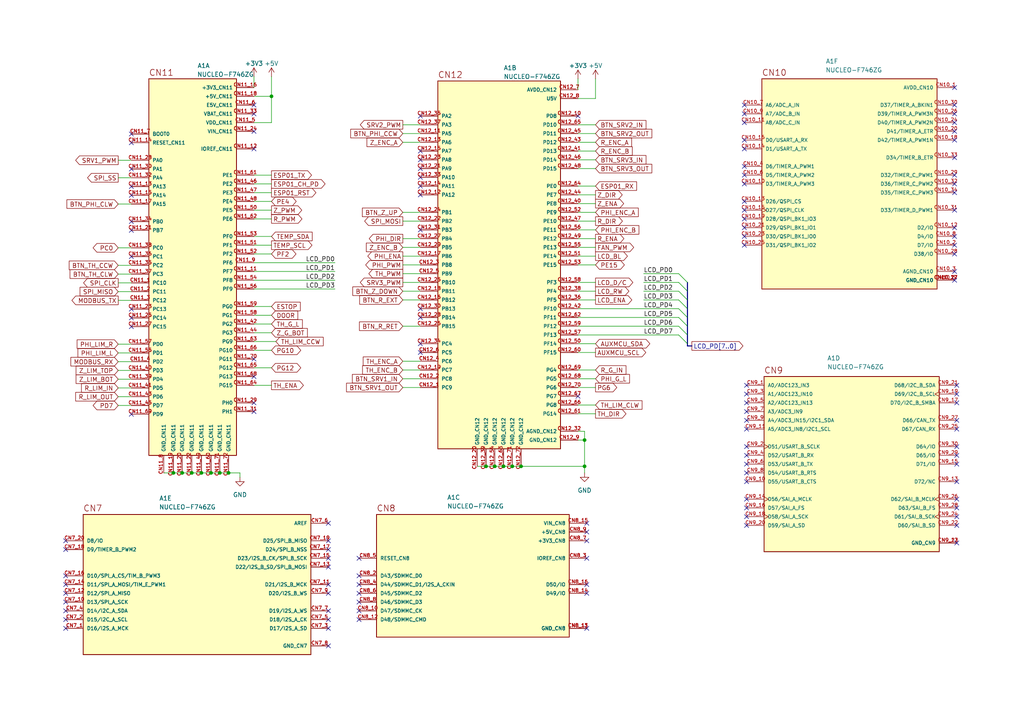
<source format=kicad_sch>
(kicad_sch (version 20230121) (generator eeschema)
  (paper "A4")
  (title_block (title "Karcsi (INDACT Robot Arm) - Main microcontroller") (date "2023-10-07") (rev "1.1") (company "LEGO Kör (legokor.hu)") (comment 1 "Design by Andi Serban & Máté Kovács"))
  (lib_symbols
    (symbol "NUCLEO-F746ZG:NUCLEO-F746ZG" (pin_names (offset 1.016))
      (property "Reference" "A1" (at 3.175 57.15 0))
      (property "Value" "NUCLEO-F746ZG" (at 9.525 54.61 0))
      (symbol "NUCLEO-F746ZG_1_0"
        (text "CN11" (at -12.7 54.102 0) (effects (font (size 1.778 1.778)) (justify left bottom)))
        (pin bidirectional line (at -17.78 -5.842 0) (length 5.08) (name "PC10") (number "CN11_1"))
        (pin bidirectional line (at 17.78 -2.54 180) (length 5.08) (name "PF7") (number "CN11_11"))
        (pin bidirectional line (at 17.78 33.02 180) (length 5.08) (name "IOREF_CN11") (number "CN11_12"))
        (pin bidirectional line (at -17.78 22.098 0) (length 5.08) (name "PA13") (number "CN11_13"))
        (pin bidirectional line (at -17.78 34.798 0) (length 5.08) (name "RESET_CN11") (number "CN11_14"))
        (pin bidirectional line (at -17.78 19.558 0) (length 5.08) (name "PA14") (number "CN11_15"))
        (pin power_in line (at 17.78 50.8 180) (length 5.08) (name "+3V3_CN11") (number "CN11_16"))
        (pin bidirectional line (at -17.78 17.018 0) (length 5.08) (name "PA15") (number "CN11_17"))
        (pin power_in line (at 17.78 48.26 180) (length 5.08) (name "+5V_CN11") (number "CN11_18"))
        (pin power_in line (at -5.588 -60.96 90) (length 5.08) (name "GND_CN11") (number "CN11_19"))
        (pin bidirectional line (at -17.78 -8.382 0) (length 5.08) (name "PC11") (number "CN11_2"))
        (pin power_in line (at -3.048 -60.96 90) (length 5.08) (name "GND_CN11") (number "CN11_20"))
        (pin bidirectional line (at -17.78 9.398 0) (length 5.08) (name "PB7") (number "CN11_21"))
        (pin power_in line (at -0.254 -60.96 90) (length 5.08) (name "GND_CN11") (number "CN11_22"))
        (pin bidirectional line (at -17.78 -13.462 0) (length 5.08) (name "PC13") (number "CN11_23"))
        (pin power_in line (at 17.78 38.1 180) (length 5.08) (name "VIN_CN11") (number "CN11_24"))
        (pin bidirectional line (at -17.78 -16.002 0) (length 5.08) (name "PC14") (number "CN11_25"))
        (pin bidirectional line (at -17.78 -18.542 0) (length 5.08) (name "PC15") (number "CN11_27"))
        (pin bidirectional line (at -17.78 29.718 0) (length 5.08) (name "PA0") (number "CN11_28"))
        (pin bidirectional line (at 17.78 -40.64 180) (length 5.08) (name "PH0") (number "CN11_29"))
        (pin bidirectional line (at -17.78 -10.922 0) (length 5.08) (name "PC12") (number "CN11_3"))
        (pin bidirectional line (at -17.78 27.178 0) (length 5.08) (name "PA1") (number "CN11_30"))
        (pin bidirectional line (at 17.78 -43.18 180) (length 5.08) (name "PH1") (number "CN11_31"))
        (pin bidirectional line (at -17.78 24.638 0) (length 5.08) (name "PA4") (number "CN11_32"))
        (pin power_in line (at 17.78 43.18 180) (length 5.08) (name "VBAT_CN11") (number "CN11_33"))
        (pin bidirectional line (at -17.78 11.938 0) (length 5.08) (name "PB0") (number "CN11_34"))
        (pin bidirectional line (at -17.78 -0.762 0) (length 5.08) (name "PC2") (number "CN11_35"))
        (pin bidirectional line (at -17.78 1.778 0) (length 5.08) (name "PC1") (number "CN11_36"))
        (pin bidirectional line (at -17.78 -3.302 0) (length 5.08) (name "PC3") (number "CN11_37"))
        (pin bidirectional line (at -17.78 4.318 0) (length 5.08) (name "PC0") (number "CN11_38"))
        (pin bidirectional line (at -17.78 -33.782 0) (length 5.08) (name "PD4") (number "CN11_39"))
        (pin bidirectional line (at -17.78 -28.702 0) (length 5.08) (name "PD2") (number "CN11_4"))
        (pin bidirectional line (at -17.78 -31.242 0) (length 5.08) (name "PD3") (number "CN11_40"))
        (pin bidirectional line (at -17.78 -36.322 0) (length 5.08) (name "PD5") (number "CN11_41"))
        (pin bidirectional line (at 17.78 -17.78 180) (length 5.08) (name "PG2") (number "CN11_42"))
        (pin bidirectional line (at -17.78 -38.862 0) (length 5.08) (name "PD6") (number "CN11_43"))
        (pin bidirectional line (at 17.78 -20.32 180) (length 5.08) (name "PG3") (number "CN11_44"))
        (pin bidirectional line (at -17.78 -41.402 0) (length 5.08) (name "PD7") (number "CN11_45"))
        (pin bidirectional line (at 17.78 22.86 180) (length 5.08) (name "PE2") (number "CN11_46"))
        (pin bidirectional line (at 17.78 20.32 180) (length 5.08) (name "PE3") (number "CN11_47"))
        (pin bidirectional line (at 17.78 17.78 180) (length 5.08) (name "PE4") (number "CN11_48"))
        (pin power_in line (at 2.54 -60.96 90) (length 5.08) (name "GND_CN11") (number "CN11_49"))
        (pin power_in line (at 17.78 40.64 180) (length 5.08) (name "VDD_CN11") (number "CN11_5"))
        (pin bidirectional line (at 17.78 15.24 180) (length 5.08) (name "PE5") (number "CN11_50"))
        (pin bidirectional line (at 17.78 5.08 180) (length 5.08) (name "PF1") (number "CN11_51"))
        (pin bidirectional line (at 17.78 2.54 180) (length 5.08) (name "PF2") (number "CN11_52"))
        (pin bidirectional line (at 17.78 7.62 180) (length 5.08) (name "PF0") (number "CN11_53"))
        (pin bidirectional line (at 17.78 -5.08 180) (length 5.08) (name "PF8") (number "CN11_54"))
        (pin bidirectional line (at -17.78 -26.162 0) (length 5.08) (name "PD1") (number "CN11_55"))
        (pin bidirectional line (at 17.78 -7.62 180) (length 5.08) (name "PF9") (number "CN11_56"))
        (pin bidirectional line (at -17.78 -23.622 0) (length 5.08) (name "PD0") (number "CN11_57"))
        (pin bidirectional line (at 17.78 -15.24 180) (length 5.08) (name "PG1") (number "CN11_58"))
        (pin bidirectional line (at 17.78 -12.7 180) (length 5.08) (name "PG0") (number "CN11_59"))
        (pin power_in line (at 17.78 45.72 180) (length 5.08) (name "E5V_CN11") (number "CN11_6"))
        (pin power_in line (at 5.334 -60.96 90) (length 5.08) (name "GND_CN11") (number "CN11_60"))
        (pin bidirectional line (at 17.78 25.4 180) (length 5.08) (name "PE1") (number "CN11_61"))
        (pin bidirectional line (at 17.78 12.7 180) (length 5.08) (name "PE6") (number "CN11_62"))
        (pin bidirectional line (at 17.78 -22.86 180) (length 5.08) (name "PG9") (number "CN11_63"))
        (pin bidirectional line (at 17.78 -35.56 180) (length 5.08) (name "PG15") (number "CN11_64"))
        (pin bidirectional line (at 17.78 -30.48 180) (length 5.08) (name "PG12") (number "CN11_65"))
        (pin bidirectional line (at 17.78 -25.4 180) (length 5.08) (name "PG10") (number "CN11_66"))
        (pin bidirectional line (at 17.78 -33.02 180) (length 5.08) (name "PG13") (number "CN11_68"))
        (pin bidirectional line (at -17.78 -43.942 0) (length 5.08) (name "PD9") (number "CN11_69"))
        (pin bidirectional line (at -17.78 37.338 0) (length 5.08) (name "BOOT0") (number "CN11_7"))
        (pin bidirectional line (at 17.78 -27.94 180) (length 5.08) (name "PG11") (number "CN11_70"))
        (pin power_in line (at 7.874 -60.96 90) (length 5.08) (name "GND_CN11") (number "CN11_71"))
        (pin power_in line (at 10.414 -60.96 90) (length 5.08) (name "GND_CN11") (number "CN11_72"))
        (pin power_in line (at -8.382 -60.96 90) (length 5.08) (name "GND_CN11") (number "CN11_8"))
        (pin bidirectional line (at 17.78 0 180) (length 5.08) (name "PF6") (number "CN11_9"))
      )
      (symbol "NUCLEO-F746ZG_2_0"
        (text "CN12" (at -17.78 54.102 0) (effects (font (size 1.778 1.778)) (justify left bottom)))
        (pin bidirectional line (at -22.86 -35.56 0) (length 5.08) (name "PC9") (number "CN12_1"))
        (pin bidirectional line (at 22.86 43.18 180) (length 5.08) (name "PD8") (number "CN12_10"))
        (pin bidirectional line (at -22.86 38.1 0) (length 5.08) (name "PA5") (number "CN12_11"))
        (pin bidirectional line (at -22.86 20.32 0) (length 5.08) (name "PA12") (number "CN12_12"))
        (pin bidirectional line (at -22.86 35.56 0) (length 5.08) (name "PA6") (number "CN12_13"))
        (pin bidirectional line (at -22.86 22.86 0) (length 5.08) (name "PA11") (number "CN12_14"))
        (pin bidirectional line (at -22.86 33.02 0) (length 5.08) (name "PA7") (number "CN12_15"))
        (pin bidirectional line (at -22.86 -10.16 0) (length 5.08) (name "PB12") (number "CN12_16"))
        (pin bidirectional line (at -22.86 2.54 0) (length 5.08) (name "PB6") (number "CN12_17"))
        (pin bidirectional line (at -22.86 -7.62 0) (length 5.08) (name "PB11") (number "CN12_18"))
        (pin bidirectional line (at -22.86 -30.48 0) (length 5.08) (name "PC7") (number "CN12_19"))
        (pin bidirectional line (at -22.86 -33.02 0) (length 5.08) (name "PC8") (number "CN12_2"))
        (pin power_in line (at -6.35 -58.42 90) (length 5.08) (name "GND_CN12") (number "CN12_20"))
        (pin bidirectional line (at -22.86 27.94 0) (length 5.08) (name "PA9") (number "CN12_21"))
        (pin bidirectional line (at -22.86 12.7 0) (length 5.08) (name "PB2") (number "CN12_22"))
        (pin bidirectional line (at -22.86 30.48 0) (length 5.08) (name "PA8") (number "CN12_23"))
        (pin bidirectional line (at -22.86 15.24 0) (length 5.08) (name "PB1") (number "CN12_24"))
        (pin bidirectional line (at -22.86 -5.08 0) (length 5.08) (name "PB10") (number "CN12_25"))
        (pin bidirectional line (at -22.86 -17.78 0) (length 5.08) (name "PB15") (number "CN12_26"))
        (pin bidirectional line (at -22.86 7.62 0) (length 5.08) (name "PB4") (number "CN12_27"))
        (pin bidirectional line (at -22.86 -15.24 0) (length 5.08) (name "PB14") (number "CN12_28"))
        (pin bidirectional line (at -22.86 5.08 0) (length 5.08) (name "PB5") (number "CN12_29"))
        (pin bidirectional line (at -22.86 0 0) (length 5.08) (name "PB8") (number "CN12_3"))
        (pin bidirectional line (at -22.86 -12.7 0) (length 5.08) (name "PB13") (number "CN12_30"))
        (pin bidirectional line (at -22.86 10.16 0) (length 5.08) (name "PB3") (number "CN12_31"))
        (pin power_in line (at 22.86 -48.26 180) (length 5.08) (name "AGND_CN12") (number "CN12_32"))
        (pin bidirectional line (at -22.86 25.4 0) (length 5.08) (name "PA10") (number "CN12_33"))
        (pin bidirectional line (at -22.86 -22.86 0) (length 5.08) (name "PC4") (number "CN12_34"))
        (pin bidirectional line (at -22.86 43.18 0) (length 5.08) (name "PA2") (number "CN12_35"))
        (pin bidirectional line (at 22.86 -10.16 180) (length 5.08) (name "PF5") (number "CN12_36"))
        (pin bidirectional line (at -22.86 40.64 0) (length 5.08) (name "PA3") (number "CN12_37"))
        (pin bidirectional line (at 22.86 -7.62 180) (length 5.08) (name "PF4") (number "CN12_38"))
        (pin power_in line (at -3.81 -58.42 90) (length 5.08) (name "GND_CN12") (number "CN12_39"))
        (pin bidirectional line (at -22.86 -27.94 0) (length 5.08) (name "PC6") (number "CN12_4"))
        (pin bidirectional line (at 22.86 17.78 180) (length 5.08) (name "PE8") (number "CN12_40"))
        (pin bidirectional line (at 22.86 33.02 180) (length 5.08) (name "PD13") (number "CN12_41"))
        (pin bidirectional line (at 22.86 -12.7 180) (length 5.08) (name "PF10") (number "CN12_42"))
        (pin bidirectional line (at 22.86 35.56 180) (length 5.08) (name "PD12") (number "CN12_43"))
        (pin bidirectional line (at 22.86 20.32 180) (length 5.08) (name "PE7") (number "CN12_44"))
        (pin bidirectional line (at 22.86 38.1 180) (length 5.08) (name "PD11") (number "CN12_45"))
        (pin bidirectional line (at 22.86 30.48 180) (length 5.08) (name "PD14") (number "CN12_46"))
        (pin bidirectional line (at 22.86 12.7 180) (length 5.08) (name "PE10") (number "CN12_47"))
        (pin bidirectional line (at 22.86 27.94 180) (length 5.08) (name "PD15") (number "CN12_48"))
        (pin bidirectional line (at 22.86 7.62 180) (length 5.08) (name "PE12") (number "CN12_49"))
        (pin bidirectional line (at -22.86 -2.54 0) (length 5.08) (name "PB9") (number "CN12_5"))
        (pin bidirectional line (at 22.86 -22.86 180) (length 5.08) (name "PF14") (number "CN12_50"))
        (pin bidirectional line (at 22.86 2.54 180) (length 5.08) (name "PE14") (number "CN12_51"))
        (pin bidirectional line (at 22.86 15.24 180) (length 5.08) (name "PE9") (number "CN12_52"))
        (pin bidirectional line (at 22.86 0 180) (length 5.08) (name "PE15") (number "CN12_53"))
        (pin power_in line (at -1.27 -58.42 90) (length 5.08) (name "GND_CN12") (number "CN12_54"))
        (pin bidirectional line (at 22.86 5.08 180) (length 5.08) (name "PE13") (number "CN12_55"))
        (pin bidirectional line (at 22.86 10.16 180) (length 5.08) (name "PE11") (number "CN12_56"))
        (pin bidirectional line (at 22.86 -20.32 180) (length 5.08) (name "PF13") (number "CN12_57"))
        (pin bidirectional line (at 22.86 -5.08 180) (length 5.08) (name "PF3") (number "CN12_58"))
        (pin bidirectional line (at 22.86 -17.78 180) (length 5.08) (name "PF12") (number "CN12_59"))
        (pin bidirectional line (at -22.86 -25.4 0) (length 5.08) (name "PC5") (number "CN12_6"))
        (pin bidirectional line (at 22.86 -25.4 180) (length 5.08) (name "PF15") (number "CN12_60"))
        (pin bidirectional line (at 22.86 -43.18 180) (length 5.08) (name "PG14") (number "CN12_61"))
        (pin bidirectional line (at 22.86 -15.24 180) (length 5.08) (name "PF11") (number "CN12_62"))
        (pin power_in line (at 1.27 -58.42 90) (length 5.08) (name "GND_CN12") (number "CN12_63"))
        (pin bidirectional line (at 22.86 22.86 180) (length 5.08) (name "PE0") (number "CN12_64"))
        (pin bidirectional line (at 22.86 40.64 180) (length 5.08) (name "PD10") (number "CN12_65"))
        (pin bidirectional line (at 22.86 -40.64 180) (length 5.08) (name "PG8") (number "CN12_66"))
        (pin bidirectional line (at 22.86 -38.1 180) (length 5.08) (name "PG7") (number "CN12_67"))
        (pin bidirectional line (at 22.86 -33.02 180) (length 5.08) (name "PG5") (number "CN12_68"))
        (pin bidirectional line (at 22.86 -30.48 180) (length 5.08) (name "PG4") (number "CN12_69"))
        (pin power_in line (at 22.86 50.8 180) (length 5.08) (name "AVDD_CN12") (number "CN12_7"))
        (pin bidirectional line (at 22.86 -35.56 180) (length 5.08) (name "PG6") (number "CN12_70"))
        (pin power_in line (at 3.81 -58.42 90) (length 5.08) (name "GND_CN12") (number "CN12_71"))
        (pin power_in line (at 6.35 -58.42 90) (length 5.08) (name "GND_CN12") (number "CN12_72"))
        (pin power_in line (at 22.86 48.26 180) (length 5.08) (name "U5V") (number "CN12_8"))
        (pin power_in line (at 22.86 -50.8 180) (length 5.08) (name "GND_CN12") (number "CN12_9"))
      )
      (symbol "NUCLEO-F746ZG_3_0"
        (text "CN8" (at -27.94 18.542 0) (effects (font (size 1.778 1.778)) (justify left bottom)))
        (pin bidirectional line (at -33.02 -10.16 0) (length 5.08) (name "D47/SDMMC_CK") (number "CN8_10"))
        (pin power_in line (at 33.02 -15.24 180) (length 5.08) (name "GND_CN8") (number "CN8_11"))
        (pin bidirectional line (at -33.02 -12.7 0) (length 5.08) (name "D48/SDMMC_CMD") (number "CN8_12"))
        (pin power_in line (at 33.02 -15.24 180) (length 5.08) (name "GND_CN8") (number "CN8_13"))
        (pin bidirectional line (at 33.02 -5.08 180) (length 5.08) (name "D49/IO") (number "CN8_14"))
        (pin power_in line (at 33.02 15.24 180) (length 5.08) (name "VIN_CN8") (number "CN8_15"))
        (pin bidirectional line (at 33.02 -2.54 180) (length 5.08) (name "D50/IO") (number "CN8_16"))
        (pin bidirectional line (at -33.02 0 0) (length 5.08) (name "D43/SDMMC_D0") (number "CN8_2"))
        (pin bidirectional line (at 33.02 5.08 180) (length 5.08) (name "IOREF_CN8") (number "CN8_3"))
        (pin bidirectional line (at -33.02 -2.54 0) (length 5.08) (name "D44/SDMMC_D1/I2S_A_CKIN") (number "CN8_4"))
        (pin bidirectional line (at -33.02 5.08 0) (length 5.08) (name "RESET_CN8") (number "CN8_5"))
        (pin bidirectional line (at -33.02 -5.08 0) (length 5.08) (name "D45/SDMMC_D2") (number "CN8_6"))
        (pin power_in line (at 33.02 10.16 180) (length 5.08) (name "+3V3_CN8") (number "CN8_7"))
        (pin bidirectional line (at -33.02 -7.62 0) (length 5.08) (name "D46/SDMMC_D3") (number "CN8_8"))
        (pin power_in line (at 33.02 12.7 180) (length 5.08) (name "+5V_CN8") (number "CN8_9"))
      )
      (symbol "NUCLEO-F746ZG_4_0"
        (text "CN9" (at -25.4 26.162 0) (effects (font (size 1.778 1.778)) (justify left bottom)))
        (pin input line (at -30.48 22.86 0) (length 5.08) (name "A0/ADC123_IN3") (number "CN9_1"))
        (pin bidirectional line (at -30.48 -5.08 0) (length 5.08) (name "D55/USART_B_CTS") (number "CN9_10"))
        (pin input line (at -30.48 10.16 0) (length 5.08) (name "A5/ADC3_IN8/I2C1_SCL") (number "CN9_11"))
        (pin power_in line (at 30.48 -22.86 180) (length 5.08) (name "GND_CN9") (number "CN9_12"))
        (pin bidirectional line (at 30.48 -5.08 180) (length 5.08) (name "D72/NC") (number "CN9_13"))
        (pin bidirectional clock (at -30.48 -10.16 0) (length 5.08) (name "D56/SAI_A_MCLK") (number "CN9_14"))
        (pin bidirectional line (at 30.48 0 180) (length 5.08) (name "D71/IO") (number "CN9_15"))
        (pin bidirectional line (at -30.48 -12.7 0) (length 5.08) (name "D57/SAI_A_FS") (number "CN9_16"))
        (pin bidirectional line (at 30.48 17.78 180) (length 5.08) (name "D70/I2C_B_SMBA") (number "CN9_17"))
        (pin bidirectional clock (at -30.48 -15.24 0) (length 5.08) (name "D58/SAI_A_SCK") (number "CN9_18"))
        (pin bidirectional clock (at 30.48 20.32 180) (length 5.08) (name "D69/I2C_B_SCL") (number "CN9_19"))
        (pin bidirectional clock (at -30.48 5.08 0) (length 5.08) (name "D51/USART_B_SCLK") (number "CN9_2"))
        (pin bidirectional line (at -30.48 -17.78 0) (length 5.08) (name "D59/SAI_A_SD") (number "CN9_20"))
        (pin bidirectional line (at 30.48 22.86 180) (length 5.08) (name "D68/I2C_B_SDA") (number "CN9_21"))
        (pin bidirectional line (at 30.48 -17.78 180) (length 5.08) (name "D60/SAI_B_SD") (number "CN9_22"))
        (pin power_in line (at 30.48 -22.86 180) (length 5.08) (name "GND_CN9") (number "CN9_23"))
        (pin bidirectional clock (at 30.48 -15.24 180) (length 5.08) (name "D61/SAI_B_SCK") (number "CN9_24"))
        (pin input line (at 30.48 10.16 180) (length 5.08) (name "D67/CAN_RX") (number "CN9_25"))
        (pin bidirectional clock (at 30.48 -10.16 180) (length 5.08) (name "D62/SAI_B_MCLK") (number "CN9_26"))
        (pin output line (at 30.48 12.7 180) (length 5.08) (name "D66/CAN_TX") (number "CN9_27"))
        (pin bidirectional line (at 30.48 -12.7 180) (length 5.08) (name "D63/SAI_B_FS") (number "CN9_28"))
        (pin bidirectional line (at 30.48 2.54 180) (length 5.08) (name "D65/IO") (number "CN9_29"))
        (pin input line (at -30.48 20.32 0) (length 5.08) (name "A1/ADC123_IN10") (number "CN9_3"))
        (pin bidirectional line (at 30.48 5.08 180) (length 5.08) (name "D64/IO") (number "CN9_30"))
        (pin bidirectional line (at -30.48 2.54 0) (length 5.08) (name "D52/USART_B_RX") (number "CN9_4"))
        (pin input line (at -30.48 17.78 0) (length 5.08) (name "A2/ADC123_IN13") (number "CN9_5"))
        (pin bidirectional line (at -30.48 0 0) (length 5.08) (name "D53/USART_B_TX") (number "CN9_6"))
        (pin input line (at -30.48 15.24 0) (length 5.08) (name "A3/ADC3_IN9") (number "CN9_7"))
        (pin bidirectional line (at -30.48 -2.54 0) (length 5.08) (name "D54/USART_B_RTS") (number "CN9_8"))
        (pin input line (at -30.48 12.7 0) (length 5.08) (name "A4/ADC3_IN15/I2C1_SDA") (number "CN9_9"))
      )
      (symbol "NUCLEO-F746ZG_5_0"
        (text "CN7" (at -33.02 21.082 0) (effects (font (size 1.778 1.778)) (justify left bottom)))
        (pin bidirectional line (at -38.1 -12.7 0) (length 5.08) (name "D16/I2S_A_MCK") (number "CN7_1"))
        (pin bidirectional line (at -38.1 -5.08 0) (length 5.08) (name "D13/SPI_A_SCK") (number "CN7_10"))
        (pin bidirectional line (at 38.1 0 180) (length 5.08) (name "D21/I2S_B_MCK") (number "CN7_11"))
        (pin bidirectional line (at -38.1 -2.54 0) (length 5.08) (name "D12/SPI_A_MISO") (number "CN7_12"))
        (pin bidirectional line (at 38.1 5.08 180) (length 5.08) (name "D22/I2S_B_SD/SPI_B_MOSI") (number "CN7_13"))
        (pin bidirectional line (at -38.1 0 0) (length 5.08) (name "D11/SPI_A_MOSI/TIM_E_PWM1") (number "CN7_14"))
        (pin bidirectional line (at 38.1 7.62 180) (length 5.08) (name "D23/I2S_B_CK/SPI_B_SCK") (number "CN7_15"))
        (pin bidirectional line (at -38.1 2.54 0) (length 5.08) (name "D10/SPI_A_CS/TIM_B_PWM3") (number "CN7_16"))
        (pin bidirectional line (at 38.1 10.16 180) (length 5.08) (name "D24/SPI_B_NSS") (number "CN7_17"))
        (pin bidirectional line (at -38.1 10.16 0) (length 5.08) (name "D9/TIMER_B_PWM2") (number "CN7_18"))
        (pin bidirectional line (at 38.1 12.7 180) (length 5.08) (name "D25/SPI_B_MISO") (number "CN7_19"))
        (pin bidirectional line (at -38.1 -10.16 0) (length 5.08) (name "D15/I2C_A_SCL") (number "CN7_2"))
        (pin bidirectional line (at -38.1 12.7 0) (length 5.08) (name "D8/IO") (number "CN7_20"))
        (pin bidirectional line (at 38.1 -12.7 180) (length 5.08) (name "D17/I2S_A_SD") (number "CN7_3"))
        (pin bidirectional line (at -38.1 -7.62 0) (length 5.08) (name "D14/I2C_A_SDA") (number "CN7_4"))
        (pin bidirectional line (at 38.1 -10.16 180) (length 5.08) (name "D18/I2S_A_CK") (number "CN7_5"))
        (pin power_in line (at 38.1 17.78 180) (length 5.08) (name "AREF") (number "CN7_6"))
        (pin bidirectional line (at 38.1 -7.62 180) (length 5.08) (name "D19/I2S_A_WS") (number "CN7_7"))
        (pin power_in line (at 38.1 -17.78 180) (length 5.08) (name "GND_CN7") (number "CN7_8"))
        (pin bidirectional line (at 38.1 -2.54 180) (length 5.08) (name "D20/I2S_B_WS") (number "CN7_9"))
      )
      (symbol "NUCLEO-F746ZG_6_0"
        (text "CN10" (at -25.4 31.242 0) (effects (font (size 1.778 1.778)) (justify left bottom)))
        (pin power_in line (at 30.48 27.94 180) (length 5.08) (name "AVDD_CN10") (number "CN10_1"))
        (pin bidirectional line (at -30.48 0 0) (length 5.08) (name "D3/TIMER_A_PWM3") (number "CN10_10"))
        (pin input line (at -30.48 17.78 0) (length 5.08) (name "A8/ADC_C_IN") (number "CN10_11"))
        (pin bidirectional line (at 30.48 -12.7 180) (length 5.08) (name "D2/IO") (number "CN10_12"))
        (pin bidirectional line (at -30.48 -5.08 0) (length 5.08) (name "D26/QSPI_CS") (number "CN10_13"))
        (pin output line (at -30.48 10.16 0) (length 5.08) (name "D1/USART_A_TX") (number "CN10_14"))
        (pin bidirectional clock (at -30.48 -7.62 0) (length 5.08) (name "D27/QSPI_CLK") (number "CN10_15"))
        (pin input line (at -30.48 12.7 0) (length 5.08) (name "D0/USART_A_RX") (number "CN10_16"))
        (pin power_in line (at 30.48 -27.94 180) (length 5.08) (name "GND_CN10") (number "CN10_17"))
        (pin bidirectional line (at 30.48 12.7 180) (length 5.08) (name "D42/TIMER_A_PWM1N") (number "CN10_18"))
        (pin bidirectional line (at -30.48 -10.16 0) (length 5.08) (name "D28/QSPI_BK1_IO3") (number "CN10_19"))
        (pin bidirectional line (at 30.48 -17.78 180) (length 5.08) (name "D7/IO") (number "CN10_2"))
        (pin bidirectional line (at 30.48 15.24 180) (length 5.08) (name "D41/TIMER_A_ETR") (number "CN10_20"))
        (pin bidirectional line (at -30.48 -12.7 0) (length 5.08) (name "D29/QSPI_BK1_IO1") (number "CN10_21"))
        (pin power_in line (at 30.48 -27.94 180) (length 5.08) (name "GND_CN10") (number "CN10_22"))
        (pin bidirectional line (at -30.48 -15.24 0) (length 5.08) (name "D30/QSPI_BK1_IO0") (number "CN10_23"))
        (pin bidirectional line (at 30.48 17.78 180) (length 5.08) (name "D40/TIMER_A_PWM2N") (number "CN10_24"))
        (pin bidirectional line (at -30.48 -17.78 0) (length 5.08) (name "D31/QSPI_BK1_IO2") (number "CN10_25"))
        (pin bidirectional line (at 30.48 20.32 180) (length 5.08) (name "D39/TIMER_A_PWM3N") (number "CN10_26"))
        (pin power_in line (at 30.48 -27.94 180) (length 5.08) (name "GND_CN10") (number "CN10_27"))
        (pin bidirectional line (at 30.48 -20.32 180) (length 5.08) (name "D38/IO") (number "CN10_28"))
        (pin bidirectional line (at 30.48 2.54 180) (length 5.08) (name "D32/TIMER_C_PWM1") (number "CN10_29"))
        (pin power_in line (at 30.48 -25.4 180) (length 5.08) (name "AGND_CN10") (number "CN10_3"))
        (pin bidirectional line (at 30.48 22.86 180) (length 5.08) (name "D37/TIMER_A_BKIN1") (number "CN10_30"))
        (pin bidirectional line (at 30.48 -7.62 180) (length 5.08) (name "D33/TIMER_D_PWM1") (number "CN10_31"))
        (pin bidirectional line (at 30.48 0 180) (length 5.08) (name "D36/TIMER_C_PWM2") (number "CN10_32"))
        (pin bidirectional line (at 30.48 7.62 180) (length 5.08) (name "D34/TIMER_B_ETR") (number "CN10_33"))
        (pin bidirectional line (at 30.48 -2.54 180) (length 5.08) (name "D35/TIMER_C_PWM3") (number "CN10_34"))
        (pin bidirectional line (at -30.48 5.08 0) (length 5.08) (name "D6/TIMER_A_PWM1") (number "CN10_4"))
        (pin power_in line (at 30.48 -27.94 180) (length 5.08) (name "GND_CN10") (number "CN10_5"))
        (pin bidirectional line (at -30.48 2.54 0) (length 5.08) (name "D5/TIMER_A_PWM2") (number "CN10_6"))
        (pin input line (at -30.48 22.86 0) (length 5.08) (name "A6/ADC_A_IN") (number "CN10_7"))
        (pin bidirectional line (at 30.48 -15.24 180) (length 5.08) (name "D4/IO") (number "CN10_8"))
        (pin input line (at -30.48 20.32 0) (length 5.08) (name "A7/ADC_B_IN") (number "CN10_9"))
      )
    )
    (symbol "NUCLEO-F746ZG_1" (pin_names (offset 1.016))
      (property "Reference" "A1" (at 3.175 57.15 0))
      (property "Value" "NUCLEO-F746ZG" (at 9.525 54.61 0))
      (symbol "NUCLEO-F746ZG_1_1_0"
        (text "CN11" (at -12.7 54.102 0) (effects (font (size 1.778 1.778)) (justify left bottom)))
        (pin bidirectional line (at -17.78 -5.842 0) (length 5.08) (name "PC10") (number "CN11_1"))
        (pin bidirectional line (at 17.78 -2.54 180) (length 5.08) (name "PF7") (number "CN11_11"))
        (pin bidirectional line (at 17.78 33.02 180) (length 5.08) (name "IOREF_CN11") (number "CN11_12"))
        (pin bidirectional line (at -17.78 22.098 0) (length 5.08) (name "PA13") (number "CN11_13"))
        (pin bidirectional line (at -17.78 34.798 0) (length 5.08) (name "RESET_CN11") (number "CN11_14"))
        (pin bidirectional line (at -17.78 19.558 0) (length 5.08) (name "PA14") (number "CN11_15"))
        (pin power_in line (at 17.78 50.8 180) (length 5.08) (name "+3V3_CN11") (number "CN11_16"))
        (pin bidirectional line (at -17.78 17.018 0) (length 5.08) (name "PA15") (number "CN11_17"))
        (pin power_in line (at 17.78 48.26 180) (length 5.08) (name "+5V_CN11") (number "CN11_18"))
        (pin power_in line (at -5.588 -60.96 90) (length 5.08) (name "GND_CN11") (number "CN11_19"))
        (pin bidirectional line (at -17.78 -8.382 0) (length 5.08) (name "PC11") (number "CN11_2"))
        (pin power_in line (at -3.048 -60.96 90) (length 5.08) (name "GND_CN11") (number "CN11_20"))
        (pin bidirectional line (at -17.78 9.398 0) (length 5.08) (name "PB7") (number "CN11_21"))
        (pin power_in line (at -0.254 -60.96 90) (length 5.08) (name "GND_CN11") (number "CN11_22"))
        (pin bidirectional line (at -17.78 -13.462 0) (length 5.08) (name "PC13") (number "CN11_23"))
        (pin power_in line (at 17.78 38.1 180) (length 5.08) (name "VIN_CN11") (number "CN11_24"))
        (pin bidirectional line (at -17.78 -16.002 0) (length 5.08) (name "PC14") (number "CN11_25"))
        (pin bidirectional line (at -17.78 -18.542 0) (length 5.08) (name "PC15") (number "CN11_27"))
        (pin bidirectional line (at -17.78 29.718 0) (length 5.08) (name "PA0") (number "CN11_28"))
        (pin bidirectional line (at 17.78 -40.64 180) (length 5.08) (name "PH0") (number "CN11_29"))
        (pin bidirectional line (at -17.78 -10.922 0) (length 5.08) (name "PC12") (number "CN11_3"))
        (pin bidirectional line (at -17.78 27.178 0) (length 5.08) (name "PA1") (number "CN11_30"))
        (pin bidirectional line (at 17.78 -43.18 180) (length 5.08) (name "PH1") (number "CN11_31"))
        (pin bidirectional line (at -17.78 24.638 0) (length 5.08) (name "PA4") (number "CN11_32"))
        (pin power_in line (at 17.78 43.18 180) (length 5.08) (name "VBAT_CN11") (number "CN11_33"))
        (pin bidirectional line (at -17.78 11.938 0) (length 5.08) (name "PB0") (number "CN11_34"))
        (pin bidirectional line (at -17.78 -0.762 0) (length 5.08) (name "PC2") (number "CN11_35"))
        (pin bidirectional line (at -17.78 1.778 0) (length 5.08) (name "PC1") (number "CN11_36"))
        (pin bidirectional line (at -17.78 -3.302 0) (length 5.08) (name "PC3") (number "CN11_37"))
        (pin bidirectional line (at -17.78 4.318 0) (length 5.08) (name "PC0") (number "CN11_38"))
        (pin bidirectional line (at -17.78 -33.782 0) (length 5.08) (name "PD4") (number "CN11_39"))
        (pin bidirectional line (at -17.78 -28.702 0) (length 5.08) (name "PD2") (number "CN11_4"))
        (pin bidirectional line (at -17.78 -31.242 0) (length 5.08) (name "PD3") (number "CN11_40"))
        (pin bidirectional line (at -17.78 -36.322 0) (length 5.08) (name "PD5") (number "CN11_41"))
        (pin bidirectional line (at 17.78 -17.78 180) (length 5.08) (name "PG2") (number "CN11_42"))
        (pin bidirectional line (at -17.78 -38.862 0) (length 5.08) (name "PD6") (number "CN11_43"))
        (pin bidirectional line (at 17.78 -20.32 180) (length 5.08) (name "PG3") (number "CN11_44"))
        (pin bidirectional line (at -17.78 -41.402 0) (length 5.08) (name "PD7") (number "CN11_45"))
        (pin bidirectional line (at 17.78 22.86 180) (length 5.08) (name "PE2") (number "CN11_46"))
        (pin bidirectional line (at 17.78 20.32 180) (length 5.08) (name "PE3") (number "CN11_47"))
        (pin bidirectional line (at 17.78 17.78 180) (length 5.08) (name "PE4") (number "CN11_48"))
        (pin power_in line (at 2.54 -60.96 90) (length 5.08) (name "GND_CN11") (number "CN11_49"))
        (pin power_in line (at 17.78 40.64 180) (length 5.08) (name "VDD_CN11") (number "CN11_5"))
        (pin bidirectional line (at 17.78 15.24 180) (length 5.08) (name "PE5") (number "CN11_50"))
        (pin bidirectional line (at 17.78 5.08 180) (length 5.08) (name "PF1") (number "CN11_51"))
        (pin bidirectional line (at 17.78 2.54 180) (length 5.08) (name "PF2") (number "CN11_52"))
        (pin bidirectional line (at 17.78 7.62 180) (length 5.08) (name "PF0") (number "CN11_53"))
        (pin bidirectional line (at 17.78 -5.08 180) (length 5.08) (name "PF8") (number "CN11_54"))
        (pin bidirectional line (at -17.78 -26.162 0) (length 5.08) (name "PD1") (number "CN11_55"))
        (pin bidirectional line (at 17.78 -7.62 180) (length 5.08) (name "PF9") (number "CN11_56"))
        (pin bidirectional line (at -17.78 -23.622 0) (length 5.08) (name "PD0") (number "CN11_57"))
        (pin bidirectional line (at 17.78 -15.24 180) (length 5.08) (name "PG1") (number "CN11_58"))
        (pin bidirectional line (at 17.78 -12.7 180) (length 5.08) (name "PG0") (number "CN11_59"))
        (pin power_in line (at 17.78 45.72 180) (length 5.08) (name "E5V_CN11") (number "CN11_6"))
        (pin power_in line (at 5.334 -60.96 90) (length 5.08) (name "GND_CN11") (number "CN11_60"))
        (pin bidirectional line (at 17.78 25.4 180) (length 5.08) (name "PE1") (number "CN11_61"))
        (pin bidirectional line (at 17.78 12.7 180) (length 5.08) (name "PE6") (number "CN11_62"))
        (pin bidirectional line (at 17.78 -22.86 180) (length 5.08) (name "PG9") (number "CN11_63"))
        (pin bidirectional line (at 17.78 -35.56 180) (length 5.08) (name "PG15") (number "CN11_64"))
        (pin bidirectional line (at 17.78 -30.48 180) (length 5.08) (name "PG12") (number "CN11_65"))
        (pin bidirectional line (at 17.78 -25.4 180) (length 5.08) (name "PG10") (number "CN11_66"))
        (pin bidirectional line (at 17.78 -33.02 180) (length 5.08) (name "PG13") (number "CN11_68"))
        (pin bidirectional line (at -17.78 -43.942 0) (length 5.08) (name "PD9") (number "CN11_69"))
        (pin bidirectional line (at -17.78 37.338 0) (length 5.08) (name "BOOT0") (number "CN11_7"))
        (pin bidirectional line (at 17.78 -27.94 180) (length 5.08) (name "PG11") (number "CN11_70"))
        (pin power_in line (at 7.874 -60.96 90) (length 5.08) (name "GND_CN11") (number "CN11_71"))
        (pin power_in line (at 10.414 -60.96 90) (length 5.08) (name "GND_CN11") (number "CN11_72"))
        (pin power_in line (at -8.382 -60.96 90) (length 5.08) (name "GND_CN11") (number "CN11_8"))
        (pin bidirectional line (at 17.78 0 180) (length 5.08) (name "PF6") (number "CN11_9"))
      )
      (symbol "NUCLEO-F746ZG_1_2_0"
        (text "CN12" (at -17.78 54.102 0) (effects (font (size 1.778 1.778)) (justify left bottom)))
        (pin bidirectional line (at -22.86 -35.56 0) (length 5.08) (name "PC9") (number "CN12_1"))
        (pin bidirectional line (at 22.86 43.18 180) (length 5.08) (name "PD8") (number "CN12_10"))
        (pin bidirectional line (at -22.86 38.1 0) (length 5.08) (name "PA5") (number "CN12_11"))
        (pin bidirectional line (at -22.86 20.32 0) (length 5.08) (name "PA12") (number "CN12_12"))
        (pin bidirectional line (at -22.86 35.56 0) (length 5.08) (name "PA6") (number "CN12_13"))
        (pin bidirectional line (at -22.86 22.86 0) (length 5.08) (name "PA11") (number "CN12_14"))
        (pin bidirectional line (at -22.86 33.02 0) (length 5.08) (name "PA7") (number "CN12_15"))
        (pin bidirectional line (at -22.86 -10.16 0) (length 5.08) (name "PB12") (number "CN12_16"))
        (pin bidirectional line (at -22.86 2.54 0) (length 5.08) (name "PB6") (number "CN12_17"))
        (pin bidirectional line (at -22.86 -7.62 0) (length 5.08) (name "PB11") (number "CN12_18"))
        (pin bidirectional line (at -22.86 -30.48 0) (length 5.08) (name "PC7") (number "CN12_19"))
        (pin bidirectional line (at -22.86 -33.02 0) (length 5.08) (name "PC8") (number "CN12_2"))
        (pin power_in line (at -6.35 -58.42 90) (length 5.08) (name "GND_CN12") (number "CN12_20"))
        (pin bidirectional line (at -22.86 27.94 0) (length 5.08) (name "PA9") (number "CN12_21"))
        (pin bidirectional line (at -22.86 12.7 0) (length 5.08) (name "PB2") (number "CN12_22"))
        (pin bidirectional line (at -22.86 30.48 0) (length 5.08) (name "PA8") (number "CN12_23"))
        (pin bidirectional line (at -22.86 15.24 0) (length 5.08) (name "PB1") (number "CN12_24"))
        (pin bidirectional line (at -22.86 -5.08 0) (length 5.08) (name "PB10") (number "CN12_25"))
        (pin bidirectional line (at -22.86 -17.78 0) (length 5.08) (name "PB15") (number "CN12_26"))
        (pin bidirectional line (at -22.86 7.62 0) (length 5.08) (name "PB4") (number "CN12_27"))
        (pin bidirectional line (at -22.86 -15.24 0) (length 5.08) (name "PB14") (number "CN12_28"))
        (pin bidirectional line (at -22.86 5.08 0) (length 5.08) (name "PB5") (number "CN12_29"))
        (pin bidirectional line (at -22.86 0 0) (length 5.08) (name "PB8") (number "CN12_3"))
        (pin bidirectional line (at -22.86 -12.7 0) (length 5.08) (name "PB13") (number "CN12_30"))
        (pin bidirectional line (at -22.86 10.16 0) (length 5.08) (name "PB3") (number "CN12_31"))
        (pin power_in line (at 22.86 -48.26 180) (length 5.08) (name "AGND_CN12") (number "CN12_32"))
        (pin bidirectional line (at -22.86 25.4 0) (length 5.08) (name "PA10") (number "CN12_33"))
        (pin bidirectional line (at -22.86 -22.86 0) (length 5.08) (name "PC4") (number "CN12_34"))
        (pin bidirectional line (at -22.86 43.18 0) (length 5.08) (name "PA2") (number "CN12_35"))
        (pin bidirectional line (at 22.86 -10.16 180) (length 5.08) (name "PF5") (number "CN12_36"))
        (pin bidirectional line (at -22.86 40.64 0) (length 5.08) (name "PA3") (number "CN12_37"))
        (pin bidirectional line (at 22.86 -7.62 180) (length 5.08) (name "PF4") (number "CN12_38"))
        (pin power_in line (at -3.81 -58.42 90) (length 5.08) (name "GND_CN12") (number "CN12_39"))
        (pin bidirectional line (at -22.86 -27.94 0) (length 5.08) (name "PC6") (number "CN12_4"))
        (pin bidirectional line (at 22.86 17.78 180) (length 5.08) (name "PE8") (number "CN12_40"))
        (pin bidirectional line (at 22.86 33.02 180) (length 5.08) (name "PD13") (number "CN12_41"))
        (pin bidirectional line (at 22.86 -12.7 180) (length 5.08) (name "PF10") (number "CN12_42"))
        (pin bidirectional line (at 22.86 35.56 180) (length 5.08) (name "PD12") (number "CN12_43"))
        (pin bidirectional line (at 22.86 20.32 180) (length 5.08) (name "PE7") (number "CN12_44"))
        (pin bidirectional line (at 22.86 38.1 180) (length 5.08) (name "PD11") (number "CN12_45"))
        (pin bidirectional line (at 22.86 30.48 180) (length 5.08) (name "PD14") (number "CN12_46"))
        (pin bidirectional line (at 22.86 12.7 180) (length 5.08) (name "PE10") (number "CN12_47"))
        (pin bidirectional line (at 22.86 27.94 180) (length 5.08) (name "PD15") (number "CN12_48"))
        (pin bidirectional line (at 22.86 7.62 180) (length 5.08) (name "PE12") (number "CN12_49"))
        (pin bidirectional line (at -22.86 -2.54 0) (length 5.08) (name "PB9") (number "CN12_5"))
        (pin bidirectional line (at 22.86 -22.86 180) (length 5.08) (name "PF14") (number "CN12_50"))
        (pin bidirectional line (at 22.86 2.54 180) (length 5.08) (name "PE14") (number "CN12_51"))
        (pin bidirectional line (at 22.86 15.24 180) (length 5.08) (name "PE9") (number "CN12_52"))
        (pin bidirectional line (at 22.86 0 180) (length 5.08) (name "PE15") (number "CN12_53"))
        (pin power_in line (at -1.27 -58.42 90) (length 5.08) (name "GND_CN12") (number "CN12_54"))
        (pin bidirectional line (at 22.86 5.08 180) (length 5.08) (name "PE13") (number "CN12_55"))
        (pin bidirectional line (at 22.86 10.16 180) (length 5.08) (name "PE11") (number "CN12_56"))
        (pin bidirectional line (at 22.86 -20.32 180) (length 5.08) (name "PF13") (number "CN12_57"))
        (pin bidirectional line (at 22.86 -5.08 180) (length 5.08) (name "PF3") (number "CN12_58"))
        (pin bidirectional line (at 22.86 -17.78 180) (length 5.08) (name "PF12") (number "CN12_59"))
        (pin bidirectional line (at -22.86 -25.4 0) (length 5.08) (name "PC5") (number "CN12_6"))
        (pin bidirectional line (at 22.86 -25.4 180) (length 5.08) (name "PF15") (number "CN12_60"))
        (pin bidirectional line (at 22.86 -43.18 180) (length 5.08) (name "PG14") (number "CN12_61"))
        (pin bidirectional line (at 22.86 -15.24 180) (length 5.08) (name "PF11") (number "CN12_62"))
        (pin power_in line (at 1.27 -58.42 90) (length 5.08) (name "GND_CN12") (number "CN12_63"))
        (pin bidirectional line (at 22.86 22.86 180) (length 5.08) (name "PE0") (number "CN12_64"))
        (pin bidirectional line (at 22.86 40.64 180) (length 5.08) (name "PD10") (number "CN12_65"))
        (pin bidirectional line (at 22.86 -40.64 180) (length 5.08) (name "PG8") (number "CN12_66"))
        (pin bidirectional line (at 22.86 -38.1 180) (length 5.08) (name "PG7") (number "CN12_67"))
        (pin bidirectional line (at 22.86 -33.02 180) (length 5.08) (name "PG5") (number "CN12_68"))
        (pin bidirectional line (at 22.86 -30.48 180) (length 5.08) (name "PG4") (number "CN12_69"))
        (pin power_in line (at 22.86 50.8 180) (length 5.08) (name "AVDD_CN12") (number "CN12_7"))
        (pin bidirectional line (at 22.86 -35.56 180) (length 5.08) (name "PG6") (number "CN12_70"))
        (pin power_in line (at 3.81 -58.42 90) (length 5.08) (name "GND_CN12") (number "CN12_71"))
        (pin power_in line (at 6.35 -58.42 90) (length 5.08) (name "GND_CN12") (number "CN12_72"))
        (pin power_in line (at 22.86 48.26 180) (length 5.08) (name "U5V") (number "CN12_8"))
        (pin power_in line (at 22.86 -50.8 180) (length 5.08) (name "GND_CN12") (number "CN12_9"))
      )
      (symbol "NUCLEO-F746ZG_1_3_0"
        (text "CN8" (at -27.94 18.542 0) (effects (font (size 1.778 1.778)) (justify left bottom)))
        (pin bidirectional line (at -33.02 -10.16 0) (length 5.08) (name "D47/SDMMC_CK") (number "CN8_10"))
        (pin power_in line (at 33.02 -15.24 180) (length 5.08) (name "GND_CN8") (number "CN8_11"))
        (pin bidirectional line (at -33.02 -12.7 0) (length 5.08) (name "D48/SDMMC_CMD") (number "CN8_12"))
        (pin power_in line (at 33.02 -15.24 180) (length 5.08) (name "GND_CN8") (number "CN8_13"))
        (pin bidirectional line (at 33.02 -5.08 180) (length 5.08) (name "D49/IO") (number "CN8_14"))
        (pin power_in line (at 33.02 15.24 180) (length 5.08) (name "VIN_CN8") (number "CN8_15"))
        (pin bidirectional line (at 33.02 -2.54 180) (length 5.08) (name "D50/IO") (number "CN8_16"))
        (pin bidirectional line (at -33.02 0 0) (length 5.08) (name "D43/SDMMC_D0") (number "CN8_2"))
        (pin bidirectional line (at 33.02 5.08 180) (length 5.08) (name "IOREF_CN8") (number "CN8_3"))
        (pin bidirectional line (at -33.02 -2.54 0) (length 5.08) (name "D44/SDMMC_D1/I2S_A_CKIN") (number "CN8_4"))
        (pin bidirectional line (at -33.02 5.08 0) (length 5.08) (name "RESET_CN8") (number "CN8_5"))
        (pin bidirectional line (at -33.02 -5.08 0) (length 5.08) (name "D45/SDMMC_D2") (number "CN8_6"))
        (pin power_in line (at 33.02 10.16 180) (length 5.08) (name "+3V3_CN8") (number "CN8_7"))
        (pin bidirectional line (at -33.02 -7.62 0) (length 5.08) (name "D46/SDMMC_D3") (number "CN8_8"))
        (pin power_in line (at 33.02 12.7 180) (length 5.08) (name "+5V_CN8") (number "CN8_9"))
      )
      (symbol "NUCLEO-F746ZG_1_4_0"
        (text "CN9" (at -25.4 26.162 0) (effects (font (size 1.778 1.778)) (justify left bottom)))
        (pin input line (at -30.48 22.86 0) (length 5.08) (name "A0/ADC123_IN3") (number "CN9_1"))
        (pin bidirectional line (at -30.48 -5.08 0) (length 5.08) (name "D55/USART_B_CTS") (number "CN9_10"))
        (pin input line (at -30.48 10.16 0) (length 5.08) (name "A5/ADC3_IN8/I2C1_SCL") (number "CN9_11"))
        (pin power_in line (at 30.48 -22.86 180) (length 5.08) (name "GND_CN9") (number "CN9_12"))
        (pin bidirectional line (at 30.48 -5.08 180) (length 5.08) (name "D72/NC") (number "CN9_13"))
        (pin bidirectional clock (at -30.48 -10.16 0) (length 5.08) (name "D56/SAI_A_MCLK") (number "CN9_14"))
        (pin bidirectional line (at 30.48 0 180) (length 5.08) (name "D71/IO") (number "CN9_15"))
        (pin bidirectional line (at -30.48 -12.7 0) (length 5.08) (name "D57/SAI_A_FS") (number "CN9_16"))
        (pin bidirectional line (at 30.48 17.78 180) (length 5.08) (name "D70/I2C_B_SMBA") (number "CN9_17"))
        (pin bidirectional clock (at -30.48 -15.24 0) (length 5.08) (name "D58/SAI_A_SCK") (number "CN9_18"))
        (pin bidirectional clock (at 30.48 20.32 180) (length 5.08) (name "D69/I2C_B_SCL") (number "CN9_19"))
        (pin bidirectional clock (at -30.48 5.08 0) (length 5.08) (name "D51/USART_B_SCLK") (number "CN9_2"))
        (pin bidirectional line (at -30.48 -17.78 0) (length 5.08) (name "D59/SAI_A_SD") (number "CN9_20"))
        (pin bidirectional line (at 30.48 22.86 180) (length 5.08) (name "D68/I2C_B_SDA") (number "CN9_21"))
        (pin bidirectional line (at 30.48 -17.78 180) (length 5.08) (name "D60/SAI_B_SD") (number "CN9_22"))
        (pin power_in line (at 30.48 -22.86 180) (length 5.08) (name "GND_CN9") (number "CN9_23"))
        (pin bidirectional clock (at 30.48 -15.24 180) (length 5.08) (name "D61/SAI_B_SCK") (number "CN9_24"))
        (pin input line (at 30.48 10.16 180) (length 5.08) (name "D67/CAN_RX") (number "CN9_25"))
        (pin bidirectional clock (at 30.48 -10.16 180) (length 5.08) (name "D62/SAI_B_MCLK") (number "CN9_26"))
        (pin output line (at 30.48 12.7 180) (length 5.08) (name "D66/CAN_TX") (number "CN9_27"))
        (pin bidirectional line (at 30.48 -12.7 180) (length 5.08) (name "D63/SAI_B_FS") (number "CN9_28"))
        (pin bidirectional line (at 30.48 2.54 180) (length 5.08) (name "D65/IO") (number "CN9_29"))
        (pin input line (at -30.48 20.32 0) (length 5.08) (name "A1/ADC123_IN10") (number "CN9_3"))
        (pin bidirectional line (at 30.48 5.08 180) (length 5.08) (name "D64/IO") (number "CN9_30"))
        (pin bidirectional line (at -30.48 2.54 0) (length 5.08) (name "D52/USART_B_RX") (number "CN9_4"))
        (pin input line (at -30.48 17.78 0) (length 5.08) (name "A2/ADC123_IN13") (number "CN9_5"))
        (pin bidirectional line (at -30.48 0 0) (length 5.08) (name "D53/USART_B_TX") (number "CN9_6"))
        (pin input line (at -30.48 15.24 0) (length 5.08) (name "A3/ADC3_IN9") (number "CN9_7"))
        (pin bidirectional line (at -30.48 -2.54 0) (length 5.08) (name "D54/USART_B_RTS") (number "CN9_8"))
        (pin input line (at -30.48 12.7 0) (length 5.08) (name "A4/ADC3_IN15/I2C1_SDA") (number "CN9_9"))
      )
      (symbol "NUCLEO-F746ZG_1_5_0"
        (text "CN7" (at -33.02 21.082 0) (effects (font (size 1.778 1.778)) (justify left bottom)))
        (pin bidirectional line (at -38.1 -12.7 0) (length 5.08) (name "D16/I2S_A_MCK") (number "CN7_1"))
        (pin bidirectional line (at -38.1 -5.08 0) (length 5.08) (name "D13/SPI_A_SCK") (number "CN7_10"))
        (pin bidirectional line (at 38.1 0 180) (length 5.08) (name "D21/I2S_B_MCK") (number "CN7_11"))
        (pin bidirectional line (at -38.1 -2.54 0) (length 5.08) (name "D12/SPI_A_MISO") (number "CN7_12"))
        (pin bidirectional line (at 38.1 5.08 180) (length 5.08) (name "D22/I2S_B_SD/SPI_B_MOSI") (number "CN7_13"))
        (pin bidirectional line (at -38.1 0 0) (length 5.08) (name "D11/SPI_A_MOSI/TIM_E_PWM1") (number "CN7_14"))
        (pin bidirectional line (at 38.1 7.62 180) (length 5.08) (name "D23/I2S_B_CK/SPI_B_SCK") (number "CN7_15"))
        (pin bidirectional line (at -38.1 2.54 0) (length 5.08) (name "D10/SPI_A_CS/TIM_B_PWM3") (number "CN7_16"))
        (pin bidirectional line (at 38.1 10.16 180) (length 5.08) (name "D24/SPI_B_NSS") (number "CN7_17"))
        (pin bidirectional line (at -38.1 10.16 0) (length 5.08) (name "D9/TIMER_B_PWM2") (number "CN7_18"))
        (pin bidirectional line (at 38.1 12.7 180) (length 5.08) (name "D25/SPI_B_MISO") (number "CN7_19"))
        (pin bidirectional line (at -38.1 -10.16 0) (length 5.08) (name "D15/I2C_A_SCL") (number "CN7_2"))
        (pin bidirectional line (at -38.1 12.7 0) (length 5.08) (name "D8/IO") (number "CN7_20"))
        (pin bidirectional line (at 38.1 -12.7 180) (length 5.08) (name "D17/I2S_A_SD") (number "CN7_3"))
        (pin bidirectional line (at -38.1 -7.62 0) (length 5.08) (name "D14/I2C_A_SDA") (number "CN7_4"))
        (pin bidirectional line (at 38.1 -10.16 180) (length 5.08) (name "D18/I2S_A_CK") (number "CN7_5"))
        (pin power_in line (at 38.1 17.78 180) (length 5.08) (name "AREF") (number "CN7_6"))
        (pin bidirectional line (at 38.1 -7.62 180) (length 5.08) (name "D19/I2S_A_WS") (number "CN7_7"))
        (pin power_in line (at 38.1 -17.78 180) (length 5.08) (name "GND_CN7") (number "CN7_8"))
        (pin bidirectional line (at 38.1 -2.54 180) (length 5.08) (name "D20/I2S_B_WS") (number "CN7_9"))
      )
      (symbol "NUCLEO-F746ZG_1_6_0"
        (text "CN10" (at -25.4 31.242 0) (effects (font (size 1.778 1.778)) (justify left bottom)))
        (pin power_in line (at 30.48 27.94 180) (length 5.08) (name "AVDD_CN10") (number "CN10_1"))
        (pin bidirectional line (at -30.48 0 0) (length 5.08) (name "D3/TIMER_A_PWM3") (number "CN10_10"))
        (pin input line (at -30.48 17.78 0) (length 5.08) (name "A8/ADC_C_IN") (number "CN10_11"))
        (pin bidirectional line (at 30.48 -12.7 180) (length 5.08) (name "D2/IO") (number "CN10_12"))
        (pin bidirectional line (at -30.48 -5.08 0) (length 5.08) (name "D26/QSPI_CS") (number "CN10_13"))
        (pin output line (at -30.48 10.16 0) (length 5.08) (name "D1/USART_A_TX") (number "CN10_14"))
        (pin bidirectional clock (at -30.48 -7.62 0) (length 5.08) (name "D27/QSPI_CLK") (number "CN10_15"))
        (pin input line (at -30.48 12.7 0) (length 5.08) (name "D0/USART_A_RX") (number "CN10_16"))
        (pin power_in line (at 30.48 -27.94 180) (length 5.08) (name "GND_CN10") (number "CN10_17"))
        (pin bidirectional line (at 30.48 12.7 180) (length 5.08) (name "D42/TIMER_A_PWM1N") (number "CN10_18"))
        (pin bidirectional line (at -30.48 -10.16 0) (length 5.08) (name "D28/QSPI_BK1_IO3") (number "CN10_19"))
        (pin bidirectional line (at 30.48 -17.78 180) (length 5.08) (name "D7/IO") (number "CN10_2"))
        (pin bidirectional line (at 30.48 15.24 180) (length 5.08) (name "D41/TIMER_A_ETR") (number "CN10_20"))
        (pin bidirectional line (at -30.48 -12.7 0) (length 5.08) (name "D29/QSPI_BK1_IO1") (number "CN10_21"))
        (pin power_in line (at 30.48 -27.94 180) (length 5.08) (name "GND_CN10") (number "CN10_22"))
        (pin bidirectional line (at -30.48 -15.24 0) (length 5.08) (name "D30/QSPI_BK1_IO0") (number "CN10_23"))
        (pin bidirectional line (at 30.48 17.78 180) (length 5.08) (name "D40/TIMER_A_PWM2N") (number "CN10_24"))
        (pin bidirectional line (at -30.48 -17.78 0) (length 5.08) (name "D31/QSPI_BK1_IO2") (number "CN10_25"))
        (pin bidirectional line (at 30.48 20.32 180) (length 5.08) (name "D39/TIMER_A_PWM3N") (number "CN10_26"))
        (pin power_in line (at 30.48 -27.94 180) (length 5.08) (name "GND_CN10") (number "CN10_27"))
        (pin bidirectional line (at 30.48 -20.32 180) (length 5.08) (name "D38/IO") (number "CN10_28"))
        (pin bidirectional line (at 30.48 2.54 180) (length 5.08) (name "D32/TIMER_C_PWM1") (number "CN10_29"))
        (pin power_in line (at 30.48 -25.4 180) (length 5.08) (name "AGND_CN10") (number "CN10_3"))
        (pin bidirectional line (at 30.48 22.86 180) (length 5.08) (name "D37/TIMER_A_BKIN1") (number "CN10_30"))
        (pin bidirectional line (at 30.48 -7.62 180) (length 5.08) (name "D33/TIMER_D_PWM1") (number "CN10_31"))
        (pin bidirectional line (at 30.48 0 180) (length 5.08) (name "D36/TIMER_C_PWM2") (number "CN10_32"))
        (pin bidirectional line (at 30.48 7.62 180) (length 5.08) (name "D34/TIMER_B_ETR") (number "CN10_33"))
        (pin bidirectional line (at 30.48 -2.54 180) (length 5.08) (name "D35/TIMER_C_PWM3") (number "CN10_34"))
        (pin bidirectional line (at -30.48 5.08 0) (length 5.08) (name "D6/TIMER_A_PWM1") (number "CN10_4"))
        (pin power_in line (at 30.48 -27.94 180) (length 5.08) (name "GND_CN10") (number "CN10_5"))
        (pin bidirectional line (at -30.48 2.54 0) (length 5.08) (name "D5/TIMER_A_PWM2") (number "CN10_6"))
        (pin input line (at -30.48 22.86 0) (length 5.08) (name "A6/ADC_A_IN") (number "CN10_7"))
        (pin bidirectional line (at 30.48 -15.24 180) (length 5.08) (name "D4/IO") (number "CN10_8"))
        (pin input line (at -30.48 20.32 0) (length 5.08) (name "A7/ADC_B_IN") (number "CN10_9"))
      )
    )
    (symbol "NUCLEO-F746ZG_2" (pin_names (offset 1.016))
      (property "Reference" "A1" (at 3.175 57.15 0))
      (property "Value" "NUCLEO-F746ZG" (at 9.525 54.61 0))
      (symbol "NUCLEO-F746ZG_2_1_0"
        (text "CN11" (at -12.7 54.102 0) (effects (font (size 1.778 1.778)) (justify left bottom)))
        (pin bidirectional line (at -17.78 -5.842 0) (length 5.08) (name "PC10") (number "CN11_1"))
        (pin bidirectional line (at 17.78 -2.54 180) (length 5.08) (name "PF7") (number "CN11_11"))
        (pin bidirectional line (at 17.78 33.02 180) (length 5.08) (name "IOREF_CN11") (number "CN11_12"))
        (pin bidirectional line (at -17.78 22.098 0) (length 5.08) (name "PA13") (number "CN11_13"))
        (pin bidirectional line (at -17.78 34.798 0) (length 5.08) (name "RESET_CN11") (number "CN11_14"))
        (pin bidirectional line (at -17.78 19.558 0) (length 5.08) (name "PA14") (number "CN11_15"))
        (pin power_in line (at 17.78 50.8 180) (length 5.08) (name "+3V3_CN11") (number "CN11_16"))
        (pin bidirectional line (at -17.78 17.018 0) (length 5.08) (name "PA15") (number "CN11_17"))
        (pin power_in line (at 17.78 48.26 180) (length 5.08) (name "+5V_CN11") (number "CN11_18"))
        (pin power_in line (at -5.588 -60.96 90) (length 5.08) (name "GND_CN11") (number "CN11_19"))
        (pin bidirectional line (at -17.78 -8.382 0) (length 5.08) (name "PC11") (number "CN11_2"))
        (pin power_in line (at -3.048 -60.96 90) (length 5.08) (name "GND_CN11") (number "CN11_20"))
        (pin bidirectional line (at -17.78 9.398 0) (length 5.08) (name "PB7") (number "CN11_21"))
        (pin power_in line (at -0.254 -60.96 90) (length 5.08) (name "GND_CN11") (number "CN11_22"))
        (pin bidirectional line (at -17.78 -13.462 0) (length 5.08) (name "PC13") (number "CN11_23"))
        (pin power_in line (at 17.78 38.1 180) (length 5.08) (name "VIN_CN11") (number "CN11_24"))
        (pin bidirectional line (at -17.78 -16.002 0) (length 5.08) (name "PC14") (number "CN11_25"))
        (pin bidirectional line (at -17.78 -18.542 0) (length 5.08) (name "PC15") (number "CN11_27"))
        (pin bidirectional line (at -17.78 29.718 0) (length 5.08) (name "PA0") (number "CN11_28"))
        (pin bidirectional line (at 17.78 -40.64 180) (length 5.08) (name "PH0") (number "CN11_29"))
        (pin bidirectional line (at -17.78 -10.922 0) (length 5.08) (name "PC12") (number "CN11_3"))
        (pin bidirectional line (at -17.78 27.178 0) (length 5.08) (name "PA1") (number "CN11_30"))
        (pin bidirectional line (at 17.78 -43.18 180) (length 5.08) (name "PH1") (number "CN11_31"))
        (pin bidirectional line (at -17.78 24.638 0) (length 5.08) (name "PA4") (number "CN11_32"))
        (pin power_in line (at 17.78 43.18 180) (length 5.08) (name "VBAT_CN11") (number "CN11_33"))
        (pin bidirectional line (at -17.78 11.938 0) (length 5.08) (name "PB0") (number "CN11_34"))
        (pin bidirectional line (at -17.78 -0.762 0) (length 5.08) (name "PC2") (number "CN11_35"))
        (pin bidirectional line (at -17.78 1.778 0) (length 5.08) (name "PC1") (number "CN11_36"))
        (pin bidirectional line (at -17.78 -3.302 0) (length 5.08) (name "PC3") (number "CN11_37"))
        (pin bidirectional line (at -17.78 4.318 0) (length 5.08) (name "PC0") (number "CN11_38"))
        (pin bidirectional line (at -17.78 -33.782 0) (length 5.08) (name "PD4") (number "CN11_39"))
        (pin bidirectional line (at -17.78 -28.702 0) (length 5.08) (name "PD2") (number "CN11_4"))
        (pin bidirectional line (at -17.78 -31.242 0) (length 5.08) (name "PD3") (number "CN11_40"))
        (pin bidirectional line (at -17.78 -36.322 0) (length 5.08) (name "PD5") (number "CN11_41"))
        (pin bidirectional line (at 17.78 -17.78 180) (length 5.08) (name "PG2") (number "CN11_42"))
        (pin bidirectional line (at -17.78 -38.862 0) (length 5.08) (name "PD6") (number "CN11_43"))
        (pin bidirectional line (at 17.78 -20.32 180) (length 5.08) (name "PG3") (number "CN11_44"))
        (pin bidirectional line (at -17.78 -41.402 0) (length 5.08) (name "PD7") (number "CN11_45"))
        (pin bidirectional line (at 17.78 22.86 180) (length 5.08) (name "PE2") (number "CN11_46"))
        (pin bidirectional line (at 17.78 20.32 180) (length 5.08) (name "PE3") (number "CN11_47"))
        (pin bidirectional line (at 17.78 17.78 180) (length 5.08) (name "PE4") (number "CN11_48"))
        (pin power_in line (at 2.54 -60.96 90) (length 5.08) (name "GND_CN11") (number "CN11_49"))
        (pin power_in line (at 17.78 40.64 180) (length 5.08) (name "VDD_CN11") (number "CN11_5"))
        (pin bidirectional line (at 17.78 15.24 180) (length 5.08) (name "PE5") (number "CN11_50"))
        (pin bidirectional line (at 17.78 5.08 180) (length 5.08) (name "PF1") (number "CN11_51"))
        (pin bidirectional line (at 17.78 2.54 180) (length 5.08) (name "PF2") (number "CN11_52"))
        (pin bidirectional line (at 17.78 7.62 180) (length 5.08) (name "PF0") (number "CN11_53"))
        (pin bidirectional line (at 17.78 -5.08 180) (length 5.08) (name "PF8") (number "CN11_54"))
        (pin bidirectional line (at -17.78 -26.162 0) (length 5.08) (name "PD1") (number "CN11_55"))
        (pin bidirectional line (at 17.78 -7.62 180) (length 5.08) (name "PF9") (number "CN11_56"))
        (pin bidirectional line (at -17.78 -23.622 0) (length 5.08) (name "PD0") (number "CN11_57"))
        (pin bidirectional line (at 17.78 -15.24 180) (length 5.08) (name "PG1") (number "CN11_58"))
        (pin bidirectional line (at 17.78 -12.7 180) (length 5.08) (name "PG0") (number "CN11_59"))
        (pin power_in line (at 17.78 45.72 180) (length 5.08) (name "E5V_CN11") (number "CN11_6"))
        (pin power_in line (at 5.334 -60.96 90) (length 5.08) (name "GND_CN11") (number "CN11_60"))
        (pin bidirectional line (at 17.78 25.4 180) (length 5.08) (name "PE1") (number "CN11_61"))
        (pin bidirectional line (at 17.78 12.7 180) (length 5.08) (name "PE6") (number "CN11_62"))
        (pin bidirectional line (at 17.78 -22.86 180) (length 5.08) (name "PG9") (number "CN11_63"))
        (pin bidirectional line (at 17.78 -35.56 180) (length 5.08) (name "PG15") (number "CN11_64"))
        (pin bidirectional line (at 17.78 -30.48 180) (length 5.08) (name "PG12") (number "CN11_65"))
        (pin bidirectional line (at 17.78 -25.4 180) (length 5.08) (name "PG10") (number "CN11_66"))
        (pin bidirectional line (at 17.78 -33.02 180) (length 5.08) (name "PG13") (number "CN11_68"))
        (pin bidirectional line (at -17.78 -43.942 0) (length 5.08) (name "PD9") (number "CN11_69"))
        (pin bidirectional line (at -17.78 37.338 0) (length 5.08) (name "BOOT0") (number "CN11_7"))
        (pin bidirectional line (at 17.78 -27.94 180) (length 5.08) (name "PG11") (number "CN11_70"))
        (pin power_in line (at 7.874 -60.96 90) (length 5.08) (name "GND_CN11") (number "CN11_71"))
        (pin power_in line (at 10.414 -60.96 90) (length 5.08) (name "GND_CN11") (number "CN11_72"))
        (pin power_in line (at -8.382 -60.96 90) (length 5.08) (name "GND_CN11") (number "CN11_8"))
        (pin bidirectional line (at 17.78 0 180) (length 5.08) (name "PF6") (number "CN11_9"))
      )
      (symbol "NUCLEO-F746ZG_2_2_0"
        (text "CN12" (at -17.78 54.102 0) (effects (font (size 1.778 1.778)) (justify left bottom)))
        (pin bidirectional line (at -22.86 -35.56 0) (length 5.08) (name "PC9") (number "CN12_1"))
        (pin bidirectional line (at 22.86 43.18 180) (length 5.08) (name "PD8") (number "CN12_10"))
        (pin bidirectional line (at -22.86 38.1 0) (length 5.08) (name "PA5") (number "CN12_11"))
        (pin bidirectional line (at -22.86 20.32 0) (length 5.08) (name "PA12") (number "CN12_12"))
        (pin bidirectional line (at -22.86 35.56 0) (length 5.08) (name "PA6") (number "CN12_13"))
        (pin bidirectional line (at -22.86 22.86 0) (length 5.08) (name "PA11") (number "CN12_14"))
        (pin bidirectional line (at -22.86 33.02 0) (length 5.08) (name "PA7") (number "CN12_15"))
        (pin bidirectional line (at -22.86 -10.16 0) (length 5.08) (name "PB12") (number "CN12_16"))
        (pin bidirectional line (at -22.86 2.54 0) (length 5.08) (name "PB6") (number "CN12_17"))
        (pin bidirectional line (at -22.86 -7.62 0) (length 5.08) (name "PB11") (number "CN12_18"))
        (pin bidirectional line (at -22.86 -30.48 0) (length 5.08) (name "PC7") (number "CN12_19"))
        (pin bidirectional line (at -22.86 -33.02 0) (length 5.08) (name "PC8") (number "CN12_2"))
        (pin power_in line (at -6.35 -58.42 90) (length 5.08) (name "GND_CN12") (number "CN12_20"))
        (pin bidirectional line (at -22.86 27.94 0) (length 5.08) (name "PA9") (number "CN12_21"))
        (pin bidirectional line (at -22.86 12.7 0) (length 5.08) (name "PB2") (number "CN12_22"))
        (pin bidirectional line (at -22.86 30.48 0) (length 5.08) (name "PA8") (number "CN12_23"))
        (pin bidirectional line (at -22.86 15.24 0) (length 5.08) (name "PB1") (number "CN12_24"))
        (pin bidirectional line (at -22.86 -5.08 0) (length 5.08) (name "PB10") (number "CN12_25"))
        (pin bidirectional line (at -22.86 -17.78 0) (length 5.08) (name "PB15") (number "CN12_26"))
        (pin bidirectional line (at -22.86 7.62 0) (length 5.08) (name "PB4") (number "CN12_27"))
        (pin bidirectional line (at -22.86 -15.24 0) (length 5.08) (name "PB14") (number "CN12_28"))
        (pin bidirectional line (at -22.86 5.08 0) (length 5.08) (name "PB5") (number "CN12_29"))
        (pin bidirectional line (at -22.86 0 0) (length 5.08) (name "PB8") (number "CN12_3"))
        (pin bidirectional line (at -22.86 -12.7 0) (length 5.08) (name "PB13") (number "CN12_30"))
        (pin bidirectional line (at -22.86 10.16 0) (length 5.08) (name "PB3") (number "CN12_31"))
        (pin power_in line (at 22.86 -48.26 180) (length 5.08) (name "AGND_CN12") (number "CN12_32"))
        (pin bidirectional line (at -22.86 25.4 0) (length 5.08) (name "PA10") (number "CN12_33"))
        (pin bidirectional line (at -22.86 -22.86 0) (length 5.08) (name "PC4") (number "CN12_34"))
        (pin bidirectional line (at -22.86 43.18 0) (length 5.08) (name "PA2") (number "CN12_35"))
        (pin bidirectional line (at 22.86 -10.16 180) (length 5.08) (name "PF5") (number "CN12_36"))
        (pin bidirectional line (at -22.86 40.64 0) (length 5.08) (name "PA3") (number "CN12_37"))
        (pin bidirectional line (at 22.86 -7.62 180) (length 5.08) (name "PF4") (number "CN12_38"))
        (pin power_in line (at -3.81 -58.42 90) (length 5.08) (name "GND_CN12") (number "CN12_39"))
        (pin bidirectional line (at -22.86 -27.94 0) (length 5.08) (name "PC6") (number "CN12_4"))
        (pin bidirectional line (at 22.86 17.78 180) (length 5.08) (name "PE8") (number "CN12_40"))
        (pin bidirectional line (at 22.86 33.02 180) (length 5.08) (name "PD13") (number "CN12_41"))
        (pin bidirectional line (at 22.86 -12.7 180) (length 5.08) (name "PF10") (number "CN12_42"))
        (pin bidirectional line (at 22.86 35.56 180) (length 5.08) (name "PD12") (number "CN12_43"))
        (pin bidirectional line (at 22.86 20.32 180) (length 5.08) (name "PE7") (number "CN12_44"))
        (pin bidirectional line (at 22.86 38.1 180) (length 5.08) (name "PD11") (number "CN12_45"))
        (pin bidirectional line (at 22.86 30.48 180) (length 5.08) (name "PD14") (number "CN12_46"))
        (pin bidirectional line (at 22.86 12.7 180) (length 5.08) (name "PE10") (number "CN12_47"))
        (pin bidirectional line (at 22.86 27.94 180) (length 5.08) (name "PD15") (number "CN12_48"))
        (pin bidirectional line (at 22.86 7.62 180) (length 5.08) (name "PE12") (number "CN12_49"))
        (pin bidirectional line (at -22.86 -2.54 0) (length 5.08) (name "PB9") (number "CN12_5"))
        (pin bidirectional line (at 22.86 -22.86 180) (length 5.08) (name "PF14") (number "CN12_50"))
        (pin bidirectional line (at 22.86 2.54 180) (length 5.08) (name "PE14") (number "CN12_51"))
        (pin bidirectional line (at 22.86 15.24 180) (length 5.08) (name "PE9") (number "CN12_52"))
        (pin bidirectional line (at 22.86 0 180) (length 5.08) (name "PE15") (number "CN12_53"))
        (pin power_in line (at -1.27 -58.42 90) (length 5.08) (name "GND_CN12") (number "CN12_54"))
        (pin bidirectional line (at 22.86 5.08 180) (length 5.08) (name "PE13") (number "CN12_55"))
        (pin bidirectional line (at 22.86 10.16 180) (length 5.08) (name "PE11") (number "CN12_56"))
        (pin bidirectional line (at 22.86 -20.32 180) (length 5.08) (name "PF13") (number "CN12_57"))
        (pin bidirectional line (at 22.86 -5.08 180) (length 5.08) (name "PF3") (number "CN12_58"))
        (pin bidirectional line (at 22.86 -17.78 180) (length 5.08) (name "PF12") (number "CN12_59"))
        (pin bidirectional line (at -22.86 -25.4 0) (length 5.08) (name "PC5") (number "CN12_6"))
        (pin bidirectional line (at 22.86 -25.4 180) (length 5.08) (name "PF15") (number "CN12_60"))
        (pin bidirectional line (at 22.86 -43.18 180) (length 5.08) (name "PG14") (number "CN12_61"))
        (pin bidirectional line (at 22.86 -15.24 180) (length 5.08) (name "PF11") (number "CN12_62"))
        (pin power_in line (at 1.27 -58.42 90) (length 5.08) (name "GND_CN12") (number "CN12_63"))
        (pin bidirectional line (at 22.86 22.86 180) (length 5.08) (name "PE0") (number "CN12_64"))
        (pin bidirectional line (at 22.86 40.64 180) (length 5.08) (name "PD10") (number "CN12_65"))
        (pin bidirectional line (at 22.86 -40.64 180) (length 5.08) (name "PG8") (number "CN12_66"))
        (pin bidirectional line (at 22.86 -38.1 180) (length 5.08) (name "PG7") (number "CN12_67"))
        (pin bidirectional line (at 22.86 -33.02 180) (length 5.08) (name "PG5") (number "CN12_68"))
        (pin bidirectional line (at 22.86 -30.48 180) (length 5.08) (name "PG4") (number "CN12_69"))
        (pin power_in line (at 22.86 50.8 180) (length 5.08) (name "AVDD_CN12") (number "CN12_7"))
        (pin bidirectional line (at 22.86 -35.56 180) (length 5.08) (name "PG6") (number "CN12_70"))
        (pin power_in line (at 3.81 -58.42 90) (length 5.08) (name "GND_CN12") (number "CN12_71"))
        (pin power_in line (at 6.35 -58.42 90) (length 5.08) (name "GND_CN12") (number "CN12_72"))
        (pin power_in line (at 22.86 48.26 180) (length 5.08) (name "U5V") (number "CN12_8"))
        (pin power_in line (at 22.86 -50.8 180) (length 5.08) (name "GND_CN12") (number "CN12_9"))
      )
      (symbol "NUCLEO-F746ZG_2_3_0"
        (text "CN8" (at -27.94 18.542 0) (effects (font (size 1.778 1.778)) (justify left bottom)))
        (pin bidirectional line (at -33.02 -10.16 0) (length 5.08) (name "D47/SDMMC_CK") (number "CN8_10"))
        (pin power_in line (at 33.02 -15.24 180) (length 5.08) (name "GND_CN8") (number "CN8_11"))
        (pin bidirectional line (at -33.02 -12.7 0) (length 5.08) (name "D48/SDMMC_CMD") (number "CN8_12"))
        (pin power_in line (at 33.02 -15.24 180) (length 5.08) (name "GND_CN8") (number "CN8_13"))
        (pin bidirectional line (at 33.02 -5.08 180) (length 5.08) (name "D49/IO") (number "CN8_14"))
        (pin power_in line (at 33.02 15.24 180) (length 5.08) (name "VIN_CN8") (number "CN8_15"))
        (pin bidirectional line (at 33.02 -2.54 180) (length 5.08) (name "D50/IO") (number "CN8_16"))
        (pin bidirectional line (at -33.02 0 0) (length 5.08) (name "D43/SDMMC_D0") (number "CN8_2"))
        (pin bidirectional line (at 33.02 5.08 180) (length 5.08) (name "IOREF_CN8") (number "CN8_3"))
        (pin bidirectional line (at -33.02 -2.54 0) (length 5.08) (name "D44/SDMMC_D1/I2S_A_CKIN") (number "CN8_4"))
        (pin bidirectional line (at -33.02 5.08 0) (length 5.08) (name "RESET_CN8") (number "CN8_5"))
        (pin bidirectional line (at -33.02 -5.08 0) (length 5.08) (name "D45/SDMMC_D2") (number "CN8_6"))
        (pin power_in line (at 33.02 10.16 180) (length 5.08) (name "+3V3_CN8") (number "CN8_7"))
        (pin bidirectional line (at -33.02 -7.62 0) (length 5.08) (name "D46/SDMMC_D3") (number "CN8_8"))
        (pin power_in line (at 33.02 12.7 180) (length 5.08) (name "+5V_CN8") (number "CN8_9"))
      )
      (symbol "NUCLEO-F746ZG_2_4_0"
        (text "CN9" (at -25.4 26.162 0) (effects (font (size 1.778 1.778)) (justify left bottom)))
        (pin input line (at -30.48 22.86 0) (length 5.08) (name "A0/ADC123_IN3") (number "CN9_1"))
        (pin bidirectional line (at -30.48 -5.08 0) (length 5.08) (name "D55/USART_B_CTS") (number "CN9_10"))
        (pin input line (at -30.48 10.16 0) (length 5.08) (name "A5/ADC3_IN8/I2C1_SCL") (number "CN9_11"))
        (pin power_in line (at 30.48 -22.86 180) (length 5.08) (name "GND_CN9") (number "CN9_12"))
        (pin bidirectional line (at 30.48 -5.08 180) (length 5.08) (name "D72/NC") (number "CN9_13"))
        (pin bidirectional clock (at -30.48 -10.16 0) (length 5.08) (name "D56/SAI_A_MCLK") (number "CN9_14"))
        (pin bidirectional line (at 30.48 0 180) (length 5.08) (name "D71/IO") (number "CN9_15"))
        (pin bidirectional line (at -30.48 -12.7 0) (length 5.08) (name "D57/SAI_A_FS") (number "CN9_16"))
        (pin bidirectional line (at 30.48 17.78 180) (length 5.08) (name "D70/I2C_B_SMBA") (number "CN9_17"))
        (pin bidirectional clock (at -30.48 -15.24 0) (length 5.08) (name "D58/SAI_A_SCK") (number "CN9_18"))
        (pin bidirectional clock (at 30.48 20.32 180) (length 5.08) (name "D69/I2C_B_SCL") (number "CN9_19"))
        (pin bidirectional clock (at -30.48 5.08 0) (length 5.08) (name "D51/USART_B_SCLK") (number "CN9_2"))
        (pin bidirectional line (at -30.48 -17.78 0) (length 5.08) (name "D59/SAI_A_SD") (number "CN9_20"))
        (pin bidirectional line (at 30.48 22.86 180) (length 5.08) (name "D68/I2C_B_SDA") (number "CN9_21"))
        (pin bidirectional line (at 30.48 -17.78 180) (length 5.08) (name "D60/SAI_B_SD") (number "CN9_22"))
        (pin power_in line (at 30.48 -22.86 180) (length 5.08) (name "GND_CN9") (number "CN9_23"))
        (pin bidirectional clock (at 30.48 -15.24 180) (length 5.08) (name "D61/SAI_B_SCK") (number "CN9_24"))
        (pin input line (at 30.48 10.16 180) (length 5.08) (name "D67/CAN_RX") (number "CN9_25"))
        (pin bidirectional clock (at 30.48 -10.16 180) (length 5.08) (name "D62/SAI_B_MCLK") (number "CN9_26"))
        (pin output line (at 30.48 12.7 180) (length 5.08) (name "D66/CAN_TX") (number "CN9_27"))
        (pin bidirectional line (at 30.48 -12.7 180) (length 5.08) (name "D63/SAI_B_FS") (number "CN9_28"))
        (pin bidirectional line (at 30.48 2.54 180) (length 5.08) (name "D65/IO") (number "CN9_29"))
        (pin input line (at -30.48 20.32 0) (length 5.08) (name "A1/ADC123_IN10") (number "CN9_3"))
        (pin bidirectional line (at 30.48 5.08 180) (length 5.08) (name "D64/IO") (number "CN9_30"))
        (pin bidirectional line (at -30.48 2.54 0) (length 5.08) (name "D52/USART_B_RX") (number "CN9_4"))
        (pin input line (at -30.48 17.78 0) (length 5.08) (name "A2/ADC123_IN13") (number "CN9_5"))
        (pin bidirectional line (at -30.48 0 0) (length 5.08) (name "D53/USART_B_TX") (number "CN9_6"))
        (pin input line (at -30.48 15.24 0) (length 5.08) (name "A3/ADC3_IN9") (number "CN9_7"))
        (pin bidirectional line (at -30.48 -2.54 0) (length 5.08) (name "D54/USART_B_RTS") (number "CN9_8"))
        (pin input line (at -30.48 12.7 0) (length 5.08) (name "A4/ADC3_IN15/I2C1_SDA") (number "CN9_9"))
      )
      (symbol "NUCLEO-F746ZG_2_5_0"
        (text "CN7" (at -33.02 21.082 0) (effects (font (size 1.778 1.778)) (justify left bottom)))
        (pin bidirectional line (at -38.1 -12.7 0) (length 5.08) (name "D16/I2S_A_MCK") (number "CN7_1"))
        (pin bidirectional line (at -38.1 -5.08 0) (length 5.08) (name "D13/SPI_A_SCK") (number "CN7_10"))
        (pin bidirectional line (at 38.1 0 180) (length 5.08) (name "D21/I2S_B_MCK") (number "CN7_11"))
        (pin bidirectional line (at -38.1 -2.54 0) (length 5.08) (name "D12/SPI_A_MISO") (number "CN7_12"))
        (pin bidirectional line (at 38.1 5.08 180) (length 5.08) (name "D22/I2S_B_SD/SPI_B_MOSI") (number "CN7_13"))
        (pin bidirectional line (at -38.1 0 0) (length 5.08) (name "D11/SPI_A_MOSI/TIM_E_PWM1") (number "CN7_14"))
        (pin bidirectional line (at 38.1 7.62 180) (length 5.08) (name "D23/I2S_B_CK/SPI_B_SCK") (number "CN7_15"))
        (pin bidirectional line (at -38.1 2.54 0) (length 5.08) (name "D10/SPI_A_CS/TIM_B_PWM3") (number "CN7_16"))
        (pin bidirectional line (at 38.1 10.16 180) (length 5.08) (name "D24/SPI_B_NSS") (number "CN7_17"))
        (pin bidirectional line (at -38.1 10.16 0) (length 5.08) (name "D9/TIMER_B_PWM2") (number "CN7_18"))
        (pin bidirectional line (at 38.1 12.7 180) (length 5.08) (name "D25/SPI_B_MISO") (number "CN7_19"))
        (pin bidirectional line (at -38.1 -10.16 0) (length 5.08) (name "D15/I2C_A_SCL") (number "CN7_2"))
        (pin bidirectional line (at -38.1 12.7 0) (length 5.08) (name "D8/IO") (number "CN7_20"))
        (pin bidirectional line (at 38.1 -12.7 180) (length 5.08) (name "D17/I2S_A_SD") (number "CN7_3"))
        (pin bidirectional line (at -38.1 -7.62 0) (length 5.08) (name "D14/I2C_A_SDA") (number "CN7_4"))
        (pin bidirectional line (at 38.1 -10.16 180) (length 5.08) (name "D18/I2S_A_CK") (number "CN7_5"))
        (pin power_in line (at 38.1 17.78 180) (length 5.08) (name "AREF") (number "CN7_6"))
        (pin bidirectional line (at 38.1 -7.62 180) (length 5.08) (name "D19/I2S_A_WS") (number "CN7_7"))
        (pin power_in line (at 38.1 -17.78 180) (length 5.08) (name "GND_CN7") (number "CN7_8"))
        (pin bidirectional line (at 38.1 -2.54 180) (length 5.08) (name "D20/I2S_B_WS") (number "CN7_9"))
      )
      (symbol "NUCLEO-F746ZG_2_6_0"
        (text "CN10" (at -25.4 31.242 0) (effects (font (size 1.778 1.778)) (justify left bottom)))
        (pin power_in line (at 30.48 27.94 180) (length 5.08) (name "AVDD_CN10") (number "CN10_1"))
        (pin bidirectional line (at -30.48 0 0) (length 5.08) (name "D3/TIMER_A_PWM3") (number "CN10_10"))
        (pin input line (at -30.48 17.78 0) (length 5.08) (name "A8/ADC_C_IN") (number "CN10_11"))
        (pin bidirectional line (at 30.48 -12.7 180) (length 5.08) (name "D2/IO") (number "CN10_12"))
        (pin bidirectional line (at -30.48 -5.08 0) (length 5.08) (name "D26/QSPI_CS") (number "CN10_13"))
        (pin output line (at -30.48 10.16 0) (length 5.08) (name "D1/USART_A_TX") (number "CN10_14"))
        (pin bidirectional clock (at -30.48 -7.62 0) (length 5.08) (name "D27/QSPI_CLK") (number "CN10_15"))
        (pin input line (at -30.48 12.7 0) (length 5.08) (name "D0/USART_A_RX") (number "CN10_16"))
        (pin power_in line (at 30.48 -27.94 180) (length 5.08) (name "GND_CN10") (number "CN10_17"))
        (pin bidirectional line (at 30.48 12.7 180) (length 5.08) (name "D42/TIMER_A_PWM1N") (number "CN10_18"))
        (pin bidirectional line (at -30.48 -10.16 0) (length 5.08) (name "D28/QSPI_BK1_IO3") (number "CN10_19"))
        (pin bidirectional line (at 30.48 -17.78 180) (length 5.08) (name "D7/IO") (number "CN10_2"))
        (pin bidirectional line (at 30.48 15.24 180) (length 5.08) (name "D41/TIMER_A_ETR") (number "CN10_20"))
        (pin bidirectional line (at -30.48 -12.7 0) (length 5.08) (name "D29/QSPI_BK1_IO1") (number "CN10_21"))
        (pin power_in line (at 30.48 -27.94 180) (length 5.08) (name "GND_CN10") (number "CN10_22"))
        (pin bidirectional line (at -30.48 -15.24 0) (length 5.08) (name "D30/QSPI_BK1_IO0") (number "CN10_23"))
        (pin bidirectional line (at 30.48 17.78 180) (length 5.08) (name "D40/TIMER_A_PWM2N") (number "CN10_24"))
        (pin bidirectional line (at -30.48 -17.78 0) (length 5.08) (name "D31/QSPI_BK1_IO2") (number "CN10_25"))
        (pin bidirectional line (at 30.48 20.32 180) (length 5.08) (name "D39/TIMER_A_PWM3N") (number "CN10_26"))
        (pin power_in line (at 30.48 -27.94 180) (length 5.08) (name "GND_CN10") (number "CN10_27"))
        (pin bidirectional line (at 30.48 -20.32 180) (length 5.08) (name "D38/IO") (number "CN10_28"))
        (pin bidirectional line (at 30.48 2.54 180) (length 5.08) (name "D32/TIMER_C_PWM1") (number "CN10_29"))
        (pin power_in line (at 30.48 -25.4 180) (length 5.08) (name "AGND_CN10") (number "CN10_3"))
        (pin bidirectional line (at 30.48 22.86 180) (length 5.08) (name "D37/TIMER_A_BKIN1") (number "CN10_30"))
        (pin bidirectional line (at 30.48 -7.62 180) (length 5.08) (name "D33/TIMER_D_PWM1") (number "CN10_31"))
        (pin bidirectional line (at 30.48 0 180) (length 5.08) (name "D36/TIMER_C_PWM2") (number "CN10_32"))
        (pin bidirectional line (at 30.48 7.62 180) (length 5.08) (name "D34/TIMER_B_ETR") (number "CN10_33"))
        (pin bidirectional line (at 30.48 -2.54 180) (length 5.08) (name "D35/TIMER_C_PWM3") (number "CN10_34"))
        (pin bidirectional line (at -30.48 5.08 0) (length 5.08) (name "D6/TIMER_A_PWM1") (number "CN10_4"))
        (pin power_in line (at 30.48 -27.94 180) (length 5.08) (name "GND_CN10") (number "CN10_5"))
        (pin bidirectional line (at -30.48 2.54 0) (length 5.08) (name "D5/TIMER_A_PWM2") (number "CN10_6"))
        (pin input line (at -30.48 22.86 0) (length 5.08) (name "A6/ADC_A_IN") (number "CN10_7"))
        (pin bidirectional line (at 30.48 -15.24 180) (length 5.08) (name "D4/IO") (number "CN10_8"))
        (pin input line (at -30.48 20.32 0) (length 5.08) (name "A7/ADC_B_IN") (number "CN10_9"))
      )
    )
    (symbol "NUCLEO-F746ZG_3" (pin_names (offset 1.016))
      (property "Reference" "A1" (at 3.175 57.15 0))
      (property "Value" "NUCLEO-F746ZG" (at 9.525 54.61 0))
      (symbol "NUCLEO-F746ZG_3_1_0"
        (text "CN11" (at -12.7 54.102 0) (effects (font (size 1.778 1.778)) (justify left bottom)))
        (pin bidirectional line (at -17.78 -5.842 0) (length 5.08) (name "PC10") (number "CN11_1"))
        (pin bidirectional line (at 17.78 -2.54 180) (length 5.08) (name "PF7") (number "CN11_11"))
        (pin bidirectional line (at 17.78 33.02 180) (length 5.08) (name "IOREF_CN11") (number "CN11_12"))
        (pin bidirectional line (at -17.78 22.098 0) (length 5.08) (name "PA13") (number "CN11_13"))
        (pin bidirectional line (at -17.78 34.798 0) (length 5.08) (name "RESET_CN11") (number "CN11_14"))
        (pin bidirectional line (at -17.78 19.558 0) (length 5.08) (name "PA14") (number "CN11_15"))
        (pin power_in line (at 17.78 50.8 180) (length 5.08) (name "+3V3_CN11") (number "CN11_16"))
        (pin bidirectional line (at -17.78 17.018 0) (length 5.08) (name "PA15") (number "CN11_17"))
        (pin power_in line (at 17.78 48.26 180) (length 5.08) (name "+5V_CN11") (number "CN11_18"))
        (pin power_in line (at -5.588 -60.96 90) (length 5.08) (name "GND_CN11") (number "CN11_19"))
        (pin bidirectional line (at -17.78 -8.382 0) (length 5.08) (name "PC11") (number "CN11_2"))
        (pin power_in line (at -3.048 -60.96 90) (length 5.08) (name "GND_CN11") (number "CN11_20"))
        (pin bidirectional line (at -17.78 9.398 0) (length 5.08) (name "PB7") (number "CN11_21"))
        (pin power_in line (at -0.254 -60.96 90) (length 5.08) (name "GND_CN11") (number "CN11_22"))
        (pin bidirectional line (at -17.78 -13.462 0) (length 5.08) (name "PC13") (number "CN11_23"))
        (pin power_in line (at 17.78 38.1 180) (length 5.08) (name "VIN_CN11") (number "CN11_24"))
        (pin bidirectional line (at -17.78 -16.002 0) (length 5.08) (name "PC14") (number "CN11_25"))
        (pin bidirectional line (at -17.78 -18.542 0) (length 5.08) (name "PC15") (number "CN11_27"))
        (pin bidirectional line (at -17.78 29.718 0) (length 5.08) (name "PA0") (number "CN11_28"))
        (pin bidirectional line (at 17.78 -40.64 180) (length 5.08) (name "PH0") (number "CN11_29"))
        (pin bidirectional line (at -17.78 -10.922 0) (length 5.08) (name "PC12") (number "CN11_3"))
        (pin bidirectional line (at -17.78 27.178 0) (length 5.08) (name "PA1") (number "CN11_30"))
        (pin bidirectional line (at 17.78 -43.18 180) (length 5.08) (name "PH1") (number "CN11_31"))
        (pin bidirectional line (at -17.78 24.638 0) (length 5.08) (name "PA4") (number "CN11_32"))
        (pin power_in line (at 17.78 43.18 180) (length 5.08) (name "VBAT_CN11") (number "CN11_33"))
        (pin bidirectional line (at -17.78 11.938 0) (length 5.08) (name "PB0") (number "CN11_34"))
        (pin bidirectional line (at -17.78 -0.762 0) (length 5.08) (name "PC2") (number "CN11_35"))
        (pin bidirectional line (at -17.78 1.778 0) (length 5.08) (name "PC1") (number "CN11_36"))
        (pin bidirectional line (at -17.78 -3.302 0) (length 5.08) (name "PC3") (number "CN11_37"))
        (pin bidirectional line (at -17.78 4.318 0) (length 5.08) (name "PC0") (number "CN11_38"))
        (pin bidirectional line (at -17.78 -33.782 0) (length 5.08) (name "PD4") (number "CN11_39"))
        (pin bidirectional line (at -17.78 -28.702 0) (length 5.08) (name "PD2") (number "CN11_4"))
        (pin bidirectional line (at -17.78 -31.242 0) (length 5.08) (name "PD3") (number "CN11_40"))
        (pin bidirectional line (at -17.78 -36.322 0) (length 5.08) (name "PD5") (number "CN11_41"))
        (pin bidirectional line (at 17.78 -17.78 180) (length 5.08) (name "PG2") (number "CN11_42"))
        (pin bidirectional line (at -17.78 -38.862 0) (length 5.08) (name "PD6") (number "CN11_43"))
        (pin bidirectional line (at 17.78 -20.32 180) (length 5.08) (name "PG3") (number "CN11_44"))
        (pin bidirectional line (at -17.78 -41.402 0) (length 5.08) (name "PD7") (number "CN11_45"))
        (pin bidirectional line (at 17.78 22.86 180) (length 5.08) (name "PE2") (number "CN11_46"))
        (pin bidirectional line (at 17.78 20.32 180) (length 5.08) (name "PE3") (number "CN11_47"))
        (pin bidirectional line (at 17.78 17.78 180) (length 5.08) (name "PE4") (number "CN11_48"))
        (pin power_in line (at 2.54 -60.96 90) (length 5.08) (name "GND_CN11") (number "CN11_49"))
        (pin power_in line (at 17.78 40.64 180) (length 5.08) (name "VDD_CN11") (number "CN11_5"))
        (pin bidirectional line (at 17.78 15.24 180) (length 5.08) (name "PE5") (number "CN11_50"))
        (pin bidirectional line (at 17.78 5.08 180) (length 5.08) (name "PF1") (number "CN11_51"))
        (pin bidirectional line (at 17.78 2.54 180) (length 5.08) (name "PF2") (number "CN11_52"))
        (pin bidirectional line (at 17.78 7.62 180) (length 5.08) (name "PF0") (number "CN11_53"))
        (pin bidirectional line (at 17.78 -5.08 180) (length 5.08) (name "PF8") (number "CN11_54"))
        (pin bidirectional line (at -17.78 -26.162 0) (length 5.08) (name "PD1") (number "CN11_55"))
        (pin bidirectional line (at 17.78 -7.62 180) (length 5.08) (name "PF9") (number "CN11_56"))
        (pin bidirectional line (at -17.78 -23.622 0) (length 5.08) (name "PD0") (number "CN11_57"))
        (pin bidirectional line (at 17.78 -15.24 180) (length 5.08) (name "PG1") (number "CN11_58"))
        (pin bidirectional line (at 17.78 -12.7 180) (length 5.08) (name "PG0") (number "CN11_59"))
        (pin power_in line (at 17.78 45.72 180) (length 5.08) (name "E5V_CN11") (number "CN11_6"))
        (pin power_in line (at 5.334 -60.96 90) (length 5.08) (name "GND_CN11") (number "CN11_60"))
        (pin bidirectional line (at 17.78 25.4 180) (length 5.08) (name "PE1") (number "CN11_61"))
        (pin bidirectional line (at 17.78 12.7 180) (length 5.08) (name "PE6") (number "CN11_62"))
        (pin bidirectional line (at 17.78 -22.86 180) (length 5.08) (name "PG9") (number "CN11_63"))
        (pin bidirectional line (at 17.78 -35.56 180) (length 5.08) (name "PG15") (number "CN11_64"))
        (pin bidirectional line (at 17.78 -30.48 180) (length 5.08) (name "PG12") (number "CN11_65"))
        (pin bidirectional line (at 17.78 -25.4 180) (length 5.08) (name "PG10") (number "CN11_66"))
        (pin bidirectional line (at 17.78 -33.02 180) (length 5.08) (name "PG13") (number "CN11_68"))
        (pin bidirectional line (at -17.78 -43.942 0) (length 5.08) (name "PD9") (number "CN11_69"))
        (pin bidirectional line (at -17.78 37.338 0) (length 5.08) (name "BOOT0") (number "CN11_7"))
        (pin bidirectional line (at 17.78 -27.94 180) (length 5.08) (name "PG11") (number "CN11_70"))
        (pin power_in line (at 7.874 -60.96 90) (length 5.08) (name "GND_CN11") (number "CN11_71"))
        (pin power_in line (at 10.414 -60.96 90) (length 5.08) (name "GND_CN11") (number "CN11_72"))
        (pin power_in line (at -8.382 -60.96 90) (length 5.08) (name "GND_CN11") (number "CN11_8"))
        (pin bidirectional line (at 17.78 0 180) (length 5.08) (name "PF6") (number "CN11_9"))
      )
      (symbol "NUCLEO-F746ZG_3_2_0"
        (text "CN12" (at -17.78 54.102 0) (effects (font (size 1.778 1.778)) (justify left bottom)))
        (pin bidirectional line (at -22.86 -35.56 0) (length 5.08) (name "PC9") (number "CN12_1"))
        (pin bidirectional line (at 22.86 43.18 180) (length 5.08) (name "PD8") (number "CN12_10"))
        (pin bidirectional line (at -22.86 38.1 0) (length 5.08) (name "PA5") (number "CN12_11"))
        (pin bidirectional line (at -22.86 20.32 0) (length 5.08) (name "PA12") (number "CN12_12"))
        (pin bidirectional line (at -22.86 35.56 0) (length 5.08) (name "PA6") (number "CN12_13"))
        (pin bidirectional line (at -22.86 22.86 0) (length 5.08) (name "PA11") (number "CN12_14"))
        (pin bidirectional line (at -22.86 33.02 0) (length 5.08) (name "PA7") (number "CN12_15"))
        (pin bidirectional line (at -22.86 -10.16 0) (length 5.08) (name "PB12") (number "CN12_16"))
        (pin bidirectional line (at -22.86 2.54 0) (length 5.08) (name "PB6") (number "CN12_17"))
        (pin bidirectional line (at -22.86 -7.62 0) (length 5.08) (name "PB11") (number "CN12_18"))
        (pin bidirectional line (at -22.86 -30.48 0) (length 5.08) (name "PC7") (number "CN12_19"))
        (pin bidirectional line (at -22.86 -33.02 0) (length 5.08) (name "PC8") (number "CN12_2"))
        (pin power_in line (at -6.35 -58.42 90) (length 5.08) (name "GND_CN12") (number "CN12_20"))
        (pin bidirectional line (at -22.86 27.94 0) (length 5.08) (name "PA9") (number "CN12_21"))
        (pin bidirectional line (at -22.86 12.7 0) (length 5.08) (name "PB2") (number "CN12_22"))
        (pin bidirectional line (at -22.86 30.48 0) (length 5.08) (name "PA8") (number "CN12_23"))
        (pin bidirectional line (at -22.86 15.24 0) (length 5.08) (name "PB1") (number "CN12_24"))
        (pin bidirectional line (at -22.86 -5.08 0) (length 5.08) (name "PB10") (number "CN12_25"))
        (pin bidirectional line (at -22.86 -17.78 0) (length 5.08) (name "PB15") (number "CN12_26"))
        (pin bidirectional line (at -22.86 7.62 0) (length 5.08) (name "PB4") (number "CN12_27"))
        (pin bidirectional line (at -22.86 -15.24 0) (length 5.08) (name "PB14") (number "CN12_28"))
        (pin bidirectional line (at -22.86 5.08 0) (length 5.08) (name "PB5") (number "CN12_29"))
        (pin bidirectional line (at -22.86 0 0) (length 5.08) (name "PB8") (number "CN12_3"))
        (pin bidirectional line (at -22.86 -12.7 0) (length 5.08) (name "PB13") (number "CN12_30"))
        (pin bidirectional line (at -22.86 10.16 0) (length 5.08) (name "PB3") (number "CN12_31"))
        (pin power_in line (at 22.86 -48.26 180) (length 5.08) (name "AGND_CN12") (number "CN12_32"))
        (pin bidirectional line (at -22.86 25.4 0) (length 5.08) (name "PA10") (number "CN12_33"))
        (pin bidirectional line (at -22.86 -22.86 0) (length 5.08) (name "PC4") (number "CN12_34"))
        (pin bidirectional line (at -22.86 43.18 0) (length 5.08) (name "PA2") (number "CN12_35"))
        (pin bidirectional line (at 22.86 -10.16 180) (length 5.08) (name "PF5") (number "CN12_36"))
        (pin bidirectional line (at -22.86 40.64 0) (length 5.08) (name "PA3") (number "CN12_37"))
        (pin bidirectional line (at 22.86 -7.62 180) (length 5.08) (name "PF4") (number "CN12_38"))
        (pin power_in line (at -3.81 -58.42 90) (length 5.08) (name "GND_CN12") (number "CN12_39"))
        (pin bidirectional line (at -22.86 -27.94 0) (length 5.08) (name "PC6") (number "CN12_4"))
        (pin bidirectional line (at 22.86 17.78 180) (length 5.08) (name "PE8") (number "CN12_40"))
        (pin bidirectional line (at 22.86 33.02 180) (length 5.08) (name "PD13") (number "CN12_41"))
        (pin bidirectional line (at 22.86 -12.7 180) (length 5.08) (name "PF10") (number "CN12_42"))
        (pin bidirectional line (at 22.86 35.56 180) (length 5.08) (name "PD12") (number "CN12_43"))
        (pin bidirectional line (at 22.86 20.32 180) (length 5.08) (name "PE7") (number "CN12_44"))
        (pin bidirectional line (at 22.86 38.1 180) (length 5.08) (name "PD11") (number "CN12_45"))
        (pin bidirectional line (at 22.86 30.48 180) (length 5.08) (name "PD14") (number "CN12_46"))
        (pin bidirectional line (at 22.86 12.7 180) (length 5.08) (name "PE10") (number "CN12_47"))
        (pin bidirectional line (at 22.86 27.94 180) (length 5.08) (name "PD15") (number "CN12_48"))
        (pin bidirectional line (at 22.86 7.62 180) (length 5.08) (name "PE12") (number "CN12_49"))
        (pin bidirectional line (at -22.86 -2.54 0) (length 5.08) (name "PB9") (number "CN12_5"))
        (pin bidirectional line (at 22.86 -22.86 180) (length 5.08) (name "PF14") (number "CN12_50"))
        (pin bidirectional line (at 22.86 2.54 180) (length 5.08) (name "PE14") (number "CN12_51"))
        (pin bidirectional line (at 22.86 15.24 180) (length 5.08) (name "PE9") (number "CN12_52"))
        (pin bidirectional line (at 22.86 0 180) (length 5.08) (name "PE15") (number "CN12_53"))
        (pin power_in line (at -1.27 -58.42 90) (length 5.08) (name "GND_CN12") (number "CN12_54"))
        (pin bidirectional line (at 22.86 5.08 180) (length 5.08) (name "PE13") (number "CN12_55"))
        (pin bidirectional line (at 22.86 10.16 180) (length 5.08) (name "PE11") (number "CN12_56"))
        (pin bidirectional line (at 22.86 -20.32 180) (length 5.08) (name "PF13") (number "CN12_57"))
        (pin bidirectional line (at 22.86 -5.08 180) (length 5.08) (name "PF3") (number "CN12_58"))
        (pin bidirectional line (at 22.86 -17.78 180) (length 5.08) (name "PF12") (number "CN12_59"))
        (pin bidirectional line (at -22.86 -25.4 0) (length 5.08) (name "PC5") (number "CN12_6"))
        (pin bidirectional line (at 22.86 -25.4 180) (length 5.08) (name "PF15") (number "CN12_60"))
        (pin bidirectional line (at 22.86 -43.18 180) (length 5.08) (name "PG14") (number "CN12_61"))
        (pin bidirectional line (at 22.86 -15.24 180) (length 5.08) (name "PF11") (number "CN12_62"))
        (pin power_in line (at 1.27 -58.42 90) (length 5.08) (name "GND_CN12") (number "CN12_63"))
        (pin bidirectional line (at 22.86 22.86 180) (length 5.08) (name "PE0") (number "CN12_64"))
        (pin bidirectional line (at 22.86 40.64 180) (length 5.08) (name "PD10") (number "CN12_65"))
        (pin bidirectional line (at 22.86 -40.64 180) (length 5.08) (name "PG8") (number "CN12_66"))
        (pin bidirectional line (at 22.86 -38.1 180) (length 5.08) (name "PG7") (number "CN12_67"))
        (pin bidirectional line (at 22.86 -33.02 180) (length 5.08) (name "PG5") (number "CN12_68"))
        (pin bidirectional line (at 22.86 -30.48 180) (length 5.08) (name "PG4") (number "CN12_69"))
        (pin power_in line (at 22.86 50.8 180) (length 5.08) (name "AVDD_CN12") (number "CN12_7"))
        (pin bidirectional line (at 22.86 -35.56 180) (length 5.08) (name "PG6") (number "CN12_70"))
        (pin power_in line (at 3.81 -58.42 90) (length 5.08) (name "GND_CN12") (number "CN12_71"))
        (pin power_in line (at 6.35 -58.42 90) (length 5.08) (name "GND_CN12") (number "CN12_72"))
        (pin power_in line (at 22.86 48.26 180) (length 5.08) (name "U5V") (number "CN12_8"))
        (pin power_in line (at 22.86 -50.8 180) (length 5.08) (name "GND_CN12") (number "CN12_9"))
      )
      (symbol "NUCLEO-F746ZG_3_3_0"
        (text "CN8" (at -27.94 18.542 0) (effects (font (size 1.778 1.778)) (justify left bottom)))
        (pin bidirectional line (at -33.02 -10.16 0) (length 5.08) (name "D47/SDMMC_CK") (number "CN8_10"))
        (pin power_in line (at 33.02 -15.24 180) (length 5.08) (name "GND_CN8") (number "CN8_11"))
        (pin bidirectional line (at -33.02 -12.7 0) (length 5.08) (name "D48/SDMMC_CMD") (number "CN8_12"))
        (pin power_in line (at 33.02 -15.24 180) (length 5.08) (name "GND_CN8") (number "CN8_13"))
        (pin bidirectional line (at 33.02 -5.08 180) (length 5.08) (name "D49/IO") (number "CN8_14"))
        (pin power_in line (at 33.02 15.24 180) (length 5.08) (name "VIN_CN8") (number "CN8_15"))
        (pin bidirectional line (at 33.02 -2.54 180) (length 5.08) (name "D50/IO") (number "CN8_16"))
        (pin bidirectional line (at -33.02 0 0) (length 5.08) (name "D43/SDMMC_D0") (number "CN8_2"))
        (pin bidirectional line (at 33.02 5.08 180) (length 5.08) (name "IOREF_CN8") (number "CN8_3"))
        (pin bidirectional line (at -33.02 -2.54 0) (length 5.08) (name "D44/SDMMC_D1/I2S_A_CKIN") (number "CN8_4"))
        (pin bidirectional line (at -33.02 5.08 0) (length 5.08) (name "RESET_CN8") (number "CN8_5"))
        (pin bidirectional line (at -33.02 -5.08 0) (length 5.08) (name "D45/SDMMC_D2") (number "CN8_6"))
        (pin power_in line (at 33.02 10.16 180) (length 5.08) (name "+3V3_CN8") (number "CN8_7"))
        (pin bidirectional line (at -33.02 -7.62 0) (length 5.08) (name "D46/SDMMC_D3") (number "CN8_8"))
        (pin power_in line (at 33.02 12.7 180) (length 5.08) (name "+5V_CN8") (number "CN8_9"))
      )
      (symbol "NUCLEO-F746ZG_3_4_0"
        (text "CN9" (at -25.4 26.162 0) (effects (font (size 1.778 1.778)) (justify left bottom)))
        (pin input line (at -30.48 22.86 0) (length 5.08) (name "A0/ADC123_IN3") (number "CN9_1"))
        (pin bidirectional line (at -30.48 -5.08 0) (length 5.08) (name "D55/USART_B_CTS") (number "CN9_10"))
        (pin input line (at -30.48 10.16 0) (length 5.08) (name "A5/ADC3_IN8/I2C1_SCL") (number "CN9_11"))
        (pin power_in line (at 30.48 -22.86 180) (length 5.08) (name "GND_CN9") (number "CN9_12"))
        (pin bidirectional line (at 30.48 -5.08 180) (length 5.08) (name "D72/NC") (number "CN9_13"))
        (pin bidirectional clock (at -30.48 -10.16 0) (length 5.08) (name "D56/SAI_A_MCLK") (number "CN9_14"))
        (pin bidirectional line (at 30.48 0 180) (length 5.08) (name "D71/IO") (number "CN9_15"))
        (pin bidirectional line (at -30.48 -12.7 0) (length 5.08) (name "D57/SAI_A_FS") (number "CN9_16"))
        (pin bidirectional line (at 30.48 17.78 180) (length 5.08) (name "D70/I2C_B_SMBA") (number "CN9_17"))
        (pin bidirectional clock (at -30.48 -15.24 0) (length 5.08) (name "D58/SAI_A_SCK") (number "CN9_18"))
        (pin bidirectional clock (at 30.48 20.32 180) (length 5.08) (name "D69/I2C_B_SCL") (number "CN9_19"))
        (pin bidirectional clock (at -30.48 5.08 0) (length 5.08) (name "D51/USART_B_SCLK") (number "CN9_2"))
        (pin bidirectional line (at -30.48 -17.78 0) (length 5.08) (name "D59/SAI_A_SD") (number "CN9_20"))
        (pin bidirectional line (at 30.48 22.86 180) (length 5.08) (name "D68/I2C_B_SDA") (number "CN9_21"))
        (pin bidirectional line (at 30.48 -17.78 180) (length 5.08) (name "D60/SAI_B_SD") (number "CN9_22"))
        (pin power_in line (at 30.48 -22.86 180) (length 5.08) (name "GND_CN9") (number "CN9_23"))
        (pin bidirectional clock (at 30.48 -15.24 180) (length 5.08) (name "D61/SAI_B_SCK") (number "CN9_24"))
        (pin input line (at 30.48 10.16 180) (length 5.08) (name "D67/CAN_RX") (number "CN9_25"))
        (pin bidirectional clock (at 30.48 -10.16 180) (length 5.08) (name "D62/SAI_B_MCLK") (number "CN9_26"))
        (pin output line (at 30.48 12.7 180) (length 5.08) (name "D66/CAN_TX") (number "CN9_27"))
        (pin bidirectional line (at 30.48 -12.7 180) (length 5.08) (name "D63/SAI_B_FS") (number "CN9_28"))
        (pin bidirectional line (at 30.48 2.54 180) (length 5.08) (name "D65/IO") (number "CN9_29"))
        (pin input line (at -30.48 20.32 0) (length 5.08) (name "A1/ADC123_IN10") (number "CN9_3"))
        (pin bidirectional line (at 30.48 5.08 180) (length 5.08) (name "D64/IO") (number "CN9_30"))
        (pin bidirectional line (at -30.48 2.54 0) (length 5.08) (name "D52/USART_B_RX") (number "CN9_4"))
        (pin input line (at -30.48 17.78 0) (length 5.08) (name "A2/ADC123_IN13") (number "CN9_5"))
        (pin bidirectional line (at -30.48 0 0) (length 5.08) (name "D53/USART_B_TX") (number "CN9_6"))
        (pin input line (at -30.48 15.24 0) (length 5.08) (name "A3/ADC3_IN9") (number "CN9_7"))
        (pin bidirectional line (at -30.48 -2.54 0) (length 5.08) (name "D54/USART_B_RTS") (number "CN9_8"))
        (pin input line (at -30.48 12.7 0) (length 5.08) (name "A4/ADC3_IN15/I2C1_SDA") (number "CN9_9"))
      )
      (symbol "NUCLEO-F746ZG_3_5_0"
        (text "CN7" (at -33.02 21.082 0) (effects (font (size 1.778 1.778)) (justify left bottom)))
        (pin bidirectional line (at -38.1 -12.7 0) (length 5.08) (name "D16/I2S_A_MCK") (number "CN7_1"))
        (pin bidirectional line (at -38.1 -5.08 0) (length 5.08) (name "D13/SPI_A_SCK") (number "CN7_10"))
        (pin bidirectional line (at 38.1 0 180) (length 5.08) (name "D21/I2S_B_MCK") (number "CN7_11"))
        (pin bidirectional line (at -38.1 -2.54 0) (length 5.08) (name "D12/SPI_A_MISO") (number "CN7_12"))
        (pin bidirectional line (at 38.1 5.08 180) (length 5.08) (name "D22/I2S_B_SD/SPI_B_MOSI") (number "CN7_13"))
        (pin bidirectional line (at -38.1 0 0) (length 5.08) (name "D11/SPI_A_MOSI/TIM_E_PWM1") (number "CN7_14"))
        (pin bidirectional line (at 38.1 7.62 180) (length 5.08) (name "D23/I2S_B_CK/SPI_B_SCK") (number "CN7_15"))
        (pin bidirectional line (at -38.1 2.54 0) (length 5.08) (name "D10/SPI_A_CS/TIM_B_PWM3") (number "CN7_16"))
        (pin bidirectional line (at 38.1 10.16 180) (length 5.08) (name "D24/SPI_B_NSS") (number "CN7_17"))
        (pin bidirectional line (at -38.1 10.16 0) (length 5.08) (name "D9/TIMER_B_PWM2") (number "CN7_18"))
        (pin bidirectional line (at 38.1 12.7 180) (length 5.08) (name "D25/SPI_B_MISO") (number "CN7_19"))
        (pin bidirectional line (at -38.1 -10.16 0) (length 5.08) (name "D15/I2C_A_SCL") (number "CN7_2"))
        (pin bidirectional line (at -38.1 12.7 0) (length 5.08) (name "D8/IO") (number "CN7_20"))
        (pin bidirectional line (at 38.1 -12.7 180) (length 5.08) (name "D17/I2S_A_SD") (number "CN7_3"))
        (pin bidirectional line (at -38.1 -7.62 0) (length 5.08) (name "D14/I2C_A_SDA") (number "CN7_4"))
        (pin bidirectional line (at 38.1 -10.16 180) (length 5.08) (name "D18/I2S_A_CK") (number "CN7_5"))
        (pin power_in line (at 38.1 17.78 180) (length 5.08) (name "AREF") (number "CN7_6"))
        (pin bidirectional line (at 38.1 -7.62 180) (length 5.08) (name "D19/I2S_A_WS") (number "CN7_7"))
        (pin power_in line (at 38.1 -17.78 180) (length 5.08) (name "GND_CN7") (number "CN7_8"))
        (pin bidirectional line (at 38.1 -2.54 180) (length 5.08) (name "D20/I2S_B_WS") (number "CN7_9"))
      )
      (symbol "NUCLEO-F746ZG_3_6_0"
        (text "CN10" (at -25.4 31.242 0) (effects (font (size 1.778 1.778)) (justify left bottom)))
        (pin power_in line (at 30.48 27.94 180) (length 5.08) (name "AVDD_CN10") (number "CN10_1"))
        (pin bidirectional line (at -30.48 0 0) (length 5.08) (name "D3/TIMER_A_PWM3") (number "CN10_10"))
        (pin input line (at -30.48 17.78 0) (length 5.08) (name "A8/ADC_C_IN") (number "CN10_11"))
        (pin bidirectional line (at 30.48 -12.7 180) (length 5.08) (name "D2/IO") (number "CN10_12"))
        (pin bidirectional line (at -30.48 -5.08 0) (length 5.08) (name "D26/QSPI_CS") (number "CN10_13"))
        (pin output line (at -30.48 10.16 0) (length 5.08) (name "D1/USART_A_TX") (number "CN10_14"))
        (pin bidirectional clock (at -30.48 -7.62 0) (length 5.08) (name "D27/QSPI_CLK") (number "CN10_15"))
        (pin input line (at -30.48 12.7 0) (length 5.08) (name "D0/USART_A_RX") (number "CN10_16"))
        (pin power_in line (at 30.48 -27.94 180) (length 5.08) (name "GND_CN10") (number "CN10_17"))
        (pin bidirectional line (at 30.48 12.7 180) (length 5.08) (name "D42/TIMER_A_PWM1N") (number "CN10_18"))
        (pin bidirectional line (at -30.48 -10.16 0) (length 5.08) (name "D28/QSPI_BK1_IO3") (number "CN10_19"))
        (pin bidirectional line (at 30.48 -17.78 180) (length 5.08) (name "D7/IO") (number "CN10_2"))
        (pin bidirectional line (at 30.48 15.24 180) (length 5.08) (name "D41/TIMER_A_ETR") (number "CN10_20"))
        (pin bidirectional line (at -30.48 -12.7 0) (length 5.08) (name "D29/QSPI_BK1_IO1") (number "CN10_21"))
        (pin power_in line (at 30.48 -27.94 180) (length 5.08) (name "GND_CN10") (number "CN10_22"))
        (pin bidirectional line (at -30.48 -15.24 0) (length 5.08) (name "D30/QSPI_BK1_IO0") (number "CN10_23"))
        (pin bidirectional line (at 30.48 17.78 180) (length 5.08) (name "D40/TIMER_A_PWM2N") (number "CN10_24"))
        (pin bidirectional line (at -30.48 -17.78 0) (length 5.08) (name "D31/QSPI_BK1_IO2") (number "CN10_25"))
        (pin bidirectional line (at 30.48 20.32 180) (length 5.08) (name "D39/TIMER_A_PWM3N") (number "CN10_26"))
        (pin power_in line (at 30.48 -27.94 180) (length 5.08) (name "GND_CN10") (number "CN10_27"))
        (pin bidirectional line (at 30.48 -20.32 180) (length 5.08) (name "D38/IO") (number "CN10_28"))
        (pin bidirectional line (at 30.48 2.54 180) (length 5.08) (name "D32/TIMER_C_PWM1") (number "CN10_29"))
        (pin power_in line (at 30.48 -25.4 180) (length 5.08) (name "AGND_CN10") (number "CN10_3"))
        (pin bidirectional line (at 30.48 22.86 180) (length 5.08) (name "D37/TIMER_A_BKIN1") (number "CN10_30"))
        (pin bidirectional line (at 30.48 -7.62 180) (length 5.08) (name "D33/TIMER_D_PWM1") (number "CN10_31"))
        (pin bidirectional line (at 30.48 0 180) (length 5.08) (name "D36/TIMER_C_PWM2") (number "CN10_32"))
        (pin bidirectional line (at 30.48 7.62 180) (length 5.08) (name "D34/TIMER_B_ETR") (number "CN10_33"))
        (pin bidirectional line (at 30.48 -2.54 180) (length 5.08) (name "D35/TIMER_C_PWM3") (number "CN10_34"))
        (pin bidirectional line (at -30.48 5.08 0) (length 5.08) (name "D6/TIMER_A_PWM1") (number "CN10_4"))
        (pin power_in line (at 30.48 -27.94 180) (length 5.08) (name "GND_CN10") (number "CN10_5"))
        (pin bidirectional line (at -30.48 2.54 0) (length 5.08) (name "D5/TIMER_A_PWM2") (number "CN10_6"))
        (pin input line (at -30.48 22.86 0) (length 5.08) (name "A6/ADC_A_IN") (number "CN10_7"))
        (pin bidirectional line (at 30.48 -15.24 180) (length 5.08) (name "D4/IO") (number "CN10_8"))
        (pin input line (at -30.48 20.32 0) (length 5.08) (name "A7/ADC_B_IN") (number "CN10_9"))
      )
    )
    (symbol "NUCLEO-F746ZG_4" (pin_names (offset 1.016))
      (property "Reference" "A1" (at 3.175 57.15 0))
      (property "Value" "NUCLEO-F746ZG" (at 9.525 54.61 0))
      (symbol "NUCLEO-F746ZG_4_1_0"
        (text "CN11" (at -12.7 54.102 0) (effects (font (size 1.778 1.778)) (justify left bottom)))
        (pin bidirectional line (at -17.78 -5.842 0) (length 5.08) (name "PC10") (number "CN11_1"))
        (pin bidirectional line (at 17.78 -2.54 180) (length 5.08) (name "PF7") (number "CN11_11"))
        (pin bidirectional line (at 17.78 33.02 180) (length 5.08) (name "IOREF_CN11") (number "CN11_12"))
        (pin bidirectional line (at -17.78 22.098 0) (length 5.08) (name "PA13") (number "CN11_13"))
        (pin bidirectional line (at -17.78 34.798 0) (length 5.08) (name "RESET_CN11") (number "CN11_14"))
        (pin bidirectional line (at -17.78 19.558 0) (length 5.08) (name "PA14") (number "CN11_15"))
        (pin power_in line (at 17.78 50.8 180) (length 5.08) (name "+3V3_CN11") (number "CN11_16"))
        (pin bidirectional line (at -17.78 17.018 0) (length 5.08) (name "PA15") (number "CN11_17"))
        (pin power_in line (at 17.78 48.26 180) (length 5.08) (name "+5V_CN11") (number "CN11_18"))
        (pin power_in line (at -5.588 -60.96 90) (length 5.08) (name "GND_CN11") (number "CN11_19"))
        (pin bidirectional line (at -17.78 -8.382 0) (length 5.08) (name "PC11") (number "CN11_2"))
        (pin power_in line (at -3.048 -60.96 90) (length 5.08) (name "GND_CN11") (number "CN11_20"))
        (pin bidirectional line (at -17.78 9.398 0) (length 5.08) (name "PB7") (number "CN11_21"))
        (pin power_in line (at -0.254 -60.96 90) (length 5.08) (name "GND_CN11") (number "CN11_22"))
        (pin bidirectional line (at -17.78 -13.462 0) (length 5.08) (name "PC13") (number "CN11_23"))
        (pin power_in line (at 17.78 38.1 180) (length 5.08) (name "VIN_CN11") (number "CN11_24"))
        (pin bidirectional line (at -17.78 -16.002 0) (length 5.08) (name "PC14") (number "CN11_25"))
        (pin bidirectional line (at -17.78 -18.542 0) (length 5.08) (name "PC15") (number "CN11_27"))
        (pin bidirectional line (at -17.78 29.718 0) (length 5.08) (name "PA0") (number "CN11_28"))
        (pin bidirectional line (at 17.78 -40.64 180) (length 5.08) (name "PH0") (number "CN11_29"))
        (pin bidirectional line (at -17.78 -10.922 0) (length 5.08) (name "PC12") (number "CN11_3"))
        (pin bidirectional line (at -17.78 27.178 0) (length 5.08) (name "PA1") (number "CN11_30"))
        (pin bidirectional line (at 17.78 -43.18 180) (length 5.08) (name "PH1") (number "CN11_31"))
        (pin bidirectional line (at -17.78 24.638 0) (length 5.08) (name "PA4") (number "CN11_32"))
        (pin power_in line (at 17.78 43.18 180) (length 5.08) (name "VBAT_CN11") (number "CN11_33"))
        (pin bidirectional line (at -17.78 11.938 0) (length 5.08) (name "PB0") (number "CN11_34"))
        (pin bidirectional line (at -17.78 -0.762 0) (length 5.08) (name "PC2") (number "CN11_35"))
        (pin bidirectional line (at -17.78 1.778 0) (length 5.08) (name "PC1") (number "CN11_36"))
        (pin bidirectional line (at -17.78 -3.302 0) (length 5.08) (name "PC3") (number "CN11_37"))
        (pin bidirectional line (at -17.78 4.318 0) (length 5.08) (name "PC0") (number "CN11_38"))
        (pin bidirectional line (at -17.78 -33.782 0) (length 5.08) (name "PD4") (number "CN11_39"))
        (pin bidirectional line (at -17.78 -28.702 0) (length 5.08) (name "PD2") (number "CN11_4"))
        (pin bidirectional line (at -17.78 -31.242 0) (length 5.08) (name "PD3") (number "CN11_40"))
        (pin bidirectional line (at -17.78 -36.322 0) (length 5.08) (name "PD5") (number "CN11_41"))
        (pin bidirectional line (at 17.78 -17.78 180) (length 5.08) (name "PG2") (number "CN11_42"))
        (pin bidirectional line (at -17.78 -38.862 0) (length 5.08) (name "PD6") (number "CN11_43"))
        (pin bidirectional line (at 17.78 -20.32 180) (length 5.08) (name "PG3") (number "CN11_44"))
        (pin bidirectional line (at -17.78 -41.402 0) (length 5.08) (name "PD7") (number "CN11_45"))
        (pin bidirectional line (at 17.78 22.86 180) (length 5.08) (name "PE2") (number "CN11_46"))
        (pin bidirectional line (at 17.78 20.32 180) (length 5.08) (name "PE3") (number "CN11_47"))
        (pin bidirectional line (at 17.78 17.78 180) (length 5.08) (name "PE4") (number "CN11_48"))
        (pin power_in line (at 2.54 -60.96 90) (length 5.08) (name "GND_CN11") (number "CN11_49"))
        (pin power_in line (at 17.78 40.64 180) (length 5.08) (name "VDD_CN11") (number "CN11_5"))
        (pin bidirectional line (at 17.78 15.24 180) (length 5.08) (name "PE5") (number "CN11_50"))
        (pin bidirectional line (at 17.78 5.08 180) (length 5.08) (name "PF1") (number "CN11_51"))
        (pin bidirectional line (at 17.78 2.54 180) (length 5.08) (name "PF2") (number "CN11_52"))
        (pin bidirectional line (at 17.78 7.62 180) (length 5.08) (name "PF0") (number "CN11_53"))
        (pin bidirectional line (at 17.78 -5.08 180) (length 5.08) (name "PF8") (number "CN11_54"))
        (pin bidirectional line (at -17.78 -26.162 0) (length 5.08) (name "PD1") (number "CN11_55"))
        (pin bidirectional line (at 17.78 -7.62 180) (length 5.08) (name "PF9") (number "CN11_56"))
        (pin bidirectional line (at -17.78 -23.622 0) (length 5.08) (name "PD0") (number "CN11_57"))
        (pin bidirectional line (at 17.78 -15.24 180) (length 5.08) (name "PG1") (number "CN11_58"))
        (pin bidirectional line (at 17.78 -12.7 180) (length 5.08) (name "PG0") (number "CN11_59"))
        (pin power_in line (at 17.78 45.72 180) (length 5.08) (name "E5V_CN11") (number "CN11_6"))
        (pin power_in line (at 5.334 -60.96 90) (length 5.08) (name "GND_CN11") (number "CN11_60"))
        (pin bidirectional line (at 17.78 25.4 180) (length 5.08) (name "PE1") (number "CN11_61"))
        (pin bidirectional line (at 17.78 12.7 180) (length 5.08) (name "PE6") (number "CN11_62"))
        (pin bidirectional line (at 17.78 -22.86 180) (length 5.08) (name "PG9") (number "CN11_63"))
        (pin bidirectional line (at 17.78 -35.56 180) (length 5.08) (name "PG15") (number "CN11_64"))
        (pin bidirectional line (at 17.78 -30.48 180) (length 5.08) (name "PG12") (number "CN11_65"))
        (pin bidirectional line (at 17.78 -25.4 180) (length 5.08) (name "PG10") (number "CN11_66"))
        (pin bidirectional line (at 17.78 -33.02 180) (length 5.08) (name "PG13") (number "CN11_68"))
        (pin bidirectional line (at -17.78 -43.942 0) (length 5.08) (name "PD9") (number "CN11_69"))
        (pin bidirectional line (at -17.78 37.338 0) (length 5.08) (name "BOOT0") (number "CN11_7"))
        (pin bidirectional line (at 17.78 -27.94 180) (length 5.08) (name "PG11") (number "CN11_70"))
        (pin power_in line (at 7.874 -60.96 90) (length 5.08) (name "GND_CN11") (number "CN11_71"))
        (pin power_in line (at 10.414 -60.96 90) (length 5.08) (name "GND_CN11") (number "CN11_72"))
        (pin power_in line (at -8.382 -60.96 90) (length 5.08) (name "GND_CN11") (number "CN11_8"))
        (pin bidirectional line (at 17.78 0 180) (length 5.08) (name "PF6") (number "CN11_9"))
      )
      (symbol "NUCLEO-F746ZG_4_2_0"
        (text "CN12" (at -17.78 54.102 0) (effects (font (size 1.778 1.778)) (justify left bottom)))
        (pin bidirectional line (at -22.86 -35.56 0) (length 5.08) (name "PC9") (number "CN12_1"))
        (pin bidirectional line (at 22.86 43.18 180) (length 5.08) (name "PD8") (number "CN12_10"))
        (pin bidirectional line (at -22.86 38.1 0) (length 5.08) (name "PA5") (number "CN12_11"))
        (pin bidirectional line (at -22.86 20.32 0) (length 5.08) (name "PA12") (number "CN12_12"))
        (pin bidirectional line (at -22.86 35.56 0) (length 5.08) (name "PA6") (number "CN12_13"))
        (pin bidirectional line (at -22.86 22.86 0) (length 5.08) (name "PA11") (number "CN12_14"))
        (pin bidirectional line (at -22.86 33.02 0) (length 5.08) (name "PA7") (number "CN12_15"))
        (pin bidirectional line (at -22.86 -10.16 0) (length 5.08) (name "PB12") (number "CN12_16"))
        (pin bidirectional line (at -22.86 2.54 0) (length 5.08) (name "PB6") (number "CN12_17"))
        (pin bidirectional line (at -22.86 -7.62 0) (length 5.08) (name "PB11") (number "CN12_18"))
        (pin bidirectional line (at -22.86 -30.48 0) (length 5.08) (name "PC7") (number "CN12_19"))
        (pin bidirectional line (at -22.86 -33.02 0) (length 5.08) (name "PC8") (number "CN12_2"))
        (pin power_in line (at -6.35 -58.42 90) (length 5.08) (name "GND_CN12") (number "CN12_20"))
        (pin bidirectional line (at -22.86 27.94 0) (length 5.08) (name "PA9") (number "CN12_21"))
        (pin bidirectional line (at -22.86 12.7 0) (length 5.08) (name "PB2") (number "CN12_22"))
        (pin bidirectional line (at -22.86 30.48 0) (length 5.08) (name "PA8") (number "CN12_23"))
        (pin bidirectional line (at -22.86 15.24 0) (length 5.08) (name "PB1") (number "CN12_24"))
        (pin bidirectional line (at -22.86 -5.08 0) (length 5.08) (name "PB10") (number "CN12_25"))
        (pin bidirectional line (at -22.86 -17.78 0) (length 5.08) (name "PB15") (number "CN12_26"))
        (pin bidirectional line (at -22.86 7.62 0) (length 5.08) (name "PB4") (number "CN12_27"))
        (pin bidirectional line (at -22.86 -15.24 0) (length 5.08) (name "PB14") (number "CN12_28"))
        (pin bidirectional line (at -22.86 5.08 0) (length 5.08) (name "PB5") (number "CN12_29"))
        (pin bidirectional line (at -22.86 0 0) (length 5.08) (name "PB8") (number "CN12_3"))
        (pin bidirectional line (at -22.86 -12.7 0) (length 5.08) (name "PB13") (number "CN12_30"))
        (pin bidirectional line (at -22.86 10.16 0) (length 5.08) (name "PB3") (number "CN12_31"))
        (pin power_in line (at 22.86 -48.26 180) (length 5.08) (name "AGND_CN12") (number "CN12_32"))
        (pin bidirectional line (at -22.86 25.4 0) (length 5.08) (name "PA10") (number "CN12_33"))
        (pin bidirectional line (at -22.86 -22.86 0) (length 5.08) (name "PC4") (number "CN12_34"))
        (pin bidirectional line (at -22.86 43.18 0) (length 5.08) (name "PA2") (number "CN12_35"))
        (pin bidirectional line (at 22.86 -10.16 180) (length 5.08) (name "PF5") (number "CN12_36"))
        (pin bidirectional line (at -22.86 40.64 0) (length 5.08) (name "PA3") (number "CN12_37"))
        (pin bidirectional line (at 22.86 -7.62 180) (length 5.08) (name "PF4") (number "CN12_38"))
        (pin power_in line (at -3.81 -58.42 90) (length 5.08) (name "GND_CN12") (number "CN12_39"))
        (pin bidirectional line (at -22.86 -27.94 0) (length 5.08) (name "PC6") (number "CN12_4"))
        (pin bidirectional line (at 22.86 17.78 180) (length 5.08) (name "PE8") (number "CN12_40"))
        (pin bidirectional line (at 22.86 33.02 180) (length 5.08) (name "PD13") (number "CN12_41"))
        (pin bidirectional line (at 22.86 -12.7 180) (length 5.08) (name "PF10") (number "CN12_42"))
        (pin bidirectional line (at 22.86 35.56 180) (length 5.08) (name "PD12") (number "CN12_43"))
        (pin bidirectional line (at 22.86 20.32 180) (length 5.08) (name "PE7") (number "CN12_44"))
        (pin bidirectional line (at 22.86 38.1 180) (length 5.08) (name "PD11") (number "CN12_45"))
        (pin bidirectional line (at 22.86 30.48 180) (length 5.08) (name "PD14") (number "CN12_46"))
        (pin bidirectional line (at 22.86 12.7 180) (length 5.08) (name "PE10") (number "CN12_47"))
        (pin bidirectional line (at 22.86 27.94 180) (length 5.08) (name "PD15") (number "CN12_48"))
        (pin bidirectional line (at 22.86 7.62 180) (length 5.08) (name "PE12") (number "CN12_49"))
        (pin bidirectional line (at -22.86 -2.54 0) (length 5.08) (name "PB9") (number "CN12_5"))
        (pin bidirectional line (at 22.86 -22.86 180) (length 5.08) (name "PF14") (number "CN12_50"))
        (pin bidirectional line (at 22.86 2.54 180) (length 5.08) (name "PE14") (number "CN12_51"))
        (pin bidirectional line (at 22.86 15.24 180) (length 5.08) (name "PE9") (number "CN12_52"))
        (pin bidirectional line (at 22.86 0 180) (length 5.08) (name "PE15") (number "CN12_53"))
        (pin power_in line (at -1.27 -58.42 90) (length 5.08) (name "GND_CN12") (number "CN12_54"))
        (pin bidirectional line (at 22.86 5.08 180) (length 5.08) (name "PE13") (number "CN12_55"))
        (pin bidirectional line (at 22.86 10.16 180) (length 5.08) (name "PE11") (number "CN12_56"))
        (pin bidirectional line (at 22.86 -20.32 180) (length 5.08) (name "PF13") (number "CN12_57"))
        (pin bidirectional line (at 22.86 -5.08 180) (length 5.08) (name "PF3") (number "CN12_58"))
        (pin bidirectional line (at 22.86 -17.78 180) (length 5.08) (name "PF12") (number "CN12_59"))
        (pin bidirectional line (at -22.86 -25.4 0) (length 5.08) (name "PC5") (number "CN12_6"))
        (pin bidirectional line (at 22.86 -25.4 180) (length 5.08) (name "PF15") (number "CN12_60"))
        (pin bidirectional line (at 22.86 -43.18 180) (length 5.08) (name "PG14") (number "CN12_61"))
        (pin bidirectional line (at 22.86 -15.24 180) (length 5.08) (name "PF11") (number "CN12_62"))
        (pin power_in line (at 1.27 -58.42 90) (length 5.08) (name "GND_CN12") (number "CN12_63"))
        (pin bidirectional line (at 22.86 22.86 180) (length 5.08) (name "PE0") (number "CN12_64"))
        (pin bidirectional line (at 22.86 40.64 180) (length 5.08) (name "PD10") (number "CN12_65"))
        (pin bidirectional line (at 22.86 -40.64 180) (length 5.08) (name "PG8") (number "CN12_66"))
        (pin bidirectional line (at 22.86 -38.1 180) (length 5.08) (name "PG7") (number "CN12_67"))
        (pin bidirectional line (at 22.86 -33.02 180) (length 5.08) (name "PG5") (number "CN12_68"))
        (pin bidirectional line (at 22.86 -30.48 180) (length 5.08) (name "PG4") (number "CN12_69"))
        (pin power_in line (at 22.86 50.8 180) (length 5.08) (name "AVDD_CN12") (number "CN12_7"))
        (pin bidirectional line (at 22.86 -35.56 180) (length 5.08) (name "PG6") (number "CN12_70"))
        (pin power_in line (at 3.81 -58.42 90) (length 5.08) (name "GND_CN12") (number "CN12_71"))
        (pin power_in line (at 6.35 -58.42 90) (length 5.08) (name "GND_CN12") (number "CN12_72"))
        (pin power_in line (at 22.86 48.26 180) (length 5.08) (name "U5V") (number "CN12_8"))
        (pin power_in line (at 22.86 -50.8 180) (length 5.08) (name "GND_CN12") (number "CN12_9"))
      )
      (symbol "NUCLEO-F746ZG_4_3_0"
        (text "CN8" (at -27.94 18.542 0) (effects (font (size 1.778 1.778)) (justify left bottom)))
        (pin bidirectional line (at -33.02 -10.16 0) (length 5.08) (name "D47/SDMMC_CK") (number "CN8_10"))
        (pin power_in line (at 33.02 -15.24 180) (length 5.08) (name "GND_CN8") (number "CN8_11"))
        (pin bidirectional line (at -33.02 -12.7 0) (length 5.08) (name "D48/SDMMC_CMD") (number "CN8_12"))
        (pin power_in line (at 33.02 -15.24 180) (length 5.08) (name "GND_CN8") (number "CN8_13"))
        (pin bidirectional line (at 33.02 -5.08 180) (length 5.08) (name "D49/IO") (number "CN8_14"))
        (pin power_in line (at 33.02 15.24 180) (length 5.08) (name "VIN_CN8") (number "CN8_15"))
        (pin bidirectional line (at 33.02 -2.54 180) (length 5.08) (name "D50/IO") (number "CN8_16"))
        (pin bidirectional line (at -33.02 0 0) (length 5.08) (name "D43/SDMMC_D0") (number "CN8_2"))
        (pin bidirectional line (at 33.02 5.08 180) (length 5.08) (name "IOREF_CN8") (number "CN8_3"))
        (pin bidirectional line (at -33.02 -2.54 0) (length 5.08) (name "D44/SDMMC_D1/I2S_A_CKIN") (number "CN8_4"))
        (pin bidirectional line (at -33.02 5.08 0) (length 5.08) (name "RESET_CN8") (number "CN8_5"))
        (pin bidirectional line (at -33.02 -5.08 0) (length 5.08) (name "D45/SDMMC_D2") (number "CN8_6"))
        (pin power_in line (at 33.02 10.16 180) (length 5.08) (name "+3V3_CN8") (number "CN8_7"))
        (pin bidirectional line (at -33.02 -7.62 0) (length 5.08) (name "D46/SDMMC_D3") (number "CN8_8"))
        (pin power_in line (at 33.02 12.7 180) (length 5.08) (name "+5V_CN8") (number "CN8_9"))
      )
      (symbol "NUCLEO-F746ZG_4_4_0"
        (text "CN9" (at -25.4 26.162 0) (effects (font (size 1.778 1.778)) (justify left bottom)))
        (pin input line (at -30.48 22.86 0) (length 5.08) (name "A0/ADC123_IN3") (number "CN9_1"))
        (pin bidirectional line (at -30.48 -5.08 0) (length 5.08) (name "D55/USART_B_CTS") (number "CN9_10"))
        (pin input line (at -30.48 10.16 0) (length 5.08) (name "A5/ADC3_IN8/I2C1_SCL") (number "CN9_11"))
        (pin power_in line (at 30.48 -22.86 180) (length 5.08) (name "GND_CN9") (number "CN9_12"))
        (pin bidirectional line (at 30.48 -5.08 180) (length 5.08) (name "D72/NC") (number "CN9_13"))
        (pin bidirectional clock (at -30.48 -10.16 0) (length 5.08) (name "D56/SAI_A_MCLK") (number "CN9_14"))
        (pin bidirectional line (at 30.48 0 180) (length 5.08) (name "D71/IO") (number "CN9_15"))
        (pin bidirectional line (at -30.48 -12.7 0) (length 5.08) (name "D57/SAI_A_FS") (number "CN9_16"))
        (pin bidirectional line (at 30.48 17.78 180) (length 5.08) (name "D70/I2C_B_SMBA") (number "CN9_17"))
        (pin bidirectional clock (at -30.48 -15.24 0) (length 5.08) (name "D58/SAI_A_SCK") (number "CN9_18"))
        (pin bidirectional clock (at 30.48 20.32 180) (length 5.08) (name "D69/I2C_B_SCL") (number "CN9_19"))
        (pin bidirectional clock (at -30.48 5.08 0) (length 5.08) (name "D51/USART_B_SCLK") (number "CN9_2"))
        (pin bidirectional line (at -30.48 -17.78 0) (length 5.08) (name "D59/SAI_A_SD") (number "CN9_20"))
        (pin bidirectional line (at 30.48 22.86 180) (length 5.08) (name "D68/I2C_B_SDA") (number "CN9_21"))
        (pin bidirectional line (at 30.48 -17.78 180) (length 5.08) (name "D60/SAI_B_SD") (number "CN9_22"))
        (pin power_in line (at 30.48 -22.86 180) (length 5.08) (name "GND_CN9") (number "CN9_23"))
        (pin bidirectional clock (at 30.48 -15.24 180) (length 5.08) (name "D61/SAI_B_SCK") (number "CN9_24"))
        (pin input line (at 30.48 10.16 180) (length 5.08) (name "D67/CAN_RX") (number "CN9_25"))
        (pin bidirectional clock (at 30.48 -10.16 180) (length 5.08) (name "D62/SAI_B_MCLK") (number "CN9_26"))
        (pin output line (at 30.48 12.7 180) (length 5.08) (name "D66/CAN_TX") (number "CN9_27"))
        (pin bidirectional line (at 30.48 -12.7 180) (length 5.08) (name "D63/SAI_B_FS") (number "CN9_28"))
        (pin bidirectional line (at 30.48 2.54 180) (length 5.08) (name "D65/IO") (number "CN9_29"))
        (pin input line (at -30.48 20.32 0) (length 5.08) (name "A1/ADC123_IN10") (number "CN9_3"))
        (pin bidirectional line (at 30.48 5.08 180) (length 5.08) (name "D64/IO") (number "CN9_30"))
        (pin bidirectional line (at -30.48 2.54 0) (length 5.08) (name "D52/USART_B_RX") (number "CN9_4"))
        (pin input line (at -30.48 17.78 0) (length 5.08) (name "A2/ADC123_IN13") (number "CN9_5"))
        (pin bidirectional line (at -30.48 0 0) (length 5.08) (name "D53/USART_B_TX") (number "CN9_6"))
        (pin input line (at -30.48 15.24 0) (length 5.08) (name "A3/ADC3_IN9") (number "CN9_7"))
        (pin bidirectional line (at -30.48 -2.54 0) (length 5.08) (name "D54/USART_B_RTS") (number "CN9_8"))
        (pin input line (at -30.48 12.7 0) (length 5.08) (name "A4/ADC3_IN15/I2C1_SDA") (number "CN9_9"))
      )
      (symbol "NUCLEO-F746ZG_4_5_0"
        (text "CN7" (at -33.02 21.082 0) (effects (font (size 1.778 1.778)) (justify left bottom)))
        (pin bidirectional line (at -38.1 -12.7 0) (length 5.08) (name "D16/I2S_A_MCK") (number "CN7_1"))
        (pin bidirectional line (at -38.1 -5.08 0) (length 5.08) (name "D13/SPI_A_SCK") (number "CN7_10"))
        (pin bidirectional line (at 38.1 0 180) (length 5.08) (name "D21/I2S_B_MCK") (number "CN7_11"))
        (pin bidirectional line (at -38.1 -2.54 0) (length 5.08) (name "D12/SPI_A_MISO") (number "CN7_12"))
        (pin bidirectional line (at 38.1 5.08 180) (length 5.08) (name "D22/I2S_B_SD/SPI_B_MOSI") (number "CN7_13"))
        (pin bidirectional line (at -38.1 0 0) (length 5.08) (name "D11/SPI_A_MOSI/TIM_E_PWM1") (number "CN7_14"))
        (pin bidirectional line (at 38.1 7.62 180) (length 5.08) (name "D23/I2S_B_CK/SPI_B_SCK") (number "CN7_15"))
        (pin bidirectional line (at -38.1 2.54 0) (length 5.08) (name "D10/SPI_A_CS/TIM_B_PWM3") (number "CN7_16"))
        (pin bidirectional line (at 38.1 10.16 180) (length 5.08) (name "D24/SPI_B_NSS") (number "CN7_17"))
        (pin bidirectional line (at -38.1 10.16 0) (length 5.08) (name "D9/TIMER_B_PWM2") (number "CN7_18"))
        (pin bidirectional line (at 38.1 12.7 180) (length 5.08) (name "D25/SPI_B_MISO") (number "CN7_19"))
        (pin bidirectional line (at -38.1 -10.16 0) (length 5.08) (name "D15/I2C_A_SCL") (number "CN7_2"))
        (pin bidirectional line (at -38.1 12.7 0) (length 5.08) (name "D8/IO") (number "CN7_20"))
        (pin bidirectional line (at 38.1 -12.7 180) (length 5.08) (name "D17/I2S_A_SD") (number "CN7_3"))
        (pin bidirectional line (at -38.1 -7.62 0) (length 5.08) (name "D14/I2C_A_SDA") (number "CN7_4"))
        (pin bidirectional line (at 38.1 -10.16 180) (length 5.08) (name "D18/I2S_A_CK") (number "CN7_5"))
        (pin power_in line (at 38.1 17.78 180) (length 5.08) (name "AREF") (number "CN7_6"))
        (pin bidirectional line (at 38.1 -7.62 180) (length 5.08) (name "D19/I2S_A_WS") (number "CN7_7"))
        (pin power_in line (at 38.1 -17.78 180) (length 5.08) (name "GND_CN7") (number "CN7_8"))
        (pin bidirectional line (at 38.1 -2.54 180) (length 5.08) (name "D20/I2S_B_WS") (number "CN7_9"))
      )
      (symbol "NUCLEO-F746ZG_4_6_0"
        (text "CN10" (at -25.4 31.242 0) (effects (font (size 1.778 1.778)) (justify left bottom)))
        (pin power_in line (at 30.48 27.94 180) (length 5.08) (name "AVDD_CN10") (number "CN10_1"))
        (pin bidirectional line (at -30.48 0 0) (length 5.08) (name "D3/TIMER_A_PWM3") (number "CN10_10"))
        (pin input line (at -30.48 17.78 0) (length 5.08) (name "A8/ADC_C_IN") (number "CN10_11"))
        (pin bidirectional line (at 30.48 -12.7 180) (length 5.08) (name "D2/IO") (number "CN10_12"))
        (pin bidirectional line (at -30.48 -5.08 0) (length 5.08) (name "D26/QSPI_CS") (number "CN10_13"))
        (pin output line (at -30.48 10.16 0) (length 5.08) (name "D1/USART_A_TX") (number "CN10_14"))
        (pin bidirectional clock (at -30.48 -7.62 0) (length 5.08) (name "D27/QSPI_CLK") (number "CN10_15"))
        (pin input line (at -30.48 12.7 0) (length 5.08) (name "D0/USART_A_RX") (number "CN10_16"))
        (pin power_in line (at 30.48 -27.94 180) (length 5.08) (name "GND_CN10") (number "CN10_17"))
        (pin bidirectional line (at 30.48 12.7 180) (length 5.08) (name "D42/TIMER_A_PWM1N") (number "CN10_18"))
        (pin bidirectional line (at -30.48 -10.16 0) (length 5.08) (name "D28/QSPI_BK1_IO3") (number "CN10_19"))
        (pin bidirectional line (at 30.48 -17.78 180) (length 5.08) (name "D7/IO") (number "CN10_2"))
        (pin bidirectional line (at 30.48 15.24 180) (length 5.08) (name "D41/TIMER_A_ETR") (number "CN10_20"))
        (pin bidirectional line (at -30.48 -12.7 0) (length 5.08) (name "D29/QSPI_BK1_IO1") (number "CN10_21"))
        (pin power_in line (at 30.48 -27.94 180) (length 5.08) (name "GND_CN10") (number "CN10_22"))
        (pin bidirectional line (at -30.48 -15.24 0) (length 5.08) (name "D30/QSPI_BK1_IO0") (number "CN10_23"))
        (pin bidirectional line (at 30.48 17.78 180) (length 5.08) (name "D40/TIMER_A_PWM2N") (number "CN10_24"))
        (pin bidirectional line (at -30.48 -17.78 0) (length 5.08) (name "D31/QSPI_BK1_IO2") (number "CN10_25"))
        (pin bidirectional line (at 30.48 20.32 180) (length 5.08) (name "D39/TIMER_A_PWM3N") (number "CN10_26"))
        (pin power_in line (at 30.48 -27.94 180) (length 5.08) (name "GND_CN10") (number "CN10_27"))
        (pin bidirectional line (at 30.48 -20.32 180) (length 5.08) (name "D38/IO") (number "CN10_28"))
        (pin bidirectional line (at 30.48 2.54 180) (length 5.08) (name "D32/TIMER_C_PWM1") (number "CN10_29"))
        (pin power_in line (at 30.48 -25.4 180) (length 5.08) (name "AGND_CN10") (number "CN10_3"))
        (pin bidirectional line (at 30.48 22.86 180) (length 5.08) (name "D37/TIMER_A_BKIN1") (number "CN10_30"))
        (pin bidirectional line (at 30.48 -7.62 180) (length 5.08) (name "D33/TIMER_D_PWM1") (number "CN10_31"))
        (pin bidirectional line (at 30.48 0 180) (length 5.08) (name "D36/TIMER_C_PWM2") (number "CN10_32"))
        (pin bidirectional line (at 30.48 7.62 180) (length 5.08) (name "D34/TIMER_B_ETR") (number "CN10_33"))
        (pin bidirectional line (at 30.48 -2.54 180) (length 5.08) (name "D35/TIMER_C_PWM3") (number "CN10_34"))
        (pin bidirectional line (at -30.48 5.08 0) (length 5.08) (name "D6/TIMER_A_PWM1") (number "CN10_4"))
        (pin power_in line (at 30.48 -27.94 180) (length 5.08) (name "GND_CN10") (number "CN10_5"))
        (pin bidirectional line (at -30.48 2.54 0) (length 5.08) (name "D5/TIMER_A_PWM2") (number "CN10_6"))
        (pin input line (at -30.48 22.86 0) (length 5.08) (name "A6/ADC_A_IN") (number "CN10_7"))
        (pin bidirectional line (at 30.48 -15.24 180) (length 5.08) (name "D4/IO") (number "CN10_8"))
        (pin input line (at -30.48 20.32 0) (length 5.08) (name "A7/ADC_B_IN") (number "CN10_9"))
      )
    )
    (symbol "NUCLEO-F746ZG_5" (pin_names (offset 1.016))
      (property "Reference" "A1" (at 3.175 57.15 0))
      (property "Value" "NUCLEO-F746ZG" (at 9.525 54.61 0))
      (symbol "NUCLEO-F746ZG_5_1_0"
        (text "CN11" (at -12.7 54.102 0) (effects (font (size 1.778 1.778)) (justify left bottom)))
        (pin bidirectional line (at -17.78 -5.842 0) (length 5.08) (name "PC10") (number "CN11_1"))
        (pin bidirectional line (at 17.78 -2.54 180) (length 5.08) (name "PF7") (number "CN11_11"))
        (pin bidirectional line (at 17.78 33.02 180) (length 5.08) (name "IOREF_CN11") (number "CN11_12"))
        (pin bidirectional line (at -17.78 22.098 0) (length 5.08) (name "PA13") (number "CN11_13"))
        (pin bidirectional line (at -17.78 34.798 0) (length 5.08) (name "RESET_CN11") (number "CN11_14"))
        (pin bidirectional line (at -17.78 19.558 0) (length 5.08) (name "PA14") (number "CN11_15"))
        (pin power_in line (at 17.78 50.8 180) (length 5.08) (name "+3V3_CN11") (number "CN11_16"))
        (pin bidirectional line (at -17.78 17.018 0) (length 5.08) (name "PA15") (number "CN11_17"))
        (pin power_in line (at 17.78 48.26 180) (length 5.08) (name "+5V_CN11") (number "CN11_18"))
        (pin power_in line (at -5.588 -60.96 90) (length 5.08) (name "GND_CN11") (number "CN11_19"))
        (pin bidirectional line (at -17.78 -8.382 0) (length 5.08) (name "PC11") (number "CN11_2"))
        (pin power_in line (at -3.048 -60.96 90) (length 5.08) (name "GND_CN11") (number "CN11_20"))
        (pin bidirectional line (at -17.78 9.398 0) (length 5.08) (name "PB7") (number "CN11_21"))
        (pin power_in line (at -0.254 -60.96 90) (length 5.08) (name "GND_CN11") (number "CN11_22"))
        (pin bidirectional line (at -17.78 -13.462 0) (length 5.08) (name "PC13") (number "CN11_23"))
        (pin power_in line (at 17.78 38.1 180) (length 5.08) (name "VIN_CN11") (number "CN11_24"))
        (pin bidirectional line (at -17.78 -16.002 0) (length 5.08) (name "PC14") (number "CN11_25"))
        (pin bidirectional line (at -17.78 -18.542 0) (length 5.08) (name "PC15") (number "CN11_27"))
        (pin bidirectional line (at -17.78 29.718 0) (length 5.08) (name "PA0") (number "CN11_28"))
        (pin bidirectional line (at 17.78 -40.64 180) (length 5.08) (name "PH0") (number "CN11_29"))
        (pin bidirectional line (at -17.78 -10.922 0) (length 5.08) (name "PC12") (number "CN11_3"))
        (pin bidirectional line (at -17.78 27.178 0) (length 5.08) (name "PA1") (number "CN11_30"))
        (pin bidirectional line (at 17.78 -43.18 180) (length 5.08) (name "PH1") (number "CN11_31"))
        (pin bidirectional line (at -17.78 24.638 0) (length 5.08) (name "PA4") (number "CN11_32"))
        (pin power_in line (at 17.78 43.18 180) (length 5.08) (name "VBAT_CN11") (number "CN11_33"))
        (pin bidirectional line (at -17.78 11.938 0) (length 5.08) (name "PB0") (number "CN11_34"))
        (pin bidirectional line (at -17.78 -0.762 0) (length 5.08) (name "PC2") (number "CN11_35"))
        (pin bidirectional line (at -17.78 1.778 0) (length 5.08) (name "PC1") (number "CN11_36"))
        (pin bidirectional line (at -17.78 -3.302 0) (length 5.08) (name "PC3") (number "CN11_37"))
        (pin bidirectional line (at -17.78 4.318 0) (length 5.08) (name "PC0") (number "CN11_38"))
        (pin bidirectional line (at -17.78 -33.782 0) (length 5.08) (name "PD4") (number "CN11_39"))
        (pin bidirectional line (at -17.78 -28.702 0) (length 5.08) (name "PD2") (number "CN11_4"))
        (pin bidirectional line (at -17.78 -31.242 0) (length 5.08) (name "PD3") (number "CN11_40"))
        (pin bidirectional line (at -17.78 -36.322 0) (length 5.08) (name "PD5") (number "CN11_41"))
        (pin bidirectional line (at 17.78 -17.78 180) (length 5.08) (name "PG2") (number "CN11_42"))
        (pin bidirectional line (at -17.78 -38.862 0) (length 5.08) (name "PD6") (number "CN11_43"))
        (pin bidirectional line (at 17.78 -20.32 180) (length 5.08) (name "PG3") (number "CN11_44"))
        (pin bidirectional line (at -17.78 -41.402 0) (length 5.08) (name "PD7") (number "CN11_45"))
        (pin bidirectional line (at 17.78 22.86 180) (length 5.08) (name "PE2") (number "CN11_46"))
        (pin bidirectional line (at 17.78 20.32 180) (length 5.08) (name "PE3") (number "CN11_47"))
        (pin bidirectional line (at 17.78 17.78 180) (length 5.08) (name "PE4") (number "CN11_48"))
        (pin power_in line (at 2.54 -60.96 90) (length 5.08) (name "GND_CN11") (number "CN11_49"))
        (pin power_in line (at 17.78 40.64 180) (length 5.08) (name "VDD_CN11") (number "CN11_5"))
        (pin bidirectional line (at 17.78 15.24 180) (length 5.08) (name "PE5") (number "CN11_50"))
        (pin bidirectional line (at 17.78 5.08 180) (length 5.08) (name "PF1") (number "CN11_51"))
        (pin bidirectional line (at 17.78 2.54 180) (length 5.08) (name "PF2") (number "CN11_52"))
        (pin bidirectional line (at 17.78 7.62 180) (length 5.08) (name "PF0") (number "CN11_53"))
        (pin bidirectional line (at 17.78 -5.08 180) (length 5.08) (name "PF8") (number "CN11_54"))
        (pin bidirectional line (at -17.78 -26.162 0) (length 5.08) (name "PD1") (number "CN11_55"))
        (pin bidirectional line (at 17.78 -7.62 180) (length 5.08) (name "PF9") (number "CN11_56"))
        (pin bidirectional line (at -17.78 -23.622 0) (length 5.08) (name "PD0") (number "CN11_57"))
        (pin bidirectional line (at 17.78 -15.24 180) (length 5.08) (name "PG1") (number "CN11_58"))
        (pin bidirectional line (at 17.78 -12.7 180) (length 5.08) (name "PG0") (number "CN11_59"))
        (pin power_in line (at 17.78 45.72 180) (length 5.08) (name "E5V_CN11") (number "CN11_6"))
        (pin power_in line (at 5.334 -60.96 90) (length 5.08) (name "GND_CN11") (number "CN11_60"))
        (pin bidirectional line (at 17.78 25.4 180) (length 5.08) (name "PE1") (number "CN11_61"))
        (pin bidirectional line (at 17.78 12.7 180) (length 5.08) (name "PE6") (number "CN11_62"))
        (pin bidirectional line (at 17.78 -22.86 180) (length 5.08) (name "PG9") (number "CN11_63"))
        (pin bidirectional line (at 17.78 -35.56 180) (length 5.08) (name "PG15") (number "CN11_64"))
        (pin bidirectional line (at 17.78 -30.48 180) (length 5.08) (name "PG12") (number "CN11_65"))
        (pin bidirectional line (at 17.78 -25.4 180) (length 5.08) (name "PG10") (number "CN11_66"))
        (pin bidirectional line (at 17.78 -33.02 180) (length 5.08) (name "PG13") (number "CN11_68"))
        (pin bidirectional line (at -17.78 -43.942 0) (length 5.08) (name "PD9") (number "CN11_69"))
        (pin bidirectional line (at -17.78 37.338 0) (length 5.08) (name "BOOT0") (number "CN11_7"))
        (pin bidirectional line (at 17.78 -27.94 180) (length 5.08) (name "PG11") (number "CN11_70"))
        (pin power_in line (at 7.874 -60.96 90) (length 5.08) (name "GND_CN11") (number "CN11_71"))
        (pin power_in line (at 10.414 -60.96 90) (length 5.08) (name "GND_CN11") (number "CN11_72"))
        (pin power_in line (at -8.382 -60.96 90) (length 5.08) (name "GND_CN11") (number "CN11_8"))
        (pin bidirectional line (at 17.78 0 180) (length 5.08) (name "PF6") (number "CN11_9"))
      )
      (symbol "NUCLEO-F746ZG_5_2_0"
        (text "CN12" (at -17.78 54.102 0) (effects (font (size 1.778 1.778)) (justify left bottom)))
        (pin bidirectional line (at -22.86 -35.56 0) (length 5.08) (name "PC9") (number "CN12_1"))
        (pin bidirectional line (at 22.86 43.18 180) (length 5.08) (name "PD8") (number "CN12_10"))
        (pin bidirectional line (at -22.86 38.1 0) (length 5.08) (name "PA5") (number "CN12_11"))
        (pin bidirectional line (at -22.86 20.32 0) (length 5.08) (name "PA12") (number "CN12_12"))
        (pin bidirectional line (at -22.86 35.56 0) (length 5.08) (name "PA6") (number "CN12_13"))
        (pin bidirectional line (at -22.86 22.86 0) (length 5.08) (name "PA11") (number "CN12_14"))
        (pin bidirectional line (at -22.86 33.02 0) (length 5.08) (name "PA7") (number "CN12_15"))
        (pin bidirectional line (at -22.86 -10.16 0) (length 5.08) (name "PB12") (number "CN12_16"))
        (pin bidirectional line (at -22.86 2.54 0) (length 5.08) (name "PB6") (number "CN12_17"))
        (pin bidirectional line (at -22.86 -7.62 0) (length 5.08) (name "PB11") (number "CN12_18"))
        (pin bidirectional line (at -22.86 -30.48 0) (length 5.08) (name "PC7") (number "CN12_19"))
        (pin bidirectional line (at -22.86 -33.02 0) (length 5.08) (name "PC8") (number "CN12_2"))
        (pin power_in line (at -6.35 -58.42 90) (length 5.08) (name "GND_CN12") (number "CN12_20"))
        (pin bidirectional line (at -22.86 27.94 0) (length 5.08) (name "PA9") (number "CN12_21"))
        (pin bidirectional line (at -22.86 12.7 0) (length 5.08) (name "PB2") (number "CN12_22"))
        (pin bidirectional line (at -22.86 30.48 0) (length 5.08) (name "PA8") (number "CN12_23"))
        (pin bidirectional line (at -22.86 15.24 0) (length 5.08) (name "PB1") (number "CN12_24"))
        (pin bidirectional line (at -22.86 -5.08 0) (length 5.08) (name "PB10") (number "CN12_25"))
        (pin bidirectional line (at -22.86 -17.78 0) (length 5.08) (name "PB15") (number "CN12_26"))
        (pin bidirectional line (at -22.86 7.62 0) (length 5.08) (name "PB4") (number "CN12_27"))
        (pin bidirectional line (at -22.86 -15.24 0) (length 5.08) (name "PB14") (number "CN12_28"))
        (pin bidirectional line (at -22.86 5.08 0) (length 5.08) (name "PB5") (number "CN12_29"))
        (pin bidirectional line (at -22.86 0 0) (length 5.08) (name "PB8") (number "CN12_3"))
        (pin bidirectional line (at -22.86 -12.7 0) (length 5.08) (name "PB13") (number "CN12_30"))
        (pin bidirectional line (at -22.86 10.16 0) (length 5.08) (name "PB3") (number "CN12_31"))
        (pin power_in line (at 22.86 -48.26 180) (length 5.08) (name "AGND_CN12") (number "CN12_32"))
        (pin bidirectional line (at -22.86 25.4 0) (length 5.08) (name "PA10") (number "CN12_33"))
        (pin bidirectional line (at -22.86 -22.86 0) (length 5.08) (name "PC4") (number "CN12_34"))
        (pin bidirectional line (at -22.86 43.18 0) (length 5.08) (name "PA2") (number "CN12_35"))
        (pin bidirectional line (at 22.86 -10.16 180) (length 5.08) (name "PF5") (number "CN12_36"))
        (pin bidirectional line (at -22.86 40.64 0) (length 5.08) (name "PA3") (number "CN12_37"))
        (pin bidirectional line (at 22.86 -7.62 180) (length 5.08) (name "PF4") (number "CN12_38"))
        (pin power_in line (at -3.81 -58.42 90) (length 5.08) (name "GND_CN12") (number "CN12_39"))
        (pin bidirectional line (at -22.86 -27.94 0) (length 5.08) (name "PC6") (number "CN12_4"))
        (pin bidirectional line (at 22.86 17.78 180) (length 5.08) (name "PE8") (number "CN12_40"))
        (pin bidirectional line (at 22.86 33.02 180) (length 5.08) (name "PD13") (number "CN12_41"))
        (pin bidirectional line (at 22.86 -12.7 180) (length 5.08) (name "PF10") (number "CN12_42"))
        (pin bidirectional line (at 22.86 35.56 180) (length 5.08) (name "PD12") (number "CN12_43"))
        (pin bidirectional line (at 22.86 20.32 180) (length 5.08) (name "PE7") (number "CN12_44"))
        (pin bidirectional line (at 22.86 38.1 180) (length 5.08) (name "PD11") (number "CN12_45"))
        (pin bidirectional line (at 22.86 30.48 180) (length 5.08) (name "PD14") (number "CN12_46"))
        (pin bidirectional line (at 22.86 12.7 180) (length 5.08) (name "PE10") (number "CN12_47"))
        (pin bidirectional line (at 22.86 27.94 180) (length 5.08) (name "PD15") (number "CN12_48"))
        (pin bidirectional line (at 22.86 7.62 180) (length 5.08) (name "PE12") (number "CN12_49"))
        (pin bidirectional line (at -22.86 -2.54 0) (length 5.08) (name "PB9") (number "CN12_5"))
        (pin bidirectional line (at 22.86 -22.86 180) (length 5.08) (name "PF14") (number "CN12_50"))
        (pin bidirectional line (at 22.86 2.54 180) (length 5.08) (name "PE14") (number "CN12_51"))
        (pin bidirectional line (at 22.86 15.24 180) (length 5.08) (name "PE9") (number "CN12_52"))
        (pin bidirectional line (at 22.86 0 180) (length 5.08) (name "PE15") (number "CN12_53"))
        (pin power_in line (at -1.27 -58.42 90) (length 5.08) (name "GND_CN12") (number "CN12_54"))
        (pin bidirectional line (at 22.86 5.08 180) (length 5.08) (name "PE13") (number "CN12_55"))
        (pin bidirectional line (at 22.86 10.16 180) (length 5.08) (name "PE11") (number "CN12_56"))
        (pin bidirectional line (at 22.86 -20.32 180) (length 5.08) (name "PF13") (number "CN12_57"))
        (pin bidirectional line (at 22.86 -5.08 180) (length 5.08) (name "PF3") (number "CN12_58"))
        (pin bidirectional line (at 22.86 -17.78 180) (length 5.08) (name "PF12") (number "CN12_59"))
        (pin bidirectional line (at -22.86 -25.4 0) (length 5.08) (name "PC5") (number "CN12_6"))
        (pin bidirectional line (at 22.86 -25.4 180) (length 5.08) (name "PF15") (number "CN12_60"))
        (pin bidirectional line (at 22.86 -43.18 180) (length 5.08) (name "PG14") (number "CN12_61"))
        (pin bidirectional line (at 22.86 -15.24 180) (length 5.08) (name "PF11") (number "CN12_62"))
        (pin power_in line (at 1.27 -58.42 90) (length 5.08) (name "GND_CN12") (number "CN12_63"))
        (pin bidirectional line (at 22.86 22.86 180) (length 5.08) (name "PE0") (number "CN12_64"))
        (pin bidirectional line (at 22.86 40.64 180) (length 5.08) (name "PD10") (number "CN12_65"))
        (pin bidirectional line (at 22.86 -40.64 180) (length 5.08) (name "PG8") (number "CN12_66"))
        (pin bidirectional line (at 22.86 -38.1 180) (length 5.08) (name "PG7") (number "CN12_67"))
        (pin bidirectional line (at 22.86 -33.02 180) (length 5.08) (name "PG5") (number "CN12_68"))
        (pin bidirectional line (at 22.86 -30.48 180) (length 5.08) (name "PG4") (number "CN12_69"))
        (pin power_in line (at 22.86 50.8 180) (length 5.08) (name "AVDD_CN12") (number "CN12_7"))
        (pin bidirectional line (at 22.86 -35.56 180) (length 5.08) (name "PG6") (number "CN12_70"))
        (pin power_in line (at 3.81 -58.42 90) (length 5.08) (name "GND_CN12") (number "CN12_71"))
        (pin power_in line (at 6.35 -58.42 90) (length 5.08) (name "GND_CN12") (number "CN12_72"))
        (pin power_in line (at 22.86 48.26 180) (length 5.08) (name "U5V") (number "CN12_8"))
        (pin power_in line (at 22.86 -50.8 180) (length 5.08) (name "GND_CN12") (number "CN12_9"))
      )
      (symbol "NUCLEO-F746ZG_5_3_0"
        (text "CN8" (at -27.94 18.542 0) (effects (font (size 1.778 1.778)) (justify left bottom)))
        (pin bidirectional line (at -33.02 -10.16 0) (length 5.08) (name "D47/SDMMC_CK") (number "CN8_10"))
        (pin power_in line (at 33.02 -15.24 180) (length 5.08) (name "GND_CN8") (number "CN8_11"))
        (pin bidirectional line (at -33.02 -12.7 0) (length 5.08) (name "D48/SDMMC_CMD") (number "CN8_12"))
        (pin power_in line (at 33.02 -15.24 180) (length 5.08) (name "GND_CN8") (number "CN8_13"))
        (pin bidirectional line (at 33.02 -5.08 180) (length 5.08) (name "D49/IO") (number "CN8_14"))
        (pin power_in line (at 33.02 15.24 180) (length 5.08) (name "VIN_CN8") (number "CN8_15"))
        (pin bidirectional line (at 33.02 -2.54 180) (length 5.08) (name "D50/IO") (number "CN8_16"))
        (pin bidirectional line (at -33.02 0 0) (length 5.08) (name "D43/SDMMC_D0") (number "CN8_2"))
        (pin bidirectional line (at 33.02 5.08 180) (length 5.08) (name "IOREF_CN8") (number "CN8_3"))
        (pin bidirectional line (at -33.02 -2.54 0) (length 5.08) (name "D44/SDMMC_D1/I2S_A_CKIN") (number "CN8_4"))
        (pin bidirectional line (at -33.02 5.08 0) (length 5.08) (name "RESET_CN8") (number "CN8_5"))
        (pin bidirectional line (at -33.02 -5.08 0) (length 5.08) (name "D45/SDMMC_D2") (number "CN8_6"))
        (pin power_in line (at 33.02 10.16 180) (length 5.08) (name "+3V3_CN8") (number "CN8_7"))
        (pin bidirectional line (at -33.02 -7.62 0) (length 5.08) (name "D46/SDMMC_D3") (number "CN8_8"))
        (pin power_in line (at 33.02 12.7 180) (length 5.08) (name "+5V_CN8") (number "CN8_9"))
      )
      (symbol "NUCLEO-F746ZG_5_4_0"
        (text "CN9" (at -25.4 26.162 0) (effects (font (size 1.778 1.778)) (justify left bottom)))
        (pin input line (at -30.48 22.86 0) (length 5.08) (name "A0/ADC123_IN3") (number "CN9_1"))
        (pin bidirectional line (at -30.48 -5.08 0) (length 5.08) (name "D55/USART_B_CTS") (number "CN9_10"))
        (pin input line (at -30.48 10.16 0) (length 5.08) (name "A5/ADC3_IN8/I2C1_SCL") (number "CN9_11"))
        (pin power_in line (at 30.48 -22.86 180) (length 5.08) (name "GND_CN9") (number "CN9_12"))
        (pin bidirectional line (at 30.48 -5.08 180) (length 5.08) (name "D72/NC") (number "CN9_13"))
        (pin bidirectional clock (at -30.48 -10.16 0) (length 5.08) (name "D56/SAI_A_MCLK") (number "CN9_14"))
        (pin bidirectional line (at 30.48 0 180) (length 5.08) (name "D71/IO") (number "CN9_15"))
        (pin bidirectional line (at -30.48 -12.7 0) (length 5.08) (name "D57/SAI_A_FS") (number "CN9_16"))
        (pin bidirectional line (at 30.48 17.78 180) (length 5.08) (name "D70/I2C_B_SMBA") (number "CN9_17"))
        (pin bidirectional clock (at -30.48 -15.24 0) (length 5.08) (name "D58/SAI_A_SCK") (number "CN9_18"))
        (pin bidirectional clock (at 30.48 20.32 180) (length 5.08) (name "D69/I2C_B_SCL") (number "CN9_19"))
        (pin bidirectional clock (at -30.48 5.08 0) (length 5.08) (name "D51/USART_B_SCLK") (number "CN9_2"))
        (pin bidirectional line (at -30.48 -17.78 0) (length 5.08) (name "D59/SAI_A_SD") (number "CN9_20"))
        (pin bidirectional line (at 30.48 22.86 180) (length 5.08) (name "D68/I2C_B_SDA") (number "CN9_21"))
        (pin bidirectional line (at 30.48 -17.78 180) (length 5.08) (name "D60/SAI_B_SD") (number "CN9_22"))
        (pin power_in line (at 30.48 -22.86 180) (length 5.08) (name "GND_CN9") (number "CN9_23"))
        (pin bidirectional clock (at 30.48 -15.24 180) (length 5.08) (name "D61/SAI_B_SCK") (number "CN9_24"))
        (pin input line (at 30.48 10.16 180) (length 5.08) (name "D67/CAN_RX") (number "CN9_25"))
        (pin bidirectional clock (at 30.48 -10.16 180) (length 5.08) (name "D62/SAI_B_MCLK") (number "CN9_26"))
        (pin output line (at 30.48 12.7 180) (length 5.08) (name "D66/CAN_TX") (number "CN9_27"))
        (pin bidirectional line (at 30.48 -12.7 180) (length 5.08) (name "D63/SAI_B_FS") (number "CN9_28"))
        (pin bidirectional line (at 30.48 2.54 180) (length 5.08) (name "D65/IO") (number "CN9_29"))
        (pin input line (at -30.48 20.32 0) (length 5.08) (name "A1/ADC123_IN10") (number "CN9_3"))
        (pin bidirectional line (at 30.48 5.08 180) (length 5.08) (name "D64/IO") (number "CN9_30"))
        (pin bidirectional line (at -30.48 2.54 0) (length 5.08) (name "D52/USART_B_RX") (number "CN9_4"))
        (pin input line (at -30.48 17.78 0) (length 5.08) (name "A2/ADC123_IN13") (number "CN9_5"))
        (pin bidirectional line (at -30.48 0 0) (length 5.08) (name "D53/USART_B_TX") (number "CN9_6"))
        (pin input line (at -30.48 15.24 0) (length 5.08) (name "A3/ADC3_IN9") (number "CN9_7"))
        (pin bidirectional line (at -30.48 -2.54 0) (length 5.08) (name "D54/USART_B_RTS") (number "CN9_8"))
        (pin input line (at -30.48 12.7 0) (length 5.08) (name "A4/ADC3_IN15/I2C1_SDA") (number "CN9_9"))
      )
      (symbol "NUCLEO-F746ZG_5_5_0"
        (text "CN7" (at -33.02 21.082 0) (effects (font (size 1.778 1.778)) (justify left bottom)))
        (pin bidirectional line (at -38.1 -12.7 0) (length 5.08) (name "D16/I2S_A_MCK") (number "CN7_1"))
        (pin bidirectional line (at -38.1 -5.08 0) (length 5.08) (name "D13/SPI_A_SCK") (number "CN7_10"))
        (pin bidirectional line (at 38.1 0 180) (length 5.08) (name "D21/I2S_B_MCK") (number "CN7_11"))
        (pin bidirectional line (at -38.1 -2.54 0) (length 5.08) (name "D12/SPI_A_MISO") (number "CN7_12"))
        (pin bidirectional line (at 38.1 5.08 180) (length 5.08) (name "D22/I2S_B_SD/SPI_B_MOSI") (number "CN7_13"))
        (pin bidirectional line (at -38.1 0 0) (length 5.08) (name "D11/SPI_A_MOSI/TIM_E_PWM1") (number "CN7_14"))
        (pin bidirectional line (at 38.1 7.62 180) (length 5.08) (name "D23/I2S_B_CK/SPI_B_SCK") (number "CN7_15"))
        (pin bidirectional line (at -38.1 2.54 0) (length 5.08) (name "D10/SPI_A_CS/TIM_B_PWM3") (number "CN7_16"))
        (pin bidirectional line (at 38.1 10.16 180) (length 5.08) (name "D24/SPI_B_NSS") (number "CN7_17"))
        (pin bidirectional line (at -38.1 10.16 0) (length 5.08) (name "D9/TIMER_B_PWM2") (number "CN7_18"))
        (pin bidirectional line (at 38.1 12.7 180) (length 5.08) (name "D25/SPI_B_MISO") (number "CN7_19"))
        (pin bidirectional line (at -38.1 -10.16 0) (length 5.08) (name "D15/I2C_A_SCL") (number "CN7_2"))
        (pin bidirectional line (at -38.1 12.7 0) (length 5.08) (name "D8/IO") (number "CN7_20"))
        (pin bidirectional line (at 38.1 -12.7 180) (length 5.08) (name "D17/I2S_A_SD") (number "CN7_3"))
        (pin bidirectional line (at -38.1 -7.62 0) (length 5.08) (name "D14/I2C_A_SDA") (number "CN7_4"))
        (pin bidirectional line (at 38.1 -10.16 180) (length 5.08) (name "D18/I2S_A_CK") (number "CN7_5"))
        (pin power_in line (at 38.1 17.78 180) (length 5.08) (name "AREF") (number "CN7_6"))
        (pin bidirectional line (at 38.1 -7.62 180) (length 5.08) (name "D19/I2S_A_WS") (number "CN7_7"))
        (pin power_in line (at 38.1 -17.78 180) (length 5.08) (name "GND_CN7") (number "CN7_8"))
        (pin bidirectional line (at 38.1 -2.54 180) (length 5.08) (name "D20/I2S_B_WS") (number "CN7_9"))
      )
      (symbol "NUCLEO-F746ZG_5_6_0"
        (text "CN10" (at -25.4 31.242 0) (effects (font (size 1.778 1.778)) (justify left bottom)))
        (pin power_in line (at 30.48 27.94 180) (length 5.08) (name "AVDD_CN10") (number "CN10_1"))
        (pin bidirectional line (at -30.48 0 0) (length 5.08) (name "D3/TIMER_A_PWM3") (number "CN10_10"))
        (pin input line (at -30.48 17.78 0) (length 5.08) (name "A8/ADC_C_IN") (number "CN10_11"))
        (pin bidirectional line (at 30.48 -12.7 180) (length 5.08) (name "D2/IO") (number "CN10_12"))
        (pin bidirectional line (at -30.48 -5.08 0) (length 5.08) (name "D26/QSPI_CS") (number "CN10_13"))
        (pin output line (at -30.48 10.16 0) (length 5.08) (name "D1/USART_A_TX") (number "CN10_14"))
        (pin bidirectional clock (at -30.48 -7.62 0) (length 5.08) (name "D27/QSPI_CLK") (number "CN10_15"))
        (pin input line (at -30.48 12.7 0) (length 5.08) (name "D0/USART_A_RX") (number "CN10_16"))
        (pin power_in line (at 30.48 -27.94 180) (length 5.08) (name "GND_CN10") (number "CN10_17"))
        (pin bidirectional line (at 30.48 12.7 180) (length 5.08) (name "D42/TIMER_A_PWM1N") (number "CN10_18"))
        (pin bidirectional line (at -30.48 -10.16 0) (length 5.08) (name "D28/QSPI_BK1_IO3") (number "CN10_19"))
        (pin bidirectional line (at 30.48 -17.78 180) (length 5.08) (name "D7/IO") (number "CN10_2"))
        (pin bidirectional line (at 30.48 15.24 180) (length 5.08) (name "D41/TIMER_A_ETR") (number "CN10_20"))
        (pin bidirectional line (at -30.48 -12.7 0) (length 5.08) (name "D29/QSPI_BK1_IO1") (number "CN10_21"))
        (pin power_in line (at 30.48 -27.94 180) (length 5.08) (name "GND_CN10") (number "CN10_22"))
        (pin bidirectional line (at -30.48 -15.24 0) (length 5.08) (name "D30/QSPI_BK1_IO0") (number "CN10_23"))
        (pin bidirectional line (at 30.48 17.78 180) (length 5.08) (name "D40/TIMER_A_PWM2N") (number "CN10_24"))
        (pin bidirectional line (at -30.48 -17.78 0) (length 5.08) (name "D31/QSPI_BK1_IO2") (number "CN10_25"))
        (pin bidirectional line (at 30.48 20.32 180) (length 5.08) (name "D39/TIMER_A_PWM3N") (number "CN10_26"))
        (pin power_in line (at 30.48 -27.94 180) (length 5.08) (name "GND_CN10") (number "CN10_27"))
        (pin bidirectional line (at 30.48 -20.32 180) (length 5.08) (name "D38/IO") (number "CN10_28"))
        (pin bidirectional line (at 30.48 2.54 180) (length 5.08) (name "D32/TIMER_C_PWM1") (number "CN10_29"))
        (pin power_in line (at 30.48 -25.4 180) (length 5.08) (name "AGND_CN10") (number "CN10_3"))
        (pin bidirectional line (at 30.48 22.86 180) (length 5.08) (name "D37/TIMER_A_BKIN1") (number "CN10_30"))
        (pin bidirectional line (at 30.48 -7.62 180) (length 5.08) (name "D33/TIMER_D_PWM1") (number "CN10_31"))
        (pin bidirectional line (at 30.48 0 180) (length 5.08) (name "D36/TIMER_C_PWM2") (number "CN10_32"))
        (pin bidirectional line (at 30.48 7.62 180) (length 5.08) (name "D34/TIMER_B_ETR") (number "CN10_33"))
        (pin bidirectional line (at 30.48 -2.54 180) (length 5.08) (name "D35/TIMER_C_PWM3") (number "CN10_34"))
        (pin bidirectional line (at -30.48 5.08 0) (length 5.08) (name "D6/TIMER_A_PWM1") (number "CN10_4"))
        (pin power_in line (at 30.48 -27.94 180) (length 5.08) (name "GND_CN10") (number "CN10_5"))
        (pin bidirectional line (at -30.48 2.54 0) (length 5.08) (name "D5/TIMER_A_PWM2") (number "CN10_6"))
        (pin input line (at -30.48 22.86 0) (length 5.08) (name "A6/ADC_A_IN") (number "CN10_7"))
        (pin bidirectional line (at 30.48 -15.24 180) (length 5.08) (name "D4/IO") (number "CN10_8"))
        (pin input line (at -30.48 20.32 0) (length 5.08) (name "A7/ADC_B_IN") (number "CN10_9"))
      )
    )
    (symbol "power:+3V3" (power) (pin_names (offset 0))
      (property "Value" "+3V3" (at 0 3.556 0))
      (symbol "+3V3_1_1"
        (pin power_in line (at 0 0 90) (length 0) hide (name "+3V3") (number "1"))
      )
    )
    (symbol "power:+5V" (power) (pin_names (offset 0))
      (property "Value" "+5V" (at 0 3.556 0))
      (symbol "+5V_1_1"
        (pin power_in line (at 0 0 90) (length 0) hide (name "+5V") (number "1"))
      )
    )
    (symbol "power:GND" (power) (pin_names (offset 0))
      (property "Value" "GND" (at 0 -3.81 0))
      (symbol "GND_1_1"
        (pin power_in line (at 0 0 270) (length 0) hide (name "GND") (number "1"))
      )
    )
  )
  (junction (at 169.545 135.255))
  (junction (at 66.294 137.16))
  (junction (at 146.05 135.255))
  (junction (at 58.42 137.16))
  (junction (at 151.13 135.255))
  (junction (at 169.545 127.635))
  (junction (at 55.626 137.16))
  (junction (at 50.292 137.16))
  (junction (at 78.74 27.94))
  (junction (at 63.754 137.16))
  (junction (at 140.97 135.255))
  (junction (at 143.51 135.255))
  (junction (at 61.214 137.16))
  (junction (at 148.59 135.255))
  (junction (at 52.832 137.16))
  (no_connect (at 216.535 121.92))
  (no_connect (at 216.535 116.84))
  (no_connect (at 216.535 134.62))
  (no_connect (at 170.18 169.545))
  (no_connect (at 104.14 177.165))
  (no_connect (at 19.05 169.545))
  (no_connect (at 276.86 35.56))
  (no_connect (at 167.64 33.655))
  (no_connect (at 277.495 132.08))
  (no_connect (at 121.92 102.235))
  (no_connect (at 121.92 99.695))
  (no_connect (at 38.1 38.862))
  (no_connect (at 38.1 94.742))
  (no_connect (at 277.495 124.46))
  (no_connect (at 73.66 104.14))
  (no_connect (at 276.86 81.28))
  (no_connect (at 277.495 147.32))
  (no_connect (at 73.66 119.38))
  (no_connect (at 215.9 63.5))
  (no_connect (at 73.66 38.1))
  (no_connect (at 215.9 40.64))
  (no_connect (at 38.1 66.802))
  (no_connect (at 276.86 55.88))
  (no_connect (at 95.25 156.845))
  (no_connect (at 19.05 172.085))
  (no_connect (at 216.535 144.78))
  (no_connect (at 276.86 78.74))
  (no_connect (at 215.9 53.34))
  (no_connect (at 170.18 156.845))
  (no_connect (at 215.9 60.96))
  (no_connect (at 215.9 43.18))
  (no_connect (at 215.9 33.02))
  (no_connect (at 95.25 159.385))
  (no_connect (at 276.86 38.1))
  (no_connect (at 276.86 71.12))
  (no_connect (at 121.92 33.655))
  (no_connect (at 104.14 179.705))
  (no_connect (at 38.1 92.202))
  (no_connect (at 216.535 111.76))
  (no_connect (at 276.86 30.48))
  (no_connect (at 19.05 182.245))
  (no_connect (at 276.86 45.72))
  (no_connect (at 276.86 25.4))
  (no_connect (at 276.86 73.66))
  (no_connect (at 167.64 114.935))
  (no_connect (at 121.92 53.975))
  (no_connect (at 95.25 161.925))
  (no_connect (at 121.92 51.435))
  (no_connect (at 38.1 64.262))
  (no_connect (at 276.86 40.64))
  (no_connect (at 216.535 114.3))
  (no_connect (at 104.14 169.545))
  (no_connect (at 215.9 50.8))
  (no_connect (at 277.495 157.48))
  (no_connect (at 170.18 182.245))
  (no_connect (at 121.92 43.815))
  (no_connect (at 170.18 151.765))
  (no_connect (at 121.92 48.895))
  (no_connect (at 216.535 129.54))
  (no_connect (at 277.495 152.4))
  (no_connect (at 277.495 144.78))
  (no_connect (at 215.9 66.04))
  (no_connect (at 121.92 56.515))
  (no_connect (at 276.86 53.34))
  (no_connect (at 277.495 116.84))
  (no_connect (at 19.05 179.705))
  (no_connect (at 216.535 119.38))
  (no_connect (at 215.9 30.48))
  (no_connect (at 38.1 120.142))
  (no_connect (at 216.535 147.32))
  (no_connect (at 104.14 161.925))
  (no_connect (at 104.14 172.085))
  (no_connect (at 215.9 71.12))
  (no_connect (at 104.14 174.625))
  (no_connect (at 19.05 159.385))
  (no_connect (at 121.92 92.075))
  (no_connect (at 216.535 137.16))
  (no_connect (at 19.05 156.845))
  (no_connect (at 216.535 139.7))
  (no_connect (at 215.9 58.42))
  (no_connect (at 73.66 116.84))
  (no_connect (at 215.9 68.58))
  (no_connect (at 121.92 89.535))
  (no_connect (at 38.1 49.022))
  (no_connect (at 38.1 41.402))
  (no_connect (at 215.9 35.56))
  (no_connect (at 277.495 129.54))
  (no_connect (at 73.66 33.02))
  (no_connect (at 121.92 46.355))
  (no_connect (at 95.25 177.165))
  (no_connect (at 277.495 111.76))
  (no_connect (at 121.92 66.675))
  (no_connect (at 38.1 89.662))
  (no_connect (at 277.495 114.3))
  (no_connect (at 170.18 172.085))
  (no_connect (at 215.9 48.26))
  (no_connect (at 104.14 167.005))
  (no_connect (at 19.05 167.005))
  (no_connect (at 95.25 187.325))
  (no_connect (at 19.05 177.165))
  (no_connect (at 73.66 30.48))
  (no_connect (at 277.495 139.7))
  (no_connect (at 276.86 50.8))
  (no_connect (at 170.18 161.925))
  (no_connect (at 216.535 152.4))
  (no_connect (at 276.86 33.02))
  (no_connect (at 216.535 149.86))
  (no_connect (at 277.495 134.62))
  (no_connect (at 19.05 174.625))
  (no_connect (at 95.25 151.765))
  (no_connect (at 38.1 54.102))
  (no_connect (at 216.535 124.46))
  (no_connect (at 95.25 164.465))
  (no_connect (at 276.86 60.96))
  (no_connect (at 277.495 121.92))
  (no_connect (at 73.66 109.22))
  (no_connect (at 38.1 56.642))
  (no_connect (at 170.18 154.305))
  (no_connect (at 95.25 179.705))
  (no_connect (at 276.86 66.04))
  (no_connect (at 277.495 149.86))
  (no_connect (at 216.535 132.08))
  (no_connect (at 95.25 172.085))
  (no_connect (at 95.25 169.545))
  (no_connect (at 38.1 74.422))
  (no_connect (at 95.25 182.245))
  (no_connect (at 276.86 68.58))
  (no_connect (at 73.66 43.18))
  (bus_entry (at 196.85 86.995) (size 2.54 2.54))
  (bus_entry (at 196.85 92.075) (size 2.54 2.54))
  (bus_entry (at 196.85 94.615) (size 2.54 2.54))
  (bus_entry (at 196.85 97.155) (size 2.54 2.54))
  (bus_entry (at 196.85 89.535) (size 2.54 2.54))
  (bus_entry (at 196.85 79.375) (size 2.54 2.54))
  (bus_entry (at 196.85 81.915) (size 2.54 2.54))
  (bus_entry (at 196.85 84.455) (size 2.54 2.54))
  (wire (pts (xy 167.64 59.055) (xy 172.72 59.055)))
  (wire (pts (xy 167.64 117.475) (xy 172.72 117.475)))
  (wire (pts (xy 167.64 46.355) (xy 172.72 46.355)))
  (wire (pts (xy 73.66 68.58) (xy 78.74 68.58)))
  (wire (pts (xy 167.64 92.075) (xy 196.85 92.075)))
  (wire (pts (xy 73.66 76.2) (xy 97.155 76.2)))
  (wire (pts (xy 167.64 22.86) (xy 167.64 26.035)))
  (wire (pts (xy 167.64 61.595) (xy 172.72 61.595)))
  (wire (pts (xy 34.29 46.482) (xy 38.1 46.482)))
  (wire (pts (xy 116.84 61.595) (xy 121.92 61.595)))
  (wire (pts (xy 167.64 76.835) (xy 172.72 76.835)))
  (wire (pts (xy 167.64 38.735) (xy 172.72 38.735)))
  (wire (pts (xy 34.29 102.362) (xy 38.1 102.362)))
  (wire (pts (xy 50.292 137.16) (xy 52.832 137.16)))
  (wire (pts (xy 167.64 84.455) (xy 172.72 84.455)))
  (wire (pts (xy 73.66 91.44) (xy 78.74 91.44)))
  (wire (pts (xy 73.66 22.225) (xy 73.66 25.4)))
  (wire (pts (xy 167.64 99.695) (xy 172.72 99.695)))
  (wire (pts (xy 34.29 84.582) (xy 38.1 84.582)))
  (wire (pts (xy 167.64 74.295) (xy 172.72 74.295)))
  (wire (pts (xy 116.84 36.195) (xy 121.92 36.195)))
  (bus (pts (xy 199.39 92.075) (xy 199.39 94.615)))
  (wire (pts (xy 73.66 101.6) (xy 78.74 101.6)))
  (wire (pts (xy 73.66 99.06) (xy 80.01 99.06)))
  (wire (pts (xy 34.29 112.522) (xy 38.1 112.522)))
  (wire (pts (xy 167.64 86.995) (xy 172.72 86.995)))
  (wire (pts (xy 167.64 127.635) (xy 169.545 127.635)))
  (wire (pts (xy 148.59 135.255) (xy 151.13 135.255)))
  (wire (pts (xy 34.29 51.562) (xy 38.1 51.562)))
  (wire (pts (xy 151.13 135.255) (xy 169.545 135.255)))
  (wire (pts (xy 73.66 71.12) (xy 78.74 71.12)))
  (wire (pts (xy 73.66 81.28) (xy 97.155 81.28)))
  (wire (pts (xy 116.84 112.395) (xy 121.92 112.395)))
  (wire (pts (xy 34.29 99.822) (xy 38.1 99.822)))
  (wire (pts (xy 58.42 137.16) (xy 61.214 137.16)))
  (wire (pts (xy 73.66 96.52) (xy 78.74 96.52)))
  (wire (pts (xy 116.84 104.775) (xy 121.92 104.775)))
  (bus (pts (xy 199.39 97.155) (xy 199.39 99.695)))
  (bus (pts (xy 199.39 94.615) (xy 199.39 97.155)))
  (wire (pts (xy 116.84 74.295) (xy 121.92 74.295)))
  (wire (pts (xy 167.64 71.755) (xy 172.72 71.755)))
  (wire (pts (xy 167.64 112.395) (xy 172.72 112.395)))
  (wire (pts (xy 167.64 48.895) (xy 172.72 48.895)))
  (wire (pts (xy 167.64 28.575) (xy 172.72 28.575)))
  (wire (pts (xy 167.64 125.095) (xy 169.545 125.095)))
  (wire (pts (xy 167.64 89.535) (xy 196.85 89.535)))
  (wire (pts (xy 34.29 59.182) (xy 38.1 59.182)))
  (wire (pts (xy 116.84 81.915) (xy 121.92 81.915)))
  (wire (pts (xy 167.64 97.155) (xy 196.85 97.155)))
  (wire (pts (xy 167.64 102.235) (xy 172.72 102.235)))
  (wire (pts (xy 34.29 71.882) (xy 38.1 71.882)))
  (wire (pts (xy 167.64 66.675) (xy 172.72 66.675)))
  (wire (pts (xy 169.545 125.095) (xy 169.545 127.635)))
  (wire (pts (xy 73.66 83.82) (xy 97.155 83.82)))
  (wire (pts (xy 116.84 94.615) (xy 121.92 94.615)))
  (wire (pts (xy 167.64 36.195) (xy 172.72 36.195)))
  (wire (pts (xy 34.29 79.502) (xy 38.1 79.502)))
  (wire (pts (xy 138.43 135.255) (xy 140.97 135.255)))
  (wire (pts (xy 73.66 50.8) (xy 78.74 50.8)))
  (wire (pts (xy 116.84 71.755) (xy 121.92 71.755)))
  (wire (pts (xy 186.69 79.375) (xy 196.85 79.375)))
  (bus (pts (xy 199.39 99.695) (xy 199.39 100.33)))
  (wire (pts (xy 73.66 35.56) (xy 78.74 35.56)))
  (wire (pts (xy 78.74 27.94) (xy 78.74 22.225)))
  (wire (pts (xy 116.84 41.275) (xy 121.92 41.275)))
  (wire (pts (xy 167.64 81.915) (xy 172.72 81.915)))
  (wire (pts (xy 167.64 94.615) (xy 196.85 94.615)))
  (bus (pts (xy 199.39 89.535) (xy 199.39 92.075)))
  (wire (pts (xy 167.64 64.135) (xy 172.72 64.135)))
  (wire (pts (xy 34.29 104.902) (xy 38.1 104.902)))
  (wire (pts (xy 34.29 109.982) (xy 38.1 109.982)))
  (wire (pts (xy 73.66 93.98) (xy 78.74 93.98)))
  (wire (pts (xy 116.84 109.855) (xy 121.92 109.855)))
  (wire (pts (xy 73.66 73.66) (xy 78.74 73.66)))
  (wire (pts (xy 73.66 60.96) (xy 78.74 60.96)))
  (wire (pts (xy 73.66 58.42) (xy 78.74 58.42)))
  (wire (pts (xy 61.214 137.16) (xy 63.754 137.16)))
  (wire (pts (xy 73.66 106.68) (xy 78.74 106.68)))
  (wire (pts (xy 52.832 137.16) (xy 55.626 137.16)))
  (wire (pts (xy 169.545 127.635) (xy 169.545 135.255)))
  (wire (pts (xy 73.66 78.74) (xy 97.155 78.74)))
  (wire (pts (xy 167.64 53.975) (xy 172.72 53.975)))
  (wire (pts (xy 167.64 120.015) (xy 172.72 120.015)))
  (wire (pts (xy 140.97 135.255) (xy 143.51 135.255)))
  (wire (pts (xy 73.66 53.34) (xy 78.74 53.34)))
  (wire (pts (xy 116.84 38.735) (xy 121.92 38.735)))
  (wire (pts (xy 78.74 35.56) (xy 78.74 27.94)))
  (wire (pts (xy 34.29 87.122) (xy 38.1 87.122)))
  (wire (pts (xy 116.84 79.375) (xy 121.92 79.375)))
  (wire (pts (xy 34.29 115.062) (xy 38.1 115.062)))
  (wire (pts (xy 186.69 84.455) (xy 196.85 84.455)))
  (wire (pts (xy 34.29 82.042) (xy 38.1 82.042)))
  (wire (pts (xy 143.51 135.255) (xy 146.05 135.255)))
  (bus (pts (xy 199.39 86.995) (xy 199.39 89.535)))
  (wire (pts (xy 73.66 111.76) (xy 78.74 111.76)))
  (wire (pts (xy 73.66 55.88) (xy 78.74 55.88)))
  (wire (pts (xy 34.29 107.442) (xy 38.1 107.442)))
  (wire (pts (xy 116.84 86.995) (xy 121.92 86.995)))
  (wire (pts (xy 167.64 43.815) (xy 172.72 43.815)))
  (wire (pts (xy 146.05 135.255) (xy 148.59 135.255)))
  (wire (pts (xy 47.498 137.16) (xy 50.292 137.16)))
  (wire (pts (xy 66.294 137.16) (xy 69.596 137.16)))
  (wire (pts (xy 169.545 135.255) (xy 169.545 137.16)))
  (wire (pts (xy 186.69 81.915) (xy 196.85 81.915)))
  (wire (pts (xy 167.64 69.215) (xy 172.72 69.215)))
  (wire (pts (xy 116.84 84.455) (xy 121.92 84.455)))
  (wire (pts (xy 63.754 137.16) (xy 66.294 137.16)))
  (wire (pts (xy 167.64 107.315) (xy 172.72 107.315)))
  (wire (pts (xy 186.69 86.995) (xy 196.85 86.995)))
  (wire (pts (xy 167.64 41.275) (xy 172.72 41.275)))
  (wire (pts (xy 55.626 137.16) (xy 58.42 137.16)))
  (wire (pts (xy 116.84 69.215) (xy 121.92 69.215)))
  (wire (pts (xy 116.84 107.315) (xy 121.92 107.315)))
  (wire (pts (xy 73.66 27.94) (xy 78.74 27.94)))
  (bus (pts (xy 199.39 100.33) (xy 200.66 100.33)))
  (bus (pts (xy 199.39 81.915) (xy 199.39 84.455)))
  (wire (pts (xy 69.596 137.16) (xy 69.596 138.43)))
  (wire (pts (xy 116.84 64.135) (xy 121.92 64.135)))
  (wire (pts (xy 34.29 117.602) (xy 38.1 117.602)))
  (wire (pts (xy 73.66 88.9) (xy 78.74 88.9)))
  (wire (pts (xy 34.29 76.962) (xy 38.1 76.962)))
  (wire (pts (xy 73.66 63.5) (xy 78.74 63.5)))
  (wire (pts (xy 167.64 56.515) (xy 172.72 56.515)))
  (wire (pts (xy 167.64 109.855) (xy 172.72 109.855)))
  (bus (pts (xy 199.39 84.455) (xy 199.39 86.995)))
  (wire (pts (xy 172.72 22.86) (xy 172.72 28.575)))
  (wire (pts (xy 116.84 76.835) (xy 121.92 76.835)))
  (label "LCD_PD1" (at 186.69 81.915 0))
  (label "LCD_PD0" (at 97.155 76.2 180))
  (label "LCD_PD2" (at 97.155 81.28 180))
  (label "LCD_PD3" (at 97.155 83.82 180))
  (label "LCD_PD3" (at 186.69 86.995 0))
  (label "LCD_PD2" (at 186.69 84.455 0))
  (label "LCD_PD5" (at 186.69 92.075 0))
  (label "LCD_PD0" (at 186.69 79.375 0))
  (label "LCD_PD1" (at 97.155 78.74 180))
  (label "LCD_PD6" (at 186.69 94.615 0))
  (label "LCD_PD4" (at 186.69 89.535 0))
  (label "LCD_PD7" (at 186.69 97.155 0))
  (global_label "Z_LIM_TOP" (shape input) (at 34.29 107.442 180) (property "Intersheetrefs" "${INTERSHEET_REFS}" (at 22.3687 107.442 0) (effects (justify right))))
  (global_label "TH_ENC_B" (shape input) (at 116.84 107.315 180) (property "Intersheetrefs" "${INTERSHEET_REFS}" (at 106.045 107.315 0) (effects (justify right))))
  (global_label "PHI_ENC_B" (shape input) (at 172.72 66.675 0) (property "Intersheetrefs" "${INTERSHEET_REFS}" (at 185.1857 66.675 0) (effects (justify left))))
  (global_label "LCD_BL" (shape output) (at 172.72 74.295 0) (property "Intersheetrefs" "${INTERSHEET_REFS}" (at 181.8595 74.295 0) (effects (justify left))))
  (global_label "BTN_PHI_CCW" (shape input) (at 116.84 38.735 180) (property "Intersheetrefs" "${INTERSHEET_REFS}" (at 102.235 38.735 0) (effects (justify right))))
  (global_label "ESP01_CH_PD" (shape output) (at 78.74 53.34 0) (property "Intersheetrefs" "${INTERSHEET_REFS}" (at 93.98 53.34 0) (effects (justify left))))
  (global_label "BTN_SRV1_OUT" (shape input) (at 116.84 112.395 180) (property "Intersheetrefs" "${INTERSHEET_REFS}" (at 101.1767 112.395 0) (effects (justify right))))
  (global_label "ESP01_TX" (shape output) (at 78.74 50.8 0) (property "Intersheetrefs" "${INTERSHEET_REFS}" (at 90.049 50.8 0) (effects (justify left))))
  (global_label "TH_LIM_CCW" (shape input) (at 80.01 99.06 0) (property "Intersheetrefs" "${INTERSHEET_REFS}" (at 94.3042 99.06 0) (effects (justify left))))
  (global_label "TH_ENA" (shape output) (at 78.74 111.76 0) (property "Intersheetrefs" "${INTERSHEET_REFS}" (at 88.265 111.76 0) (effects (justify left))))
  (global_label "TEMP_SDA" (shape input) (at 78.74 68.58 0) (property "Intersheetrefs" "${INTERSHEET_REFS}" (at 89.535 68.58 0) (effects (justify left))))
  (global_label "ESP01_RST" (shape output) (at 78.74 55.88 0) (property "Intersheetrefs" "${INTERSHEET_REFS}" (at 91.319 55.88 0) (effects (justify left))))
  (global_label "BTN_TH_CLW" (shape input) (at 34.29 79.502 180) (property "Intersheetrefs" "${INTERSHEET_REFS}" (at 20.955 79.502 0) (effects (justify right))))
  (global_label "R_LIM_OUT" (shape input) (at 34.29 115.062 180) (property "Intersheetrefs" "${INTERSHEET_REFS}" (at 22.2477 115.062 0) (effects (justify right))))
  (global_label "ESTOP" (shape input) (at 78.74 88.9 0) (property "Intersheetrefs" "${INTERSHEET_REFS}" (at 86.7228 88.9 0) (effects (justify left))))
  (global_label "PG6" (shape output) (at 172.72 112.395 0) (property "Intersheetrefs" "${INTERSHEET_REFS}" (at 178.5257 112.395 0) (effects (justify left))))
  (global_label "BTN_R_EXT" (shape input) (at 116.84 86.995 180) (property "Intersheetrefs" "${INTERSHEET_REFS}" (at 104.775 86.995 0) (effects (justify right))))
  (global_label "TH_DIR" (shape output) (at 172.72 120.015 0) (property "Intersheetrefs" "${INTERSHEET_REFS}" (at 181.61 120.015 0) (effects (justify left))))
  (global_label "SPI_CLK" (shape output) (at 34.29 82.042 180) (property "Intersheetrefs" "${INTERSHEET_REFS}" (at 24.5458 82.042 0) (effects (justify right))))
  (global_label "PHI_G_L" (shape input) (at 172.72 109.855 0) (property "Intersheetrefs" "${INTERSHEET_REFS}" (at 182.88 109.855 0) (effects (justify left))))
  (global_label "BTN_Z_DOWN" (shape input) (at 116.84 84.455 180) (property "Intersheetrefs" "${INTERSHEET_REFS}" (at 102.87 84.455 0) (effects (justify right))))
  (global_label "BTN_SRV3_OUT" (shape input) (at 172.72 48.895 0) (property "Intersheetrefs" "${INTERSHEET_REFS}" (at 188.595 48.895 0) (effects (justify left))))
  (global_label "PHI_ENC_A" (shape input) (at 172.72 61.595 0) (property "Intersheetrefs" "${INTERSHEET_REFS}" (at 185.0043 61.595 0) (effects (justify left))))
  (global_label "R_ENC_A" (shape input) (at 172.72 41.275 0) (property "Intersheetrefs" "${INTERSHEET_REFS}" (at 182.6986 41.275 0) (effects (justify left))))
  (global_label "TH_PWM" (shape output) (at 116.84 79.375 180) (property "Intersheetrefs" "${INTERSHEET_REFS}" (at 106.4163 79.375 0) (effects (justify right))))
  (global_label "SRV2_PWM" (shape output) (at 116.84 36.195 180) (property "Intersheetrefs" "${INTERSHEET_REFS}" (at 103.9368 36.195 0) (effects (justify right))))
  (global_label "PF2" (shape bidirectional) (at 78.74 73.66 0) (property "Intersheetrefs" "${INTERSHEET_REFS}" (at 85.09 73.66 0) (effects (justify left))))
  (global_label "BTN_Z_UP" (shape input) (at 116.84 61.595 180) (property "Intersheetrefs" "${INTERSHEET_REFS}" (at 105.3798 61.595 0) (effects (justify right))))
  (global_label "SRV3_PWM" (shape output) (at 116.84 81.915 180) (property "Intersheetrefs" "${INTERSHEET_REFS}" (at 103.9368 81.915 0) (effects (justify right))))
  (global_label "MODBUS_TX" (shape output) (at 34.29 87.122 180) (property "Intersheetrefs" "${INTERSHEET_REFS}" (at 21.1592 87.122 0) (effects (justify right))))
  (global_label "SPI_SS" (shape output) (at 34.29 51.562 180) (property "Intersheetrefs" "${INTERSHEET_REFS}" (at 25.6949 51.562 0) (effects (justify right))))
  (global_label "TEMP_SCL" (shape output) (at 78.74 71.12 0) (property "Intersheetrefs" "${INTERSHEET_REFS}" (at 90.17 71.12 0) (effects (justify left))))
  (global_label "LCD_D{slash}C" (shape output) (at 172.72 81.915 0) (property "Intersheetrefs" "${INTERSHEET_REFS}" (at 184.1114 81.915 0) (effects (justify left))))
  (global_label "BTN_PHI_CLW" (shape input) (at 34.29 59.182 180) (property "Intersheetrefs" "${INTERSHEET_REFS}" (at 20.32 59.182 0) (effects (justify right))))
  (global_label "Z_ENC_B" (shape input) (at 116.84 71.755 180) (property "Intersheetrefs" "${INTERSHEET_REFS}" (at 106.68 71.755 0) (effects (justify right))))
  (global_label "BTN_SRV2_IN" (shape input) (at 172.72 36.195 0) (property "Intersheetrefs" "${INTERSHEET_REFS}" (at 186.69 36.195 0) (effects (justify left))))
  (global_label "PE4" (shape bidirectional) (at 78.74 58.42 0) (property "Intersheetrefs" "${INTERSHEET_REFS}" (at 86.465 58.42 0) (effects (justify left))))
  (global_label "PC0" (shape bidirectional) (at 34.29 71.882 180) (property "Intersheetrefs" "${INTERSHEET_REFS}" (at 27.94 71.882 0) (effects (justify right))))
  (global_label "Z_PWM" (shape output) (at 78.74 60.96 0) (property "Intersheetrefs" "${INTERSHEET_REFS}" (at 87.2067 60.96 0) (effects (justify left))))
  (global_label "LCD_RW" (shape output) (at 172.72 84.455 0) (property "Intersheetrefs" "${INTERSHEET_REFS}" (at 182.9623 84.455 0) (effects (justify left))))
  (global_label "BTN_TH_CCW" (shape input) (at 34.29 76.962 180) (property "Intersheetrefs" "${INTERSHEET_REFS}" (at 20.955 76.962 0) (effects (justify right))))
  (global_label "DOOR" (shape input) (at 78.74 91.44 0) (property "Intersheetrefs" "${INTERSHEET_REFS}" (at 85.9972 91.44 0) (effects (justify left))))
  (global_label "ESP01_RX" (shape input) (at 172.72 53.975 0) (property "Intersheetrefs" "${INTERSHEET_REFS}" (at 184.5203 53.975 0) (effects (justify left))))
  (global_label "Z_ENA" (shape output) (at 172.72 59.055 0) (property "Intersheetrefs" "${INTERSHEET_REFS}" (at 180.7709 59.055 0) (effects (justify left))))
  (global_label "R_DIR" (shape output) (at 172.72 64.135 0) (property "Intersheetrefs" "${INTERSHEET_REFS}" (at 180.4081 64.135 0) (effects (justify left))))
  (global_label "SRV1_PWM" (shape output) (at 34.29 46.482 180) (property "Intersheetrefs" "${INTERSHEET_REFS}" (at 22.2478 46.482 0) (effects (justify right))))
  (global_label "BTN_R_RET" (shape input) (at 116.84 94.615 180) (property "Intersheetrefs" "${INTERSHEET_REFS}" (at 104.775 94.615 0) (effects (justify right))))
  (global_label "BTN_SRV3_IN" (shape input) (at 172.72 46.355 0) (property "Intersheetrefs" "${INTERSHEET_REFS}" (at 186.9017 46.355 0) (effects (justify left))))
  (global_label "TH_LIM_CLW" (shape input) (at 172.72 117.475 0) (property "Intersheetrefs" "${INTERSHEET_REFS}" (at 186.7723 117.475 0) (effects (justify left))))
  (global_label "R_ENC_B" (shape input) (at 172.72 43.815 0) (property "Intersheetrefs" "${INTERSHEET_REFS}" (at 182.88 43.815 0) (effects (justify left))))
  (global_label "R_G_IN" (shape input) (at 172.72 107.315 0) (property "Intersheetrefs" "${INTERSHEET_REFS}" (at 181.1867 107.315 0) (effects (justify left))))
  (global_label "Z_ENC_A" (shape input) (at 116.84 41.275 180) (property "Intersheetrefs" "${INTERSHEET_REFS}" (at 107.315 41.275 0) (effects (justify right))))
  (global_label "SPI_MISO" (shape input) (at 34.29 84.582 180) (property "Intersheetrefs" "${INTERSHEET_REFS}" (at 23.5177 84.582 0) (effects (justify right))))
  (global_label "MODBUS_RX" (shape input) (at 34.29 104.902 180) (property "Intersheetrefs" "${INTERSHEET_REFS}" (at 20.8568 104.902 0) (effects (justify right))))
  (global_label "BTN_SRV2_OUT" (shape input) (at 172.72 38.735 0) (property "Intersheetrefs" "${INTERSHEET_REFS}" (at 188.3833 38.735 0) (effects (justify left))))
  (global_label "PHI_PWM" (shape output) (at 116.84 76.835 180) (property "Intersheetrefs" "${INTERSHEET_REFS}" (at 105.5091 76.835 0) (effects (justify right))))
  (global_label "PE15" (shape bidirectional) (at 172.72 76.835 0) (property "Intersheetrefs" "${INTERSHEET_REFS}" (at 180.975 76.835 0) (effects (justify left))))
  (global_label "AUXMCU_SDA" (shape bidirectional) (at 172.72 99.695 0) (property "Intersheetrefs" "${INTERSHEET_REFS}" (at 189.0327 99.695 0) (effects (justify left))))
  (global_label "BTN_SRV1_IN" (shape input) (at 116.84 109.855 180) (property "Intersheetrefs" "${INTERSHEET_REFS}" (at 102.87 109.855 0) (effects (justify right))))
  (global_label "FAN_PWM" (shape output) (at 172.72 71.755 0) (property "Intersheetrefs" "${INTERSHEET_REFS}" (at 183.6738 71.755 0) (effects (justify left))))
  (global_label "PHI_LIM_R" (shape input) (at 34.29 99.822 180) (property "Intersheetrefs" "${INTERSHEET_REFS}" (at 22.671 99.822 0) (effects (justify right))))
  (global_label "PHI_ENA" (shape output) (at 116.84 74.295 180) (property "Intersheetrefs" "${INTERSHEET_REFS}" (at 106.1138 74.295 0) (effects (justify right))))
  (global_label "PD7" (shape bidirectional) (at 34.29 117.602 180) (property "Intersheetrefs" "${INTERSHEET_REFS}" (at 27.305 117.602 0) (effects (justify right))))
  (global_label "PHI_DIR" (shape output) (at 116.84 69.215 180) (property "Intersheetrefs" "${INTERSHEET_REFS}" (at 106.8915 69.215 0) (effects (justify right))))
  (global_label "LCD_PD[7..0]" (shape output) (at 200.66 100.33 0) (property "Intersheetrefs" "${INTERSHEET_REFS}" (at 216.0429 100.33 0) (effects (justify left))))
  (global_label "AUXMCU_SCL" (shape output) (at 172.72 102.235 0) (property "Intersheetrefs" "${INTERSHEET_REFS}" (at 187.8609 102.235 0) (effects (justify left))))
  (global_label "Z_DIR" (shape output) (at 172.72 56.515 0) (property "Intersheetrefs" "${INTERSHEET_REFS}" (at 180.3476 56.515 0) (effects (justify left))))
  (global_label "R_LIM_IN" (shape input) (at 34.29 112.522 180) (property "Intersheetrefs" "${INTERSHEET_REFS}" (at 23.941 112.522 0) (effects (justify right))))
  (global_label "Z_G_BOT" (shape input) (at 78.74 96.52 0) (property "Intersheetrefs" "${INTERSHEET_REFS}" (at 88.779 96.52 0) (effects (justify left))))
  (global_label "PHI_LIM_L" (shape input) (at 34.29 102.362 180) (property "Intersheetrefs" "${INTERSHEET_REFS}" (at 22.9129 102.362 0) (effects (justify right))))
  (global_label "R_PWM" (shape output) (at 78.74 63.5 0) (property "Intersheetrefs" "${INTERSHEET_REFS}" (at 87.2672 63.5 0) (effects (justify left))))
  (global_label "LCD_ENA" (shape output) (at 172.72 86.995 0) (property "Intersheetrefs" "${INTERSHEET_REFS}" (at 183.809 86.995 0) (effects (justify left))))
  (global_label "TH_G_L" (shape input) (at 78.74 93.98 0) (property "Intersheetrefs" "${INTERSHEET_REFS}" (at 88.779 93.98 0) (effects (justify left))))
  (global_label "Z_LIM_BOT" (shape input) (at 34.29 109.982 180) (property "Intersheetrefs" "${INTERSHEET_REFS}" (at 22.3687 109.982 0) (effects (justify right))))
  (global_label "PG10" (shape bidirectional) (at 78.74 101.6 0) (property "Intersheetrefs" "${INTERSHEET_REFS}" (at 86.8665 101.6 0) (effects (justify left))))
  (global_label "SPI_MOSI" (shape output) (at 116.84 64.135 180) (property "Intersheetrefs" "${INTERSHEET_REFS}" (at 106.045 64.135 0) (effects (justify right))))
  (global_label "PG12" (shape bidirectional) (at 78.74 106.68 0) (property "Intersheetrefs" "${INTERSHEET_REFS}" (at 86.8665 106.68 0) (effects (justify left))))
  (global_label "TH_ENC_A" (shape input) (at 116.84 104.775 180) (property "Intersheetrefs" "${INTERSHEET_REFS}" (at 106.2264 104.775 0) (effects (justify right))))
  (global_label "R_ENA" (shape output) (at 172.72 69.215 0) (property "Intersheetrefs" "${INTERSHEET_REFS}" (at 180.8314 69.215 0) (effects (justify left))))
  (symbol (lib_id "NUCLEO-F746ZG:NUCLEO-F746ZG") (at 55.88 76.2 0) (unit 1) (in_bom no)
    (property "Reference" "A1" (at 59.055 19.05 0))
    (property "Value" "NUCLEO-F746ZG" (at 65.405 21.59 0))
    (property "Footprint" "NUCLEO-F746ZG:MODULE_NUCLEO-F746ZG_no_arduino" (effects hide))
    (property "MF" "STMicroelectronics" (effects hide))
    (property "Description" "\nSTM32F746ZG, mbed-Enabled Development Nucleo-144 STM32F7 ARM® Cortex®-M7 MCU 32-Bit Embedded Evaluation Board\n" (effects hide))
    (property "Package" "None" (effects hide))
    (property "Price" "None" (effects hide))
    (property "Check_prices" "https://www.snapeda.com/parts/NUCLEO-F746ZG/STMicroelectronics/view-part/?ref=eda" (effects hide))
    (property "STANDARD" "Manufacturer Recommendation" (effects hide))
    (property "PARTREV" "7" (effects hide))
    (property "SnapEDA_Link" "https://www.snapeda.com/parts/NUCLEO-F746ZG/STMicroelectronics/view-part/?ref=snap" (effects hide))
    (property "MP" "NUCLEO-F746ZG" (effects hide))
    (property "Purchase-URL" "https://www.snapeda.com/api/url_track_click_mouser/?unipart_id=531935&manufacturer=STMicroelectronics&part_name=NUCLEO-F746ZG&search_term=stm32f7 nucleo" (effects hide))
    (property "Availability" "In Stock" (effects hide))
    (property "MANUFACTURER" "STMicroelectronics" (effects hide))
  )
  (symbol (lib_name "NUCLEO-F746ZG_1") (lib_id "NUCLEO-F746ZG:NUCLEO-F746ZG") (at 246.38 53.34 0) (unit 6) (in_bom no)
    (property "Reference" "A1" (at 241.3 17.78 0))
    (property "Value" "NUCLEO-F746ZG" (at 247.65 20.32 0))
    (property "Footprint" "NUCLEO-F746ZG:MODULE_NUCLEO-F746ZG_no_arduino" (effects hide))
    (property "MF" "STMicroelectronics" (effects hide))
    (property "Description" "\nSTM32F746ZG, mbed-Enabled Development Nucleo-144 STM32F7 ARM® Cortex®-M7 MCU 32-Bit Embedded Evaluation Board\n" (effects hide))
    (property "Package" "None" (effects hide))
    (property "Price" "None" (effects hide))
    (property "Check_prices" "https://www.snapeda.com/parts/NUCLEO-F746ZG/STMicroelectronics/view-part/?ref=eda" (effects hide))
    (property "STANDARD" "Manufacturer Recommendation" (effects hide))
    (property "PARTREV" "7" (effects hide))
    (property "SnapEDA_Link" "https://www.snapeda.com/parts/NUCLEO-F746ZG/STMicroelectronics/view-part/?ref=snap" (effects hide))
    (property "MP" "NUCLEO-F746ZG" (effects hide))
    (property "Purchase-URL" "https://www.snapeda.com/api/url_track_click_mouser/?unipart_id=531935&manufacturer=STMicroelectronics&part_name=NUCLEO-F746ZG&search_term=stm32f7 nucleo" (effects hide))
    (property "Availability" "In Stock" (effects hide))
    (property "MANUFACTURER" "STMicroelectronics" (effects hide))
  )
  (symbol (lib_id "power:+3V3") (at 73.66 22.225 0) (unit 1)
    (property "Reference" "#PWR01" (effects hide))
    (property "Value" "+3V3" (at 73.66 18.415 0))
  )
  (symbol (lib_name "NUCLEO-F746ZG_5") (lib_id "NUCLEO-F746ZG:NUCLEO-F746ZG") (at 144.78 76.835 0) (unit 2) (in_bom no)
    (property "Reference" "A1" (at 147.955 19.685 0))
    (property "Value" "NUCLEO-F746ZG" (at 154.305 22.225 0))
    (property "Footprint" "NUCLEO-F746ZG:MODULE_NUCLEO-F746ZG_no_arduino" (effects hide))
    (property "MF" "STMicroelectronics" (effects hide))
    (property "Description" "\nSTM32F746ZG, mbed-Enabled Development Nucleo-144 STM32F7 ARM® Cortex®-M7 MCU 32-Bit Embedded Evaluation Board\n" (effects hide))
    (property "Package" "None" (effects hide))
    (property "Price" "None" (effects hide))
    (property "Check_prices" "https://www.snapeda.com/parts/NUCLEO-F746ZG/STMicroelectronics/view-part/?ref=eda" (effects hide))
    (property "STANDARD" "Manufacturer Recommendation" (effects hide))
    (property "PARTREV" "7" (effects hide))
    (property "SnapEDA_Link" "https://www.snapeda.com/parts/NUCLEO-F746ZG/STMicroelectronics/view-part/?ref=snap" (effects hide))
    (property "MP" "NUCLEO-F746ZG" (effects hide))
    (property "Purchase-URL" "https://www.snapeda.com/api/url_track_click_mouser/?unipart_id=531935&manufacturer=STMicroelectronics&part_name=NUCLEO-F746ZG&search_term=stm32f7 nucleo" (effects hide))
    (property "Availability" "In Stock" (effects hide))
    (property "MANUFACTURER" "STMicroelectronics" (effects hide))
  )
  (symbol (lib_id "power:+5V") (at 172.72 22.86 0) (unit 1)
    (property "Reference" "#PWR06" (effects hide))
    (property "Value" "+5V" (at 172.72 19.05 0))
  )
  (symbol (lib_name "NUCLEO-F746ZG_4") (lib_id "NUCLEO-F746ZG:NUCLEO-F746ZG") (at 57.15 169.545 0) (unit 5) (in_bom no)
    (property "Reference" "A1" (at 48.006 144.526 0))
    (property "Value" "NUCLEO-F746ZG" (at 54.356 147.066 0))
    (property "Footprint" "NUCLEO-F746ZG:MODULE_NUCLEO-F746ZG_no_arduino" (effects hide))
    (property "MF" "STMicroelectronics" (effects hide))
    (property "Description" "\nSTM32F746ZG, mbed-Enabled Development Nucleo-144 STM32F7 ARM® Cortex®-M7 MCU 32-Bit Embedded Evaluation Board\n" (effects hide))
    (property "Package" "None" (effects hide))
    (property "Price" "None" (effects hide))
    (property "Check_prices" "https://www.snapeda.com/parts/NUCLEO-F746ZG/STMicroelectronics/view-part/?ref=eda" (effects hide))
    (property "STANDARD" "Manufacturer Recommendation" (effects hide))
    (property "PARTREV" "7" (effects hide))
    (property "SnapEDA_Link" "https://www.snapeda.com/parts/NUCLEO-F746ZG/STMicroelectronics/view-part/?ref=snap" (effects hide))
    (property "MP" "NUCLEO-F746ZG" (effects hide))
    (property "Purchase-URL" "https://www.snapeda.com/api/url_track_click_mouser/?unipart_id=531935&manufacturer=STMicroelectronics&part_name=NUCLEO-F746ZG&search_term=stm32f7 nucleo" (effects hide))
    (property "Availability" "In Stock" (effects hide))
    (property "MANUFACTURER" "STMicroelectronics" (effects hide))
  )
  (symbol (lib_id "power:+5V") (at 78.74 22.225 0) (unit 1)
    (property "Reference" "#PWR03" (effects hide))
    (property "Value" "+5V" (at 78.74 18.415 0))
  )
  (symbol (lib_id "power:GND") (at 169.545 137.16 0) (unit 1)
    (property "Reference" "#PWR05" (effects hide))
    (property "Value" "GND" (at 169.545 142.24 0))
  )
  (symbol (lib_name "NUCLEO-F746ZG_3") (lib_id "NUCLEO-F746ZG:NUCLEO-F746ZG") (at 137.16 167.005 0) (unit 3) (in_bom no)
    (property "Reference" "A1" (at 131.572 144.272 0))
    (property "Value" "NUCLEO-F746ZG" (at 137.922 146.812 0))
    (property "Footprint" "NUCLEO-F746ZG:MODULE_NUCLEO-F746ZG_no_arduino" (effects hide))
    (property "MF" "STMicroelectronics" (effects hide))
    (property "Description" "\nSTM32F746ZG, mbed-Enabled Development Nucleo-144 STM32F7 ARM® Cortex®-M7 MCU 32-Bit Embedded Evaluation Board\n" (effects hide))
    (property "Package" "None" (effects hide))
    (property "Price" "None" (effects hide))
    (property "Check_prices" "https://www.snapeda.com/parts/NUCLEO-F746ZG/STMicroelectronics/view-part/?ref=eda" (effects hide))
    (property "STANDARD" "Manufacturer Recommendation" (effects hide))
    (property "PARTREV" "7" (effects hide))
    (property "SnapEDA_Link" "https://www.snapeda.com/parts/NUCLEO-F746ZG/STMicroelectronics/view-part/?ref=snap" (effects hide))
    (property "MP" "NUCLEO-F746ZG" (effects hide))
    (property "Purchase-URL" "https://www.snapeda.com/api/url_track_click_mouser/?unipart_id=531935&manufacturer=STMicroelectronics&part_name=NUCLEO-F746ZG&search_term=stm32f7 nucleo" (effects hide))
    (property "Availability" "In Stock" (effects hide))
    (property "MANUFACTURER" "STMicroelectronics" (effects hide))
  )
  (symbol (lib_id "power:+3V3") (at 167.64 22.86 0) (unit 1)
    (property "Reference" "#PWR04" (effects hide))
    (property "Value" "+3V3" (at 167.64 19.05 0))
  )
  (symbol (lib_name "NUCLEO-F746ZG_2") (lib_id "NUCLEO-F746ZG:NUCLEO-F746ZG") (at 247.015 134.62 0) (unit 4) (in_bom no)
    (property "Reference" "A1" (at 241.808 103.886 0))
    (property "Value" "NUCLEO-F746ZG" (at 248.158 106.426 0))
    (property "Footprint" "NUCLEO-F746ZG:MODULE_NUCLEO-F746ZG_no_arduino" (effects hide))
    (property "MF" "STMicroelectronics" (effects hide))
    (property "Description" "\nSTM32F746ZG, mbed-Enabled Development Nucleo-144 STM32F7 ARM® Cortex®-M7 MCU 32-Bit Embedded Evaluation Board\n" (effects hide))
    (property "Package" "None" (effects hide))
    (property "Price" "None" (effects hide))
    (property "Check_prices" "https://www.snapeda.com/parts/NUCLEO-F746ZG/STMicroelectronics/view-part/?ref=eda" (effects hide))
    (property "STANDARD" "Manufacturer Recommendation" (effects hide))
    (property "PARTREV" "7" (effects hide))
    (property "SnapEDA_Link" "https://www.snapeda.com/parts/NUCLEO-F746ZG/STMicroelectronics/view-part/?ref=snap" (effects hide))
    (property "MP" "NUCLEO-F746ZG" (effects hide))
    (property "Purchase-URL" "https://www.snapeda.com/api/url_track_click_mouser/?unipart_id=531935&manufacturer=STMicroelectronics&part_name=NUCLEO-F746ZG&search_term=stm32f7 nucleo" (effects hide))
    (property "Availability" "In Stock" (effects hide))
    (property "MANUFACTURER" "STMicroelectronics" (effects hide))
  )
  (symbol (lib_id "power:GND") (at 69.596 138.43 0) (unit 1)
    (property "Reference" "#PWR02" (effects hide))
    (property "Value" "GND" (at 69.596 143.51 0))
  )
)
</source>
